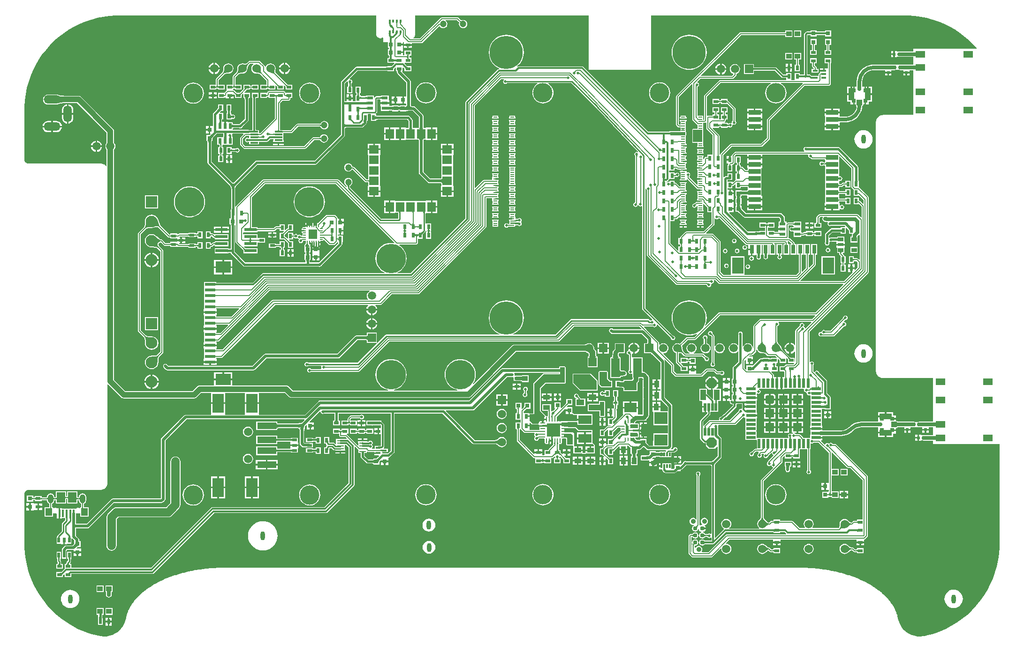
<source format=gtl>
G04*
G04 #@! TF.GenerationSoftware,Altium Limited,Altium Designer,22.8.2 (66)*
G04*
G04 Layer_Physical_Order=1*
G04 Layer_Color=255*
%FSAX25Y25*%
%MOIN*%
G70*
G04*
G04 #@! TF.SameCoordinates,6D899778-4568-4F72-86F0-953F423F45E2*
G04*
G04*
G04 #@! TF.FilePolarity,Positive*
G04*
G01*
G75*
%ADD12C,0.01000*%
%ADD13C,0.01968*%
%ADD14C,0.00984*%
%ADD16C,0.00787*%
%ADD17C,0.01181*%
%ADD24R,0.03150X0.06299*%
%ADD25R,0.08268X0.11811*%
%ADD26R,0.02756X0.00787*%
%ADD27R,0.02362X0.03543*%
%ADD28R,0.03937X0.03543*%
%ADD29R,0.02953X0.03150*%
%ADD30R,0.01968X0.02284*%
%ADD31R,0.04134X0.08661*%
%ADD32R,0.03937X0.03937*%
%ADD33R,0.02441X0.02244*%
%ADD34R,0.07087X0.05118*%
%ADD35R,0.11024X0.08268*%
%ADD36R,0.07480X0.02362*%
%ADD37R,0.03937X0.03937*%
%ADD38R,0.08661X0.04134*%
%ADD39R,0.03150X0.02953*%
%ADD40R,0.02284X0.01968*%
%ADD41R,0.01575X0.05512*%
%ADD43R,0.04724X0.05512*%
%ADD44R,0.03150X0.03150*%
%ADD45R,0.04872X0.00837*%
%ADD46R,0.03768X0.01322*%
%ADD47R,0.03937X0.03150*%
%ADD48R,0.03937X0.02362*%
%ADD50R,0.01968X0.00787*%
%ADD51R,0.00787X0.01968*%
%ADD52R,0.08661X0.02362*%
%ADD53R,0.08661X0.02362*%
%ADD54R,0.03584X0.01308*%
%ADD55R,0.04331X0.02362*%
%ADD56R,0.03740X0.01890*%
%ADD57R,0.03543X0.02362*%
%ADD58R,0.02244X0.02441*%
%ADD59R,0.03150X0.03150*%
%ADD60R,0.01890X0.03740*%
%ADD61R,0.13780X0.04921*%
%ADD62R,0.07874X0.13780*%
%ADD63R,0.02362X0.02520*%
%ADD64R,0.01772X0.01929*%
%ADD65R,0.08661X0.03543*%
%ADD66R,0.03543X0.05118*%
%ADD67R,0.05118X0.03543*%
%ADD68R,0.05512X0.03937*%
%ADD69R,0.05906X0.06299*%
%ADD70R,0.06102X0.13583*%
%ADD71R,0.01968X0.05512*%
%ADD72R,0.09449X0.06299*%
G04:AMPARAMS|DCode=73|XSize=9.84mil|YSize=23.62mil|CornerRadius=2.46mil|HoleSize=0mil|Usage=FLASHONLY|Rotation=90.000|XOffset=0mil|YOffset=0mil|HoleType=Round|Shape=RoundedRectangle|*
%AMROUNDEDRECTD73*
21,1,0.00984,0.01870,0,0,90.0*
21,1,0.00492,0.02362,0,0,90.0*
1,1,0.00492,0.00935,0.00246*
1,1,0.00492,0.00935,-0.00246*
1,1,0.00492,-0.00935,-0.00246*
1,1,0.00492,-0.00935,0.00246*
%
%ADD73ROUNDEDRECTD73*%
G04:AMPARAMS|DCode=74|XSize=9.84mil|YSize=23.62mil|CornerRadius=2.46mil|HoleSize=0mil|Usage=FLASHONLY|Rotation=0.000|XOffset=0mil|YOffset=0mil|HoleType=Round|Shape=RoundedRectangle|*
%AMROUNDEDRECTD74*
21,1,0.00984,0.01870,0,0,0.0*
21,1,0.00492,0.02362,0,0,0.0*
1,1,0.00492,0.00246,-0.00935*
1,1,0.00492,-0.00246,-0.00935*
1,1,0.00492,-0.00246,0.00935*
1,1,0.00492,0.00246,0.00935*
%
%ADD74ROUNDEDRECTD74*%
G04:AMPARAMS|DCode=75|XSize=9.84mil|YSize=53.15mil|CornerRadius=2.46mil|HoleSize=0mil|Usage=FLASHONLY|Rotation=90.000|XOffset=0mil|YOffset=0mil|HoleType=Round|Shape=RoundedRectangle|*
%AMROUNDEDRECTD75*
21,1,0.00984,0.04823,0,0,90.0*
21,1,0.00492,0.05315,0,0,90.0*
1,1,0.00492,0.02411,0.00246*
1,1,0.00492,0.02411,-0.00246*
1,1,0.00492,-0.02411,-0.00246*
1,1,0.00492,-0.02411,0.00246*
%
%ADD75ROUNDEDRECTD75*%
G04:AMPARAMS|DCode=76|XSize=9.84mil|YSize=27.56mil|CornerRadius=2.46mil|HoleSize=0mil|Usage=FLASHONLY|Rotation=90.000|XOffset=0mil|YOffset=0mil|HoleType=Round|Shape=RoundedRectangle|*
%AMROUNDEDRECTD76*
21,1,0.00984,0.02264,0,0,90.0*
21,1,0.00492,0.02756,0,0,90.0*
1,1,0.00492,0.01132,0.00246*
1,1,0.00492,0.01132,-0.00246*
1,1,0.00492,-0.01132,-0.00246*
1,1,0.00492,-0.01132,0.00246*
%
%ADD76ROUNDEDRECTD76*%
G04:AMPARAMS|DCode=77|XSize=9.84mil|YSize=66.93mil|CornerRadius=2.46mil|HoleSize=0mil|Usage=FLASHONLY|Rotation=90.000|XOffset=0mil|YOffset=0mil|HoleType=Round|Shape=RoundedRectangle|*
%AMROUNDEDRECTD77*
21,1,0.00984,0.06201,0,0,90.0*
21,1,0.00492,0.06693,0,0,90.0*
1,1,0.00492,0.03100,0.00246*
1,1,0.00492,0.03100,-0.00246*
1,1,0.00492,-0.03100,-0.00246*
1,1,0.00492,-0.03100,0.00246*
%
%ADD77ROUNDEDRECTD77*%
%ADD78R,0.08504X0.07008*%
%ADD79R,0.04331X0.07480*%
%ADD80R,0.02756X0.01772*%
%ADD81R,0.06299X0.05906*%
%ADD82O,0.03543X0.00984*%
%ADD83O,0.00984X0.03543*%
%ADD84R,0.09449X0.09449*%
G04:AMPARAMS|DCode=85|XSize=59.06mil|YSize=59.06mil|CornerRadius=5.91mil|HoleSize=0mil|Usage=FLASHONLY|Rotation=0.000|XOffset=0mil|YOffset=0mil|HoleType=Round|Shape=RoundedRectangle|*
%AMROUNDEDRECTD85*
21,1,0.05906,0.04724,0,0,0.0*
21,1,0.04724,0.05906,0,0,0.0*
1,1,0.01181,0.02362,-0.02362*
1,1,0.01181,-0.02362,-0.02362*
1,1,0.01181,-0.02362,0.02362*
1,1,0.01181,0.02362,0.02362*
%
%ADD85ROUNDEDRECTD85*%
%ADD86R,0.05906X0.05906*%
%ADD87R,0.01181X0.02756*%
%ADD88R,0.01968X0.01968*%
%ADD89R,0.03543X0.03740*%
%ADD90R,0.05709X0.01181*%
%ADD92R,0.02362X0.04331*%
%ADD95R,0.02244X0.02520*%
%ADD133C,0.04724*%
%ADD183C,0.02675*%
%ADD184C,0.02673*%
%ADD185R,0.06102X0.07480*%
%ADD186R,0.06063X0.06693*%
%ADD187R,0.01968X0.06693*%
%ADD188R,0.06693X0.01968*%
%ADD189C,0.03110*%
%ADD190R,0.05906X0.07087*%
%ADD191R,0.07087X0.05906*%
%ADD192C,0.01197*%
%ADD193C,0.01118*%
%ADD194C,0.00799*%
%ADD195C,0.05906*%
%ADD196C,0.01575*%
%ADD197C,0.00800*%
%ADD198C,0.02756*%
%ADD199C,0.03937*%
%ADD200C,0.00941*%
%ADD201C,0.03150*%
%ADD202C,0.02953*%
%ADD203C,0.03543*%
%ADD204C,0.02500*%
%ADD205R,0.05354X0.03268*%
%ADD206R,0.02289X0.06791*%
%ADD207R,0.04724X0.02362*%
%ADD208R,0.05807X0.02362*%
%ADD209R,0.05807X0.02756*%
%ADD210R,0.09409X0.03425*%
%ADD211R,0.09449X0.03386*%
%ADD212R,0.11299X0.01693*%
%ADD213R,0.13543X0.05689*%
%ADD214C,0.23622*%
%ADD215C,0.05906*%
%ADD216C,0.08268*%
%ADD217R,0.08268X0.08268*%
%ADD218O,0.03937X0.06299*%
%ADD219R,0.05906X0.05906*%
%ADD220C,0.13780*%
%ADD221O,0.11811X0.05906*%
%ADD222O,0.05906X0.11811*%
%ADD223P,0.07671X8X292.5*%
%ADD224C,0.20866*%
%ADD225C,0.06000*%
%ADD226O,0.03150X0.06299*%
%ADD227C,0.03543*%
%ADD228C,0.01968*%
%ADD229C,0.01772*%
%ADD230C,0.02756*%
G36*
X0540890Y0664744D02*
X0540991Y0664659D01*
X0541090Y0664588D01*
X0541185Y0664532D01*
X0541278Y0664490D01*
X0541367Y0664462D01*
X0541453Y0664448D01*
X0541536Y0664448D01*
X0541616Y0664463D01*
X0541693Y0664492D01*
X0540579Y0663378D01*
X0540608Y0663455D01*
X0540623Y0663535D01*
X0540623Y0663618D01*
X0540610Y0663704D01*
X0540582Y0663794D01*
X0540539Y0663886D01*
X0540483Y0663981D01*
X0540412Y0664080D01*
X0540328Y0664181D01*
X0540229Y0664286D01*
X0540785Y0664843D01*
X0540890Y0664744D01*
D02*
G37*
G36*
X0498840Y0663580D02*
X0498773Y0663556D01*
X0498714Y0663516D01*
X0498663Y0663460D01*
X0498619Y0663388D01*
X0498584Y0663300D01*
X0498556Y0663196D01*
X0498536Y0663076D01*
X0498525Y0662941D01*
X0498521Y0662789D01*
X0497733D01*
X0497729Y0662941D01*
X0497718Y0663076D01*
X0497698Y0663196D01*
X0497670Y0663300D01*
X0497635Y0663388D01*
X0497592Y0663460D01*
X0497540Y0663516D01*
X0497481Y0663556D01*
X0497414Y0663580D01*
X0497340Y0663588D01*
X0498914D01*
X0498840Y0663580D01*
D02*
G37*
G36*
X0496281D02*
X0496214Y0663556D01*
X0496155Y0663516D01*
X0496103Y0663460D01*
X0496060Y0663388D01*
X0496025Y0663300D01*
X0495997Y0663196D01*
X0495977Y0663076D01*
X0495966Y0662941D01*
X0495962Y0662789D01*
X0495174D01*
X0495170Y0662941D01*
X0495159Y0663076D01*
X0495139Y0663196D01*
X0495111Y0663300D01*
X0495076Y0663388D01*
X0495033Y0663460D01*
X0494981Y0663516D01*
X0494922Y0663556D01*
X0494855Y0663580D01*
X0494781Y0663588D01*
X0496355D01*
X0496281Y0663580D01*
D02*
G37*
G36*
X0491253Y0663566D02*
X0491189Y0663536D01*
X0491133Y0663486D01*
X0491084Y0663416D01*
X0491043Y0663326D01*
X0491010Y0663216D01*
X0490983Y0663086D01*
X0490965Y0662936D01*
X0490954Y0662766D01*
X0490950Y0662576D01*
X0489950D01*
X0489946Y0662766D01*
X0489916Y0663086D01*
X0489890Y0663216D01*
X0489856Y0663326D01*
X0489815Y0663416D01*
X0489767Y0663486D01*
X0489711Y0663536D01*
X0489647Y0663566D01*
X0489576Y0663576D01*
X0491324D01*
X0491253Y0663566D01*
D02*
G37*
G36*
X0542005Y0663627D02*
X0542078Y0663567D01*
X0542151Y0663514D01*
X0542226Y0663469D01*
X0542302Y0663430D01*
X0542380Y0663399D01*
X0542458Y0663374D01*
X0542538Y0663357D01*
X0542619Y0663347D01*
X0542701Y0663345D01*
X0541727Y0662370D01*
X0541724Y0662452D01*
X0541714Y0662533D01*
X0541697Y0662613D01*
X0541673Y0662691D01*
X0541641Y0662769D01*
X0541603Y0662845D01*
X0541557Y0662920D01*
X0541504Y0662993D01*
X0541444Y0663066D01*
X0541377Y0663137D01*
X0541934Y0663694D01*
X0542005Y0663627D01*
D02*
G37*
G36*
X0528013Y0661527D02*
X0527944Y0661568D01*
X0527873Y0661604D01*
X0527797Y0661635D01*
X0527719Y0661663D01*
X0527638Y0661686D01*
X0527553Y0661705D01*
X0527466Y0661720D01*
X0527281Y0661737D01*
X0527184Y0661739D01*
X0526977Y0662526D01*
X0527076Y0662530D01*
X0527169Y0662540D01*
X0527256Y0662557D01*
X0527337Y0662581D01*
X0527412Y0662612D01*
X0527481Y0662649D01*
X0527543Y0662694D01*
X0527600Y0662745D01*
X0527650Y0662803D01*
X0527694Y0662868D01*
X0528013Y0661527D01*
D02*
G37*
G36*
X0491143Y0662006D02*
X0491288Y0661882D01*
X0491357Y0661832D01*
X0491424Y0661789D01*
X0491488Y0661755D01*
X0491550Y0661728D01*
X0491609Y0661708D01*
X0491665Y0661697D01*
X0491720Y0661694D01*
X0490745Y0660720D01*
X0490742Y0660774D01*
X0490731Y0660830D01*
X0490711Y0660889D01*
X0490685Y0660951D01*
X0490650Y0661015D01*
X0490607Y0661082D01*
X0490557Y0661151D01*
X0490499Y0661223D01*
X0490359Y0661373D01*
X0491066Y0662080D01*
X0491143Y0662006D01*
D02*
G37*
G36*
X0631985Y0668467D02*
Y0629981D01*
X0676257D01*
Y0668467D01*
X0856880Y0668467D01*
X0859074Y0668467D01*
X0863450Y0668180D01*
X0867799Y0667608D01*
X0872100Y0666752D01*
X0876336Y0665617D01*
X0880489Y0664207D01*
X0884541Y0662529D01*
X0888474Y0660589D01*
X0892272Y0658396D01*
X0895919Y0655960D01*
X0899398Y0653290D01*
X0902696Y0650398D01*
X0905797Y0647297D01*
X0907549Y0645299D01*
X0907343Y0644844D01*
X0862596D01*
Y0642980D01*
X0852635D01*
X0851879Y0642830D01*
X0851872Y0642826D01*
X0851056D01*
Y0643225D01*
X0849525D01*
Y0641005D01*
Y0638785D01*
X0851056D01*
Y0639185D01*
X0851872D01*
X0851879Y0639180D01*
X0852635Y0639030D01*
X0862596D01*
Y0633531D01*
X0857773D01*
X0857674Y0633551D01*
X0853166D01*
X0852487Y0633416D01*
X0851366D01*
Y0633416D01*
X0851148D01*
Y0633416D01*
X0849947D01*
X0849367Y0633531D01*
X0844880D01*
X0844781Y0633551D01*
X0844777Y0633550D01*
X0834407D01*
X0834398Y0633549D01*
X0832533Y0633402D01*
X0830707Y0632963D01*
X0828971Y0632244D01*
X0827369Y0631263D01*
X0825940Y0630042D01*
X0824720Y0628614D01*
X0823738Y0627012D01*
X0823019Y0625276D01*
X0822581Y0623449D01*
X0822434Y0621584D01*
X0822432Y0621576D01*
Y0617891D01*
X0821666D01*
Y0617891D01*
X0820962D01*
Y0615316D01*
X0819781D01*
Y0617891D01*
X0819190D01*
Y0612560D01*
X0818600D01*
Y0611970D01*
X0815533D01*
Y0607229D01*
X0817895D01*
Y0605261D01*
X0819781D01*
Y0607836D01*
X0820962D01*
Y0605261D01*
X0821838D01*
Y0604086D01*
X0822049D01*
X0822384Y0603716D01*
X0822304Y0602899D01*
X0821846Y0601388D01*
X0821102Y0599996D01*
X0820100Y0598776D01*
X0818880Y0597774D01*
X0817488Y0597030D01*
X0815977Y0596572D01*
X0814496Y0596426D01*
X0814407Y0596444D01*
X0810664D01*
X0810269Y0596698D01*
Y0598879D01*
X0804938D01*
X0799607D01*
Y0596698D01*
X0800007D01*
Y0592241D01*
X0799607D01*
Y0590060D01*
X0804938D01*
X0810269D01*
Y0592241D01*
X0810664Y0592495D01*
X0814407D01*
X0814415Y0592497D01*
X0816280Y0592643D01*
X0818107Y0593082D01*
X0819843Y0593801D01*
X0821445Y0594783D01*
X0822873Y0596003D01*
X0824093Y0597432D01*
X0825075Y0599034D01*
X0825794Y0600770D01*
X0826233Y0602597D01*
X0826350Y0604086D01*
X0826975D01*
Y0605261D01*
X0827851D01*
Y0607836D01*
X0829033D01*
Y0605261D01*
X0830918D01*
Y0607229D01*
X0833281D01*
Y0611970D01*
X0830214D01*
Y0612560D01*
X0829623D01*
Y0617891D01*
X0829033D01*
Y0615316D01*
X0827851D01*
Y0617891D01*
X0827147D01*
Y0617891D01*
X0826381D01*
Y0621576D01*
X0826363Y0621666D01*
X0826509Y0623147D01*
X0826967Y0624657D01*
X0827711Y0626049D01*
X0828713Y0627270D01*
X0829933Y0628271D01*
X0831325Y0629015D01*
X0832836Y0629473D01*
X0834317Y0629619D01*
X0834407Y0629601D01*
X0842560D01*
Y0628466D01*
X0844781D01*
X0847001D01*
Y0629581D01*
X0849367D01*
X0849947Y0629696D01*
X0851148D01*
Y0629696D01*
X0851366D01*
Y0629696D01*
X0852567D01*
X0853147Y0629581D01*
X0853246Y0629601D01*
X0855454D01*
Y0628466D01*
X0857674D01*
X0859895D01*
Y0629581D01*
X0862596D01*
Y0597704D01*
X0840994D01*
X0840969Y0597699D01*
X0840944Y0597703D01*
X0840560Y0597684D01*
X0840487Y0597666D01*
X0840412Y0597666D01*
X0839660Y0597516D01*
X0839568Y0597478D01*
X0839470Y0597458D01*
X0838762Y0597165D01*
X0838679Y0597109D01*
X0838587Y0597071D01*
X0837950Y0596645D01*
X0837879Y0596575D01*
X0837796Y0596519D01*
X0837254Y0595977D01*
X0837199Y0595894D01*
X0837129Y0595824D01*
X0836703Y0595186D01*
X0836664Y0595094D01*
X0836609Y0595011D01*
X0836316Y0594303D01*
X0836296Y0594205D01*
X0836258Y0594113D01*
X0836109Y0593361D01*
Y0593286D01*
X0836090Y0593213D01*
X0836072Y0592830D01*
X0836075Y0592805D01*
X0836070Y0592780D01*
Y0415418D01*
X0836075Y0415393D01*
X0836072Y0415368D01*
X0836090Y0414985D01*
X0836109Y0414912D01*
Y0414837D01*
X0836258Y0414085D01*
X0836296Y0413993D01*
X0836316Y0413895D01*
X0836609Y0413187D01*
X0836665Y0413104D01*
X0836703Y0413012D01*
X0837129Y0412374D01*
X0837199Y0412304D01*
X0837255Y0412221D01*
X0837797Y0411679D01*
X0837880Y0411623D01*
X0837950Y0411553D01*
X0838588Y0411127D01*
X0838680Y0411089D01*
X0838763Y0411033D01*
X0839471Y0410740D01*
X0839569Y0410720D01*
X0839661Y0410682D01*
X0840413Y0410533D01*
X0840488D01*
X0840561Y0410514D01*
X0840944Y0410496D01*
X0840969Y0410499D01*
X0840994Y0410495D01*
X0876769D01*
Y0379398D01*
X0871264D01*
X0871237Y0379392D01*
X0871210Y0379398D01*
X0866729D01*
X0866149Y0379282D01*
X0864948D01*
Y0379282D01*
X0864731D01*
Y0379282D01*
X0863530D01*
X0862950Y0379398D01*
X0858344D01*
X0858273Y0379383D01*
X0858202Y0379398D01*
X0851385D01*
Y0379991D01*
X0850249D01*
Y0380867D01*
X0847674D01*
Y0382048D01*
X0850249D01*
Y0383934D01*
X0848241D01*
Y0386296D01*
X0843501D01*
Y0383229D01*
X0842910D01*
Y0382639D01*
X0837580D01*
Y0380163D01*
X0837619D01*
Y0379398D01*
X0825694D01*
X0825686Y0379396D01*
X0823821Y0379249D01*
X0821994Y0378811D01*
X0820258Y0378091D01*
X0818656Y0377110D01*
X0817234Y0375895D01*
X0817227Y0375890D01*
X0816884Y0375547D01*
X0816833Y0375471D01*
X0815683Y0374527D01*
X0814291Y0373783D01*
X0812780Y0373325D01*
X0811299Y0373179D01*
X0811209Y0373197D01*
X0798007D01*
Y0373792D01*
X0793660D01*
X0789314D01*
Y0372399D01*
X0789714D01*
Y0370056D01*
X0789314D01*
Y0367884D01*
X0786359D01*
Y0367885D01*
X0786217Y0367884D01*
Y0367884D01*
X0784481D01*
X0784391Y0367975D01*
X0784369Y0368084D01*
X0784150Y0368413D01*
X0782298Y0370265D01*
X0781969Y0370484D01*
X0781581Y0370562D01*
X0778883D01*
X0778797Y0370690D01*
X0778273Y0371041D01*
X0777977Y0371099D01*
X0778026Y0371600D01*
X0779684D01*
Y0374962D01*
X0776322D01*
Y0371600D01*
X0777283D01*
X0777332Y0371099D01*
X0777037Y0371041D01*
X0776512Y0370690D01*
X0775991Y0370810D01*
X0775682Y0371017D01*
X0775064Y0371140D01*
X0774445Y0371017D01*
X0773921Y0370666D01*
X0773571Y0370142D01*
X0773448Y0369524D01*
X0773571Y0368906D01*
X0773921Y0368382D01*
X0773926Y0368355D01*
X0773771Y0367966D01*
X0773770Y0367965D01*
X0773738Y0367943D01*
X0773676Y0367910D01*
X0773625Y0367888D01*
X0773572D01*
Y0367884D01*
X0767273D01*
Y0367884D01*
X0764142D01*
Y0367884D01*
X0760974D01*
Y0367884D01*
X0751642D01*
X0751517Y0367884D01*
X0751142Y0368187D01*
Y0372307D01*
X0751142Y0372786D01*
X0751142Y0373286D01*
Y0375917D01*
Y0379066D01*
Y0381855D01*
X0751542D01*
Y0383249D01*
X0747196D01*
Y0384430D01*
X0751542D01*
Y0385824D01*
X0751142D01*
Y0388515D01*
Y0391665D01*
Y0394414D01*
X0751542D01*
Y0395808D01*
X0747196D01*
Y0396989D01*
X0751542D01*
Y0398383D01*
X0751142D01*
Y0399297D01*
X0751642Y0399564D01*
X0751945Y0399361D01*
X0752563Y0399238D01*
X0753181Y0399361D01*
X0753705Y0399711D01*
X0754055Y0400236D01*
X0754178Y0400854D01*
X0754055Y0401472D01*
X0753705Y0401996D01*
X0753181Y0402346D01*
X0752786Y0402425D01*
X0752835Y0402925D01*
X0754685D01*
Y0402925D01*
X0754706D01*
Y0402925D01*
X0763755D01*
Y0402525D01*
X0765148D01*
Y0406871D01*
Y0411218D01*
X0763755D01*
X0763609Y0411657D01*
Y0412468D01*
X0763531Y0412858D01*
X0763310Y0413189D01*
X0761653Y0414846D01*
X0761860Y0415346D01*
X0766252D01*
Y0418908D01*
X0765329D01*
X0765309Y0418923D01*
X0765064Y0419408D01*
X0765225Y0419649D01*
X0765348Y0420267D01*
X0765252Y0420751D01*
X0765536Y0421251D01*
X0766252D01*
Y0423959D01*
X0766707Y0424148D01*
X0767040Y0423823D01*
X0767064Y0423759D01*
X0767344Y0423458D01*
X0767431Y0423350D01*
X0767493Y0423262D01*
Y0423132D01*
X0767467Y0423070D01*
X0767488Y0423020D01*
X0767476Y0422966D01*
X0767493Y0422939D01*
Y0421251D01*
X0772236D01*
Y0424503D01*
X0772736Y0424710D01*
X0773065Y0424381D01*
X0773095Y0424309D01*
X0773199Y0424204D01*
X0773483Y0423911D01*
Y0421251D01*
X0777713D01*
X0777920Y0420751D01*
X0777497Y0420328D01*
X0773669D01*
X0773661Y0420326D01*
X0772635D01*
X0772244Y0420249D01*
X0771913Y0420028D01*
X0771248Y0419362D01*
X0771182Y0419338D01*
X0770883Y0419060D01*
X0770777Y0418975D01*
X0770688Y0418914D01*
X0770679Y0418908D01*
X0770583D01*
X0770493Y0418946D01*
X0770443Y0418925D01*
X0770391Y0418938D01*
X0770343Y0418908D01*
X0767493D01*
Y0415346D01*
X0770604D01*
X0770621Y0415333D01*
X0770626Y0415333D01*
X0771019Y0414989D01*
Y0411657D01*
X0770873Y0411218D01*
X0769479D01*
Y0406871D01*
Y0402525D01*
X0770873D01*
Y0402925D01*
X0784715D01*
X0784990Y0402425D01*
X0784890Y0401921D01*
X0785013Y0401303D01*
X0785363Y0400778D01*
X0785887Y0400428D01*
X0786505Y0400305D01*
X0786559Y0400316D01*
X0786984Y0399891D01*
X0786957Y0399755D01*
X0787080Y0399137D01*
X0787430Y0398613D01*
X0787954Y0398263D01*
X0788572Y0398140D01*
X0789190Y0398263D01*
X0789265Y0398313D01*
X0789321Y0398283D01*
X0789706Y0398003D01*
Y0397983D01*
X0789706D01*
Y0394814D01*
Y0391704D01*
Y0389034D01*
X0789706Y0388555D01*
X0789706D01*
Y0388534D01*
X0789706D01*
Y0385366D01*
X0789714D01*
Y0382255D01*
X0789714D01*
Y0379086D01*
X0789714D01*
Y0376367D01*
X0789314D01*
Y0374974D01*
X0793660D01*
X0798007D01*
Y0376367D01*
X0797607D01*
Y0379105D01*
X0797607D01*
Y0382236D01*
X0797607D01*
Y0385404D01*
X0797599D01*
Y0388357D01*
X0797599Y0388357D01*
X0797599Y0388357D01*
X0797971Y0388634D01*
X0798048Y0388655D01*
X0798285Y0388671D01*
X0798565Y0388672D01*
X0798618Y0388695D01*
X0798633D01*
X0798683Y0388673D01*
X0798964Y0388666D01*
X0799193Y0388649D01*
X0799379Y0388621D01*
X0799521Y0388588D01*
X0799615Y0388555D01*
X0799635Y0388544D01*
X0799660Y0388499D01*
Y0388023D01*
X0800180D01*
X0800270Y0387986D01*
X0800309Y0388002D01*
X0800350Y0387990D01*
X0800408Y0388023D01*
X0804010D01*
Y0392373D01*
X0803804D01*
Y0396759D01*
X0803697Y0397300D01*
X0803390Y0397759D01*
X0801398Y0399752D01*
Y0408144D01*
X0801290Y0408686D01*
X0800983Y0409145D01*
X0795512Y0414615D01*
X0795485Y0414753D01*
X0795135Y0415277D01*
X0794611Y0415627D01*
X0793993Y0415750D01*
X0793375Y0415627D01*
X0792851Y0415277D01*
X0792587Y0414883D01*
X0792026Y0414737D01*
X0791462Y0415301D01*
Y0419621D01*
X0791584Y0419703D01*
X0791935Y0420227D01*
X0792058Y0420845D01*
X0791935Y0421463D01*
X0791584Y0421988D01*
X0791060Y0422338D01*
X0790442Y0422461D01*
X0789824Y0422338D01*
X0789300Y0421988D01*
X0789299Y0421986D01*
X0788799Y0422138D01*
Y0443433D01*
X0830536Y0485171D01*
X0830756Y0485499D01*
X0830833Y0485887D01*
Y0539162D01*
X0830756Y0539550D01*
X0830536Y0539879D01*
X0824354Y0546062D01*
X0824025Y0546281D01*
X0823825Y0546321D01*
Y0550173D01*
X0823848Y0550206D01*
X0823835Y0550277D01*
X0823863Y0550343D01*
X0823825Y0550434D01*
Y0550955D01*
X0823546D01*
X0823537Y0551000D01*
X0823485Y0551649D01*
X0823481Y0551927D01*
X0823459Y0551978D01*
Y0560461D01*
X0823351Y0561002D01*
X0823045Y0561461D01*
X0810118Y0574387D01*
X0809659Y0574694D01*
X0809118Y0574801D01*
X0786854D01*
X0786737Y0574879D01*
X0786119Y0575002D01*
X0785501Y0574879D01*
X0784977Y0574529D01*
X0784627Y0574005D01*
X0784504Y0573387D01*
X0784627Y0572769D01*
X0784977Y0572245D01*
X0785127Y0572144D01*
X0784976Y0571644D01*
X0736414D01*
X0736027Y0571567D01*
X0735698Y0571347D01*
X0733908Y0569557D01*
X0733688Y0569228D01*
X0733611Y0568840D01*
Y0568678D01*
X0732871D01*
Y0565907D01*
X0732281D01*
Y0565316D01*
X0730099D01*
Y0563135D01*
X0730848D01*
X0731180Y0562774D01*
X0731044Y0562274D01*
X0730500D01*
Y0557531D01*
X0734062D01*
Y0562165D01*
X0734261Y0562205D01*
X0734590Y0562425D01*
X0735340Y0563175D01*
X0735560Y0563504D01*
X0735637Y0563892D01*
Y0568421D01*
X0736834Y0569618D01*
X0744489D01*
Y0568131D01*
X0749820D01*
X0755151D01*
Y0569618D01*
X0787666D01*
X0787960Y0569118D01*
X0787867Y0568653D01*
X0787990Y0568035D01*
X0788341Y0567511D01*
X0788865Y0567161D01*
X0789416Y0567051D01*
X0789487Y0567020D01*
X0789540Y0567019D01*
X0789562Y0567016D01*
X0789585Y0567011D01*
X0789608Y0567004D01*
X0789634Y0566994D01*
X0789662Y0566980D01*
X0789694Y0566960D01*
X0789730Y0566935D01*
X0789768Y0566903D01*
X0789824Y0566850D01*
X0789892Y0566824D01*
X0790304Y0566412D01*
X0790633Y0566193D01*
X0791021Y0566116D01*
X0799523D01*
X0800007Y0565723D01*
X0800007Y0565040D01*
X0800007Y0564669D01*
Y0564026D01*
X0799947Y0564021D01*
X0799815Y0564017D01*
X0799748Y0563988D01*
X0799135D01*
X0799069Y0564017D01*
X0798992Y0564020D01*
X0798942Y0564024D01*
X0798898Y0564032D01*
X0798861Y0564041D01*
X0798830Y0564051D01*
X0798804Y0564062D01*
X0798781Y0564074D01*
X0798761Y0564087D01*
X0798743Y0564101D01*
X0798704Y0564138D01*
X0798622Y0564169D01*
X0798175Y0564467D01*
X0797557Y0564590D01*
X0796939Y0564467D01*
X0796415Y0564117D01*
X0796065Y0563593D01*
X0795942Y0562975D01*
X0796065Y0562356D01*
X0796415Y0561832D01*
X0796939Y0561482D01*
X0797557Y0561359D01*
X0798175Y0561482D01*
X0798622Y0561780D01*
X0798704Y0561811D01*
X0798743Y0561848D01*
X0798762Y0561862D01*
X0798781Y0561875D01*
X0798804Y0561887D01*
X0798830Y0561898D01*
X0798861Y0561908D01*
X0798898Y0561917D01*
X0798942Y0561925D01*
X0798992Y0561929D01*
X0799069Y0561932D01*
X0799135Y0561961D01*
X0799523D01*
X0800007Y0561569D01*
X0800007Y0560040D01*
X0800007Y0559669D01*
Y0555412D01*
X0800007Y0555040D01*
X0800007Y0554669D01*
Y0550412D01*
X0800007Y0550040D01*
X0800007Y0549669D01*
Y0545412D01*
X0800007Y0545040D01*
X0800007Y0544669D01*
Y0540412D01*
X0800007Y0540040D01*
X0800007Y0539669D01*
Y0535312D01*
X0799607D01*
Y0533131D01*
X0804938D01*
Y0532540D01*
X0805529D01*
Y0529769D01*
X0810269D01*
Y0530846D01*
X0810764Y0531005D01*
X0811288Y0530654D01*
X0811907Y0530532D01*
X0812525Y0530654D01*
X0813049Y0531005D01*
X0813399Y0531529D01*
X0813522Y0532147D01*
X0813399Y0532765D01*
X0813049Y0533289D01*
X0812525Y0533639D01*
X0811907Y0533762D01*
X0811288Y0533639D01*
X0810764Y0533289D01*
X0810269Y0533447D01*
Y0535312D01*
X0809869D01*
Y0536057D01*
X0809929Y0536062D01*
X0810061Y0536065D01*
X0810128Y0536095D01*
X0814099D01*
X0814165Y0536065D01*
X0814298Y0536062D01*
X0814358Y0536057D01*
Y0534204D01*
X0817920D01*
Y0538947D01*
X0814358D01*
Y0538160D01*
X0814298Y0538155D01*
X0814165Y0538151D01*
X0814099Y0538121D01*
X0810353D01*
X0809869Y0538514D01*
X0809869Y0540040D01*
X0809869Y0540412D01*
Y0541489D01*
X0809929Y0541494D01*
X0810061Y0541498D01*
X0810128Y0541527D01*
X0814099D01*
X0814165Y0541498D01*
X0814298Y0541494D01*
X0814358Y0541489D01*
Y0540208D01*
X0817920D01*
Y0544951D01*
X0814358D01*
Y0543592D01*
X0814298Y0543587D01*
X0814165Y0543583D01*
X0814099Y0543554D01*
X0810353D01*
X0809869Y0543946D01*
X0809869Y0545040D01*
X0809869Y0545412D01*
Y0546489D01*
X0809929Y0546494D01*
X0810061Y0546497D01*
X0810128Y0546527D01*
X0811552D01*
X0811940Y0546604D01*
X0812269Y0546824D01*
X0813015Y0547571D01*
X0814099D01*
X0814165Y0547541D01*
X0814298Y0547537D01*
X0814358Y0547532D01*
Y0546212D01*
X0817920D01*
Y0550955D01*
X0814358D01*
Y0549635D01*
X0814298Y0549630D01*
X0814165Y0549627D01*
X0814099Y0549597D01*
X0812596D01*
X0812208Y0549520D01*
X0811879Y0549300D01*
X0811133Y0548554D01*
X0810353D01*
X0809869Y0548946D01*
X0809869Y0549912D01*
X0809869Y0550519D01*
X0810369Y0550923D01*
X0810598Y0550877D01*
X0811217Y0551000D01*
X0811741Y0551350D01*
X0812091Y0551874D01*
X0812214Y0552492D01*
X0812091Y0553110D01*
X0811741Y0553634D01*
X0811217Y0553984D01*
X0810598Y0554108D01*
X0810369Y0554062D01*
X0809869Y0554465D01*
X0809869Y0555040D01*
X0809869Y0555412D01*
Y0559669D01*
X0809869Y0560040D01*
X0809869Y0560412D01*
Y0564669D01*
X0809869Y0565040D01*
X0809869Y0565412D01*
Y0568031D01*
X0810331Y0568223D01*
X0818688Y0559865D01*
Y0555593D01*
Y0546569D01*
X0818765Y0546181D01*
X0818985Y0545853D01*
X0820208Y0544629D01*
X0820263Y0544592D01*
Y0540208D01*
X0823825D01*
Y0540208D01*
X0824135Y0540336D01*
X0827330Y0537140D01*
Y0534565D01*
X0826869Y0534374D01*
X0824677Y0536566D01*
X0824346Y0536787D01*
X0823956Y0536864D01*
X0823825D01*
Y0538947D01*
X0820263D01*
Y0534204D01*
X0823825D01*
X0823825Y0534204D01*
Y0534204D01*
X0824287Y0534073D01*
X0825931Y0532429D01*
Y0524933D01*
X0825469Y0524742D01*
X0823253Y0526958D01*
X0822924Y0527177D01*
X0822536Y0527254D01*
X0796257D01*
X0795869Y0527177D01*
X0795541Y0526958D01*
X0794064Y0525481D01*
X0793845Y0525153D01*
X0793767Y0524765D01*
Y0521195D01*
X0793738Y0521128D01*
X0793734Y0520996D01*
X0793729Y0520936D01*
X0792409D01*
Y0517374D01*
X0797152D01*
Y0520936D01*
X0795832D01*
X0795827Y0520996D01*
X0795823Y0521128D01*
X0795794Y0521195D01*
Y0524345D01*
X0796677Y0525228D01*
X0798139D01*
X0798407Y0524728D01*
X0798236Y0524473D01*
X0798083Y0523701D01*
X0798236Y0522929D01*
X0798673Y0522275D01*
X0799328Y0521838D01*
X0799734Y0521757D01*
X0800069Y0521533D01*
X0800841Y0521380D01*
X0801600D01*
X0801867Y0520880D01*
X0801851Y0520855D01*
X0801728Y0520237D01*
X0801851Y0519619D01*
X0802201Y0519095D01*
X0802725Y0518745D01*
X0803344Y0518622D01*
X0803962Y0518745D01*
X0804072Y0518819D01*
X0813797D01*
X0814132Y0518483D01*
X0813925Y0517983D01*
X0811011D01*
Y0517026D01*
X0804525D01*
X0803983Y0516918D01*
X0803524Y0516612D01*
X0800293Y0513380D01*
X0799986Y0512921D01*
X0799878Y0512380D01*
Y0507151D01*
X0799801Y0507034D01*
X0799678Y0506416D01*
X0799801Y0505798D01*
X0800151Y0505274D01*
X0800675Y0504924D01*
X0801293Y0504801D01*
X0801911Y0504924D01*
X0802435Y0505274D01*
X0802785Y0505798D01*
X0802908Y0506416D01*
X0802785Y0507034D01*
X0802882Y0507341D01*
X0803411Y0507550D01*
X0803453Y0507521D01*
X0804071Y0507398D01*
X0804689Y0507521D01*
X0804898Y0507661D01*
X0807587D01*
X0808052Y0507578D01*
Y0505987D01*
X0811021D01*
X0813989D01*
Y0507578D01*
X0813589D01*
Y0511311D01*
X0808452D01*
Y0510490D01*
X0804714D01*
X0804689Y0510506D01*
X0804071Y0510629D01*
X0803453Y0510506D01*
X0803208Y0510342D01*
X0802708Y0510609D01*
Y0511794D01*
X0805111Y0514197D01*
X0811011D01*
Y0513240D01*
X0814573D01*
Y0517335D01*
X0815073Y0517542D01*
X0815653Y0516963D01*
X0815669Y0516920D01*
X0816039Y0516537D01*
X0816344Y0516193D01*
X0816592Y0515881D01*
X0816782Y0515606D01*
X0816915Y0515373D01*
X0816917Y0515370D01*
Y0514642D01*
X0816882Y0514531D01*
X0816905Y0514486D01*
X0816897Y0514435D01*
X0816917Y0514409D01*
Y0513240D01*
X0818805D01*
X0819146Y0512740D01*
X0819056Y0512289D01*
X0819033Y0512234D01*
X0819020Y0511466D01*
X0819010Y0511311D01*
X0817901D01*
Y0506962D01*
X0823038D01*
Y0509139D01*
X0823077Y0509334D01*
Y0510863D01*
X0823081Y0511392D01*
X0824044Y0512355D01*
X0824544Y0512148D01*
Y0494922D01*
X0824082Y0494731D01*
X0823408Y0495405D01*
X0823079Y0495625D01*
X0822691Y0495702D01*
X0820624D01*
X0820557Y0495732D01*
X0820425Y0495735D01*
X0820365Y0495740D01*
Y0497060D01*
X0816803D01*
Y0492317D01*
X0820365D01*
Y0493637D01*
X0820425Y0493643D01*
X0820557Y0493646D01*
X0820624Y0493676D01*
X0822272D01*
X0823098Y0492849D01*
Y0489154D01*
X0821243Y0487299D01*
X0820781Y0487490D01*
Y0488074D01*
X0819190D01*
Y0485875D01*
X0819374Y0485431D01*
X0813443Y0479499D01*
X0782507D01*
X0782315Y0479961D01*
X0792839Y0490485D01*
X0793059Y0490814D01*
X0793136Y0491202D01*
Y0498279D01*
X0794298D01*
Y0505778D01*
X0789948D01*
Y0498279D01*
X0791110D01*
Y0491621D01*
X0788677Y0489189D01*
X0788215Y0489380D01*
Y0498279D01*
X0789377D01*
Y0505778D01*
X0785027D01*
Y0498279D01*
X0786189D01*
Y0488662D01*
X0783756Y0486229D01*
X0783294Y0486421D01*
Y0498279D01*
X0784455D01*
Y0505778D01*
X0780106D01*
Y0498279D01*
X0781267D01*
Y0485703D01*
X0779521Y0483957D01*
X0742965D01*
X0742526Y0484106D01*
X0742526Y0484457D01*
Y0497117D01*
X0733059D01*
Y0484457D01*
X0733059Y0484106D01*
X0732620Y0483957D01*
X0727650D01*
X0725577Y0486030D01*
Y0507482D01*
X0725500Y0507869D01*
X0725280Y0508198D01*
X0720497Y0512981D01*
X0720168Y0513201D01*
X0719781Y0513278D01*
X0715596D01*
X0715405Y0513740D01*
X0720900Y0519235D01*
X0721120Y0519564D01*
X0721197Y0519951D01*
Y0524148D01*
X0721697Y0524300D01*
X0721886Y0524016D01*
X0722410Y0523666D01*
X0723029Y0523543D01*
X0723647Y0523666D01*
X0724171Y0524016D01*
X0724257Y0524145D01*
X0724879D01*
X0743508Y0505516D01*
X0743837Y0505297D01*
X0744225Y0505219D01*
X0745257D01*
Y0502619D01*
X0747832D01*
Y0502029D01*
X0748422D01*
Y0497879D01*
X0750407D01*
X0750578Y0498279D01*
X0751338D01*
Y0497161D01*
X0751261Y0497045D01*
X0751138Y0496426D01*
X0751261Y0495808D01*
X0751611Y0495284D01*
X0752135Y0494934D01*
X0752753Y0494811D01*
X0753371Y0494934D01*
X0753895Y0495284D01*
X0754245Y0495808D01*
X0754368Y0496426D01*
X0754245Y0497045D01*
X0754168Y0497161D01*
Y0498279D01*
X0754928D01*
Y0505219D01*
X0755500D01*
Y0498279D01*
X0756309D01*
Y0497178D01*
X0756280Y0497135D01*
X0756157Y0496517D01*
X0756280Y0495899D01*
X0756631Y0495375D01*
X0757155Y0495024D01*
X0757773Y0494902D01*
X0758391Y0495024D01*
X0758915Y0495375D01*
X0759265Y0495899D01*
X0759388Y0496517D01*
X0759265Y0497135D01*
X0759138Y0497325D01*
Y0498279D01*
X0759849D01*
Y0505219D01*
X0760421D01*
Y0498279D01*
X0764770D01*
Y0505778D01*
X0763877D01*
X0763677Y0506051D01*
X0763638Y0506188D01*
X0763941Y0506607D01*
X0771348D01*
X0771425Y0506530D01*
Y0505778D01*
X0770263D01*
Y0498279D01*
X0774613D01*
Y0505778D01*
X0773451D01*
Y0506950D01*
X0773374Y0507338D01*
X0773270Y0507494D01*
X0773495Y0507994D01*
X0774292D01*
X0776008Y0506278D01*
X0775801Y0505778D01*
X0775185D01*
Y0498279D01*
X0779534D01*
Y0505778D01*
X0778372D01*
Y0506359D01*
X0778295Y0506747D01*
X0778076Y0507076D01*
X0775428Y0509724D01*
X0775099Y0509943D01*
X0774711Y0510020D01*
X0774168D01*
X0773898Y0510422D01*
X0773877Y0510521D01*
X0773943Y0510856D01*
Y0519027D01*
X0777063D01*
X0777547Y0518635D01*
X0777547Y0517960D01*
X0777473Y0517943D01*
X0777317Y0517920D01*
X0776856Y0517889D01*
X0776705Y0517887D01*
X0776698Y0517891D01*
X0776080Y0518014D01*
X0775462Y0517891D01*
X0774938Y0517541D01*
X0774587Y0517017D01*
X0774465Y0516399D01*
X0774587Y0515781D01*
X0774938Y0515257D01*
X0775462Y0514906D01*
X0776080Y0514783D01*
X0776698Y0514906D01*
X0776850Y0515008D01*
X0776862Y0515008D01*
X0777333Y0514983D01*
X0777397Y0514976D01*
X0777541Y0514555D01*
X0777547Y0514497D01*
X0777547Y0514216D01*
Y0510976D01*
X0783077D01*
Y0511705D01*
X0783138Y0511711D01*
X0783270Y0511714D01*
X0783336Y0511744D01*
X0784347D01*
X0784735Y0511821D01*
X0785064Y0512041D01*
X0785358Y0512334D01*
X0786146D01*
X0786213Y0512305D01*
X0786345Y0512301D01*
X0786405Y0512296D01*
Y0511468D01*
X0791148D01*
Y0512197D01*
X0791211Y0512203D01*
X0791341Y0512206D01*
X0791408Y0512236D01*
X0792150D01*
X0792217Y0512206D01*
X0792349Y0512203D01*
X0792409Y0512197D01*
Y0511468D01*
X0797152D01*
Y0515030D01*
X0792409D01*
Y0514301D01*
X0792349Y0514295D01*
X0792217Y0514292D01*
X0792150Y0514262D01*
X0791408D01*
X0791341Y0514292D01*
X0791211Y0514295D01*
X0791148Y0514301D01*
Y0515030D01*
X0786405D01*
Y0514399D01*
X0786345Y0514394D01*
X0786213Y0514390D01*
X0786146Y0514361D01*
X0784938D01*
X0784550Y0514284D01*
X0784222Y0514064D01*
X0783928Y0513770D01*
X0783562D01*
X0783077Y0514163D01*
X0783077Y0514538D01*
X0783077Y0515038D01*
Y0517956D01*
X0783077Y0518278D01*
X0783077Y0518778D01*
Y0522018D01*
X0777547D01*
Y0521092D01*
X0777484Y0521087D01*
X0777354Y0521083D01*
X0777287Y0521054D01*
X0773391D01*
X0773004Y0520976D01*
X0772948Y0520939D01*
X0772447Y0521206D01*
Y0522018D01*
X0771759D01*
X0771719Y0522040D01*
X0771608Y0522052D01*
X0771590Y0522058D01*
X0771574Y0522069D01*
X0771542Y0522104D01*
X0771494Y0522182D01*
X0771441Y0522314D01*
X0771390Y0522502D01*
X0771351Y0522743D01*
X0771325Y0523035D01*
X0771316Y0523392D01*
X0771298Y0523433D01*
Y0524568D01*
X0771174Y0525186D01*
X0770824Y0525710D01*
X0769151Y0527383D01*
X0768627Y0527734D01*
X0768009Y0527856D01*
X0743777D01*
X0741829Y0529804D01*
X0741814Y0529845D01*
X0741106Y0530607D01*
X0740856Y0530919D01*
X0740662Y0531198D01*
X0740558Y0531381D01*
Y0532096D01*
X0740595Y0532187D01*
X0740575Y0532236D01*
X0740587Y0532288D01*
X0740558Y0532336D01*
Y0532371D01*
X0740585Y0532414D01*
X0740572Y0532473D01*
X0740595Y0532528D01*
X0740558Y0532619D01*
Y0533140D01*
X0740159D01*
X0740135Y0533207D01*
X0740097Y0533364D01*
X0740065Y0533568D01*
X0740052Y0533746D01*
X0740064Y0533868D01*
X0740097Y0534079D01*
X0740135Y0534236D01*
X0740159Y0534303D01*
X0740558D01*
Y0534824D01*
X0740595Y0534915D01*
X0740572Y0534970D01*
X0740585Y0535029D01*
X0740558Y0535072D01*
Y0537883D01*
X0740585Y0537926D01*
X0740572Y0537985D01*
X0740595Y0538040D01*
X0740558Y0538131D01*
Y0538652D01*
X0740159D01*
X0740135Y0538719D01*
X0740097Y0538876D01*
X0740065Y0539080D01*
X0740052Y0539258D01*
X0740064Y0539379D01*
X0740097Y0539591D01*
X0740135Y0539748D01*
X0740159Y0539815D01*
X0740558D01*
Y0540290D01*
X0740590Y0540348D01*
X0740598Y0540411D01*
X0740620Y0540428D01*
X0740700Y0540471D01*
X0740837Y0540520D01*
X0741031Y0540565D01*
X0741277Y0540601D01*
X0741572Y0540623D01*
X0741929Y0540631D01*
X0741970Y0540650D01*
X0743481D01*
X0743524Y0540631D01*
X0743882Y0540626D01*
X0744113Y0540612D01*
X0744489Y0540312D01*
Y0538131D01*
X0749820D01*
X0755151D01*
Y0540312D01*
X0754751D01*
Y0544912D01*
X0754751D01*
Y0545169D01*
X0754751D01*
Y0549912D01*
X0754751D01*
Y0550169D01*
X0754751D01*
Y0554912D01*
X0754751D01*
Y0555169D01*
X0754751D01*
Y0559769D01*
X0755111D01*
Y0561950D01*
X0749781D01*
X0744450D01*
Y0559769D01*
X0744889D01*
Y0558592D01*
X0744829Y0558587D01*
X0744697Y0558583D01*
X0744630Y0558554D01*
X0743527D01*
X0741462Y0560619D01*
X0741133Y0560839D01*
X0740745Y0560916D01*
X0740226D01*
X0740159Y0560946D01*
X0740027Y0560949D01*
X0739967Y0560954D01*
Y0562274D01*
X0739238D01*
X0739232Y0562337D01*
X0739229Y0562467D01*
X0739199Y0562534D01*
Y0563276D01*
X0739229Y0563342D01*
X0739232Y0563472D01*
X0739238Y0563535D01*
X0739967D01*
Y0568278D01*
X0736405D01*
Y0563535D01*
X0737134D01*
X0737140Y0563472D01*
X0737143Y0563342D01*
X0737173Y0563276D01*
Y0562534D01*
X0737143Y0562467D01*
X0737140Y0562337D01*
X0737134Y0562274D01*
X0736405D01*
Y0557531D01*
X0737135D01*
X0737140Y0557471D01*
X0737143Y0557339D01*
X0737173Y0557272D01*
Y0556530D01*
X0737143Y0556463D01*
X0737140Y0556333D01*
X0737134Y0556270D01*
X0736405D01*
Y0551537D01*
X0736206Y0551498D01*
X0735877Y0551278D01*
X0734524Y0549925D01*
X0734062Y0550116D01*
Y0550168D01*
X0730500D01*
X0730466Y0550654D01*
Y0551500D01*
X0731887D01*
X0732024Y0551527D01*
X0734062D01*
Y0556270D01*
X0730500D01*
Y0554329D01*
X0729653D01*
X0729111Y0554221D01*
X0728652Y0553915D01*
X0728193Y0553455D01*
X0727693Y0553656D01*
Y0569237D01*
X0733596Y0575139D01*
X0754731D01*
X0755119Y0575216D01*
X0755447Y0575436D01*
X0760261Y0580249D01*
X0760480Y0580578D01*
X0760558Y0580966D01*
Y0593637D01*
X0785358Y0618437D01*
X0802587D01*
X0802975Y0618514D01*
X0803304Y0618734D01*
X0803765Y0619195D01*
X0803984Y0619523D01*
X0804062Y0619911D01*
Y0634464D01*
X0804321D01*
Y0638027D01*
X0799577D01*
Y0634464D01*
X0802035D01*
Y0631351D01*
X0801890Y0630911D01*
X0799689D01*
Y0629257D01*
X0799098D01*
Y0628667D01*
X0796306D01*
Y0627656D01*
X0796196Y0627634D01*
X0795867Y0627415D01*
X0795406Y0626953D01*
X0795186Y0626625D01*
X0795109Y0626237D01*
Y0625393D01*
X0792668D01*
X0792551Y0625416D01*
X0792551Y0625416D01*
X0790433D01*
X0789733Y0626115D01*
X0789340Y0626378D01*
X0788875Y0626471D01*
X0788875Y0626471D01*
X0787431D01*
Y0654479D01*
X0787571Y0654618D01*
X0789538D01*
Y0653657D01*
X0793888D01*
Y0654618D01*
X0799774D01*
Y0653657D01*
X0804124D01*
Y0658007D01*
X0799774D01*
Y0657046D01*
X0793888D01*
Y0658007D01*
X0789538D01*
Y0657046D01*
X0787068D01*
X0786604Y0656953D01*
X0786210Y0656690D01*
X0786210Y0656690D01*
X0785359Y0655840D01*
X0785096Y0655446D01*
X0785004Y0654981D01*
X0785004Y0654981D01*
Y0626483D01*
X0784986Y0626471D01*
X0781896D01*
Y0627629D01*
X0778334D01*
Y0622885D01*
X0777985Y0622530D01*
X0776340D01*
X0775991Y0622885D01*
X0775991Y0623030D01*
Y0627629D01*
X0772429D01*
Y0626471D01*
X0770283D01*
X0765521Y0631233D01*
X0765127Y0631497D01*
X0764663Y0631589D01*
X0764662Y0631589D01*
X0749416D01*
Y0633928D01*
X0742310D01*
Y0626822D01*
X0749416D01*
Y0629161D01*
X0764160D01*
X0768922Y0624399D01*
X0769316Y0624135D01*
X0769781Y0624043D01*
X0769781Y0624043D01*
X0772429D01*
Y0623030D01*
X0772429Y0622885D01*
X0772079Y0622530D01*
X0725292D01*
X0724905Y0622453D01*
X0724576Y0622233D01*
X0714143Y0611800D01*
X0713923Y0611472D01*
X0713846Y0611084D01*
Y0594085D01*
X0713196D01*
Y0597215D01*
X0709240D01*
X0709180Y0597690D01*
Y0617701D01*
X0709393Y0617743D01*
X0709917Y0618093D01*
X0710267Y0618617D01*
X0710390Y0619236D01*
X0710267Y0619854D01*
X0709917Y0620378D01*
X0709393Y0620728D01*
X0709250Y0620756D01*
X0709086Y0621299D01*
X0711244Y0623456D01*
X0734151D01*
X0734538Y0623533D01*
X0734867Y0623753D01*
X0736580Y0625466D01*
X0736799Y0625794D01*
X0736876Y0626182D01*
Y0626949D01*
X0737655Y0627272D01*
X0738397Y0627841D01*
X0738967Y0628583D01*
X0739325Y0629448D01*
X0739447Y0630375D01*
X0739325Y0631302D01*
X0738967Y0632167D01*
X0738397Y0632909D01*
X0737655Y0633478D01*
X0736791Y0633836D01*
X0735863Y0633958D01*
X0734936Y0633836D01*
X0734072Y0633478D01*
X0733329Y0632909D01*
X0732760Y0632167D01*
X0732402Y0631302D01*
X0732280Y0630375D01*
X0732402Y0629448D01*
X0732760Y0628583D01*
X0733329Y0627841D01*
X0734072Y0627272D01*
X0734666Y0627026D01*
X0734736Y0626487D01*
X0733731Y0625483D01*
X0711758D01*
X0711566Y0625945D01*
X0740230Y0654608D01*
X0771543D01*
Y0653250D01*
X0776680D01*
Y0657993D01*
X0771543D01*
Y0656635D01*
X0739811D01*
X0739423Y0656558D01*
X0739094Y0656338D01*
X0694359Y0611603D01*
X0694140Y0611275D01*
X0694063Y0610887D01*
Y0590974D01*
X0694140Y0590586D01*
X0694359Y0590258D01*
X0695411Y0589206D01*
X0695740Y0588986D01*
X0696128Y0588909D01*
X0697114D01*
Y0586241D01*
X0689859D01*
X0689400Y0586051D01*
X0689264Y0585723D01*
X0674417D01*
X0628218Y0631922D01*
X0627824Y0632186D01*
X0627359Y0632278D01*
X0627359Y0632278D01*
X0581985D01*
X0581521Y0632186D01*
X0581324Y0632054D01*
X0581021Y0632453D01*
X0582225Y0633482D01*
X0583494Y0634967D01*
X0584515Y0636633D01*
X0585262Y0638437D01*
X0585718Y0640337D01*
X0585872Y0642284D01*
X0585718Y0644232D01*
X0585262Y0646132D01*
X0584515Y0647936D01*
X0583494Y0649602D01*
X0582225Y0651088D01*
X0580740Y0652356D01*
X0579074Y0653377D01*
X0577269Y0654125D01*
X0575370Y0654581D01*
X0573422Y0654734D01*
X0571475Y0654581D01*
X0569575Y0654125D01*
X0567770Y0653377D01*
X0566105Y0652356D01*
X0564619Y0651088D01*
X0563351Y0649602D01*
X0562330Y0647936D01*
X0561582Y0646132D01*
X0561126Y0644232D01*
X0560973Y0642284D01*
X0561126Y0640337D01*
X0561582Y0638437D01*
X0562330Y0636633D01*
X0563351Y0634967D01*
X0564619Y0633482D01*
X0566105Y0632213D01*
X0567770Y0631192D01*
X0568033Y0631083D01*
X0568261Y0630448D01*
X0568242Y0630408D01*
X0567777Y0630315D01*
X0567384Y0630052D01*
X0567384Y0630052D01*
X0544611Y0607280D01*
X0544348Y0606886D01*
X0544256Y0606422D01*
X0544256Y0606422D01*
Y0524012D01*
X0531295Y0511051D01*
X0531295Y0511051D01*
X0505287Y0485043D01*
X0496078D01*
X0495979Y0485543D01*
X0496483Y0485752D01*
X0497963Y0486659D01*
X0499284Y0487787D01*
X0500412Y0489108D01*
X0501319Y0490589D01*
X0501984Y0492193D01*
X0502389Y0493882D01*
X0502526Y0495613D01*
X0502389Y0497344D01*
X0501984Y0499033D01*
X0501319Y0500637D01*
X0500412Y0502118D01*
X0499284Y0503439D01*
X0497963Y0504566D01*
X0497316Y0504963D01*
X0497451Y0505445D01*
X0509241D01*
X0509629Y0505522D01*
X0509958Y0505741D01*
X0510419Y0506203D01*
X0510639Y0506531D01*
X0510716Y0506919D01*
Y0509680D01*
X0514043D01*
Y0512248D01*
X0514072Y0512296D01*
X0514060Y0512348D01*
X0514080Y0512397D01*
X0514043Y0512488D01*
Y0512690D01*
X0514065Y0512729D01*
X0514144Y0512843D01*
X0514422Y0513171D01*
X0514605Y0513361D01*
X0514631Y0513425D01*
X0515652Y0514447D01*
X0515896Y0514811D01*
X0515953Y0515101D01*
X0516274Y0515277D01*
X0516465Y0515124D01*
X0516556Y0514866D01*
X0516386Y0514424D01*
X0516386D01*
Y0509680D01*
X0519948D01*
Y0514424D01*
X0519948D01*
X0519757Y0514924D01*
X0519782Y0515054D01*
X0519757Y0515184D01*
X0519948Y0515684D01*
X0519948D01*
Y0520428D01*
X0516481D01*
X0516386Y0520428D01*
X0515981Y0520657D01*
Y0527649D01*
X0516418Y0527800D01*
X0516418Y0527800D01*
Y0527800D01*
X0516418Y0527800D01*
X0519781D01*
Y0532344D01*
Y0536887D01*
X0516418D01*
Y0536487D01*
X0509338D01*
Y0536487D01*
X0508963D01*
Y0536487D01*
X0501858D01*
Y0536487D01*
X0501483D01*
Y0536487D01*
X0494403D01*
Y0536887D01*
X0491040D01*
Y0532344D01*
Y0527800D01*
X0494403D01*
Y0528200D01*
X0496452D01*
X0496454Y0528192D01*
X0496470Y0528096D01*
X0496481Y0527968D01*
X0496486Y0527795D01*
X0496513Y0527733D01*
Y0523918D01*
X0484359D01*
X0462241Y0546036D01*
Y0546573D01*
X0462268Y0546635D01*
X0462273Y0546795D01*
X0462284Y0546917D01*
X0462300Y0547018D01*
X0462321Y0547097D01*
X0462342Y0547156D01*
X0462361Y0547193D01*
X0462375Y0547214D01*
X0462384Y0547224D01*
X0462389Y0547228D01*
X0462439Y0547256D01*
X0462492Y0547324D01*
X0462613Y0547374D01*
X0463232Y0547849D01*
X0463707Y0548468D01*
X0464005Y0549188D01*
X0464107Y0549962D01*
X0464005Y0550735D01*
X0463707Y0551456D01*
X0463232Y0552074D01*
X0462613Y0552549D01*
X0461893Y0552848D01*
X0461119Y0552949D01*
X0460346Y0552848D01*
X0459625Y0552549D01*
X0459007Y0552074D01*
X0458532Y0551456D01*
X0458233Y0550735D01*
X0458131Y0549962D01*
X0458233Y0549188D01*
X0458532Y0548468D01*
X0459007Y0547849D01*
X0459625Y0547374D01*
X0459747Y0547324D01*
X0459799Y0547256D01*
X0459850Y0547228D01*
X0459855Y0547224D01*
X0459863Y0547214D01*
X0459871Y0547204D01*
X0459940Y0546735D01*
X0459623Y0546532D01*
X0459512Y0546500D01*
X0454349Y0551662D01*
X0454020Y0551882D01*
X0453632Y0551959D01*
X0400883D01*
X0400495Y0551882D01*
X0400167Y0551662D01*
X0381367Y0532863D01*
X0381148Y0532535D01*
X0381144Y0532516D01*
X0380644Y0532565D01*
Y0545135D01*
X0380666Y0545183D01*
X0380676Y0545469D01*
X0380704Y0545721D01*
X0380750Y0545962D01*
X0380814Y0546194D01*
X0380896Y0546417D01*
X0380996Y0546633D01*
X0381114Y0546842D01*
X0381252Y0547045D01*
X0381411Y0547243D01*
X0381606Y0547452D01*
X0381624Y0547502D01*
X0396449Y0562327D01*
X0437694D01*
X0438235Y0562434D01*
X0438694Y0562741D01*
X0458281Y0582328D01*
X0458588Y0582787D01*
X0458695Y0583328D01*
Y0587615D01*
X0458705Y0587630D01*
X0458695Y0587678D01*
X0458716Y0587723D01*
X0458730Y0587982D01*
X0458762Y0588164D01*
X0458808Y0588302D01*
X0458862Y0588402D01*
X0458923Y0588477D01*
X0458998Y0588538D01*
X0459098Y0588592D01*
X0459236Y0588637D01*
X0459417Y0588670D01*
X0459677Y0588683D01*
X0459722Y0588705D01*
X0470666D01*
X0471208Y0588812D01*
X0471667Y0589119D01*
X0473788Y0591240D01*
X0474095Y0591699D01*
X0474202Y0592240D01*
Y0592390D01*
X0474224Y0592440D01*
X0474231Y0592719D01*
X0474251Y0592942D01*
X0474281Y0593123D01*
X0474317Y0593259D01*
X0474352Y0593347D01*
X0474372Y0593380D01*
X0474419Y0593386D01*
X0474481Y0593419D01*
X0474963D01*
Y0593941D01*
X0475000Y0594031D01*
X0474986Y0594065D01*
X0474996Y0594100D01*
X0474963Y0594162D01*
Y0598163D01*
X0475360Y0598410D01*
X0476908D01*
X0477306Y0598163D01*
X0477306Y0597909D01*
Y0593419D01*
X0480868D01*
Y0594107D01*
X0480890Y0594148D01*
X0480896Y0594202D01*
X0480933Y0594224D01*
X0481022Y0594261D01*
X0481159Y0594297D01*
X0481341Y0594327D01*
X0481566Y0594347D01*
X0481848Y0594354D01*
X0481897Y0594376D01*
X0502893D01*
X0503996Y0593273D01*
Y0589485D01*
X0503974Y0589435D01*
X0503967Y0589153D01*
X0503947Y0588928D01*
X0503917Y0588746D01*
X0503880Y0588609D01*
X0503844Y0588520D01*
X0503821Y0588483D01*
X0503767Y0588477D01*
X0503727Y0588455D01*
X0501883D01*
Y0588855D01*
X0498521D01*
Y0584312D01*
Y0579769D01*
X0501883D01*
Y0580169D01*
X0508838D01*
X0508963Y0580169D01*
X0509338D01*
X0509463Y0580169D01*
X0510792D01*
X0510854Y0580135D01*
X0510965Y0580123D01*
X0510984Y0580117D01*
X0511000Y0580106D01*
X0511032Y0580072D01*
X0511079Y0579994D01*
X0511133Y0579864D01*
X0511183Y0579678D01*
X0511223Y0579439D01*
X0511248Y0579149D01*
X0511257Y0578795D01*
X0511275Y0578754D01*
Y0556556D01*
X0511399Y0555938D01*
X0511749Y0555414D01*
X0517457Y0549705D01*
X0517981Y0549355D01*
X0518600Y0549232D01*
X0525837D01*
X0525878Y0549214D01*
X0526232Y0549205D01*
X0526522Y0549179D01*
X0526761Y0549139D01*
X0526947Y0549089D01*
X0527077Y0549036D01*
X0527154Y0548989D01*
X0527188Y0548957D01*
X0527199Y0548941D01*
X0527206Y0548922D01*
X0527218Y0548811D01*
X0527251Y0548749D01*
Y0547320D01*
X0526852D01*
Y0543958D01*
X0531395D01*
X0535938D01*
Y0547320D01*
X0535538D01*
Y0554275D01*
X0535538Y0554400D01*
Y0554775D01*
X0535538Y0554900D01*
Y0561755D01*
X0535538Y0561881D01*
Y0562255D01*
X0535538Y0562381D01*
Y0569336D01*
X0535938D01*
Y0572698D01*
X0531395D01*
X0526852D01*
Y0569336D01*
X0527251D01*
Y0562381D01*
X0527251Y0562255D01*
Y0561881D01*
X0527251Y0561755D01*
Y0554900D01*
X0527251Y0554775D01*
Y0554400D01*
X0527251Y0554275D01*
Y0552946D01*
X0527218Y0552884D01*
X0527206Y0552773D01*
X0527199Y0552754D01*
X0527188Y0552738D01*
X0527154Y0552706D01*
X0527077Y0552659D01*
X0526947Y0552606D01*
X0526761Y0552556D01*
X0526522Y0552516D01*
X0526232Y0552490D01*
X0525878Y0552481D01*
X0525837Y0552463D01*
X0519269D01*
X0514506Y0557225D01*
Y0578754D01*
X0514524Y0578795D01*
X0514534Y0579149D01*
X0514559Y0579439D01*
X0514599Y0579678D01*
X0514649Y0579864D01*
X0514703Y0579994D01*
X0514750Y0580072D01*
X0514781Y0580106D01*
X0514798Y0580117D01*
X0514816Y0580123D01*
X0514927Y0580135D01*
X0514990Y0580169D01*
X0516418D01*
Y0579769D01*
X0519781D01*
Y0584312D01*
Y0588855D01*
X0516418D01*
Y0588455D01*
X0514968D01*
X0514928Y0588477D01*
X0514817Y0588489D01*
X0514799Y0588495D01*
X0514783Y0588506D01*
X0514751Y0588541D01*
X0514703Y0588619D01*
X0514649Y0588751D01*
X0514599Y0588939D01*
X0514559Y0589180D01*
X0514534Y0589472D01*
X0514524Y0589829D01*
X0514506Y0589870D01*
Y0597009D01*
X0514383Y0597627D01*
X0514033Y0598151D01*
X0508718Y0603466D01*
X0508194Y0603816D01*
X0507576Y0603939D01*
X0506982D01*
X0506974Y0603945D01*
X0506945Y0603939D01*
X0506917D01*
X0506881Y0603957D01*
X0506546Y0603974D01*
X0506298Y0604018D01*
X0506101Y0604084D01*
X0505949Y0604165D01*
X0505831Y0604262D01*
X0505735Y0604380D01*
X0505653Y0604531D01*
X0505588Y0604728D01*
X0505544Y0604976D01*
X0505526Y0605311D01*
X0505509Y0605347D01*
Y0621459D01*
X0505386Y0622077D01*
X0505036Y0622601D01*
X0499268Y0628369D01*
X0499475Y0628869D01*
X0499692D01*
Y0631109D01*
X0500192Y0631452D01*
X0500371Y0631397D01*
X0500789Y0630947D01*
X0500928Y0630774D01*
X0501033Y0630624D01*
X0501070Y0630557D01*
Y0630260D01*
X0501033Y0630169D01*
X0501053Y0630120D01*
X0501041Y0630068D01*
X0501070Y0630020D01*
Y0628889D01*
X0505814D01*
Y0632451D01*
X0503502D01*
X0503454Y0632481D01*
X0503402Y0632469D01*
X0503353Y0632489D01*
X0503262Y0632451D01*
X0502964D01*
X0502898Y0632489D01*
X0502755Y0632589D01*
X0502360Y0632923D01*
X0502133Y0633142D01*
X0502073Y0633166D01*
X0500854Y0634384D01*
X0501151Y0634795D01*
X0505814D01*
Y0638357D01*
X0504494D01*
X0504488Y0638417D01*
X0504485Y0638549D01*
X0504455Y0638616D01*
Y0638982D01*
X0504472Y0639008D01*
X0504455Y0639095D01*
Y0639175D01*
X0504472Y0639262D01*
X0504455Y0639288D01*
Y0639654D01*
X0504485Y0639721D01*
X0504488Y0639853D01*
X0504494Y0639913D01*
X0505814D01*
Y0643475D01*
X0501070D01*
Y0640148D01*
X0499831D01*
Y0641752D01*
X0497257D01*
Y0642933D01*
X0499831D01*
Y0644744D01*
X0499831Y0644917D01*
X0499831D01*
X0499816Y0645238D01*
X0499816D01*
Y0647222D01*
X0497241D01*
Y0648403D01*
X0499816D01*
Y0649390D01*
X0500670D01*
Y0648190D01*
X0503442D01*
X0506214D01*
Y0648742D01*
X0513078D01*
X0513466Y0648819D01*
X0513795Y0649039D01*
X0525504Y0660748D01*
X0526115Y0660652D01*
X0526425Y0660248D01*
X0527044Y0659773D01*
X0527764Y0659474D01*
X0528538Y0659373D01*
X0529311Y0659474D01*
X0530031Y0659773D01*
X0530650Y0660248D01*
X0531125Y0660866D01*
X0531424Y0661587D01*
X0531525Y0662360D01*
X0531424Y0663134D01*
X0531125Y0663854D01*
X0530650Y0664473D01*
X0530241Y0664787D01*
X0530411Y0665287D01*
X0538351D01*
X0539731Y0663907D01*
X0539757Y0663839D01*
X0539842Y0663749D01*
X0539899Y0663682D01*
X0539938Y0663626D01*
X0539963Y0663585D01*
X0539970Y0663569D01*
X0539973Y0663556D01*
X0539973Y0663543D01*
X0539973Y0663539D01*
X0539973Y0663539D01*
X0539975Y0663496D01*
X0539825Y0663134D01*
X0539723Y0662360D01*
X0539825Y0661587D01*
X0540123Y0660866D01*
X0540598Y0660248D01*
X0541217Y0659773D01*
X0541937Y0659474D01*
X0542711Y0659373D01*
X0543484Y0659474D01*
X0544205Y0659773D01*
X0544823Y0660248D01*
X0545298Y0660866D01*
X0545597Y0661587D01*
X0545698Y0662360D01*
X0545597Y0663134D01*
X0545298Y0663854D01*
X0544823Y0664473D01*
X0544205Y0664948D01*
X0543484Y0665246D01*
X0542711Y0665348D01*
X0541937Y0665246D01*
X0541575Y0665096D01*
X0541533Y0665098D01*
X0541532Y0665098D01*
X0541528Y0665098D01*
X0541516Y0665098D01*
X0541502Y0665101D01*
X0541486Y0665108D01*
X0541445Y0665133D01*
X0541389Y0665172D01*
X0541322Y0665229D01*
X0541232Y0665314D01*
X0541164Y0665340D01*
X0539487Y0667017D01*
X0539159Y0667236D01*
X0538771Y0667313D01*
X0527556D01*
X0527169Y0667236D01*
X0526840Y0667017D01*
X0511979Y0652156D01*
X0507449D01*
X0507297Y0652656D01*
X0507499Y0652791D01*
X0508053Y0653345D01*
X0508273Y0653674D01*
X0508572Y0654398D01*
X0508650Y0654785D01*
Y0668467D01*
X0631985D01*
D02*
G37*
G36*
X0492717Y0660646D02*
X0492728Y0660589D01*
X0492747Y0660530D01*
X0492774Y0660468D01*
X0492809Y0660404D01*
X0492851Y0660338D01*
X0492902Y0660268D01*
X0492960Y0660197D01*
X0493100Y0660046D01*
X0492393Y0659339D01*
X0492316Y0659413D01*
X0492171Y0659537D01*
X0492102Y0659588D01*
X0492035Y0659630D01*
X0491971Y0659665D01*
X0491909Y0659692D01*
X0491850Y0659711D01*
X0491793Y0659722D01*
X0491739Y0659726D01*
X0492714Y0660700D01*
X0492717Y0660646D01*
D02*
G37*
G36*
X0493513Y0658653D02*
X0493543Y0658333D01*
X0493569Y0658203D01*
X0493602Y0658093D01*
X0493644Y0658003D01*
X0493692Y0657933D01*
X0493748Y0657883D01*
X0493812Y0657853D01*
X0493883Y0657843D01*
X0492135D01*
X0492206Y0657853D01*
X0492270Y0657883D01*
X0492326Y0657933D01*
X0492374Y0658003D01*
X0492416Y0658093D01*
X0492449Y0658203D01*
X0492475Y0658333D01*
X0492494Y0658483D01*
X0492505Y0658653D01*
X0492509Y0658843D01*
X0493509D01*
X0493513Y0658653D01*
D02*
G37*
G36*
X0498817Y0655943D02*
X0498755Y0655919D01*
X0498700Y0655881D01*
X0498653Y0655827D01*
X0498612Y0655757D01*
X0498579Y0655672D01*
X0498554Y0655572D01*
X0498535Y0655456D01*
X0498524Y0655325D01*
X0498521Y0655178D01*
X0497733D01*
X0497730Y0655325D01*
X0497719Y0655456D01*
X0497700Y0655572D01*
X0497675Y0655672D01*
X0497642Y0655757D01*
X0497602Y0655827D01*
X0497554Y0655881D01*
X0497499Y0655919D01*
X0497437Y0655943D01*
X0497367Y0655950D01*
X0498887D01*
X0498817Y0655943D01*
D02*
G37*
G36*
X0491270Y0655927D02*
X0491222Y0655891D01*
X0491179Y0655832D01*
X0491142Y0655749D01*
X0491111Y0655643D01*
X0491086Y0655513D01*
X0491066Y0655360D01*
X0491043Y0654982D01*
X0491040Y0654757D01*
X0489859D01*
X0489856Y0654982D01*
X0489814Y0655513D01*
X0489788Y0655643D01*
X0489757Y0655749D01*
X0489720Y0655832D01*
X0489678Y0655891D01*
X0489630Y0655927D01*
X0489576Y0655938D01*
X0491324D01*
X0491270Y0655927D01*
D02*
G37*
G36*
X0491015Y0654377D02*
X0491171Y0654255D01*
X0491337Y0654149D01*
X0491513Y0654056D01*
X0491697Y0653977D01*
X0491891Y0653913D01*
X0492095Y0653863D01*
X0492308Y0653828D01*
X0492530Y0653806D01*
X0492761Y0653799D01*
X0492861Y0652618D01*
X0492683Y0652606D01*
X0492524Y0652571D01*
X0492384Y0652512D01*
X0492263Y0652429D01*
X0492160Y0652323D01*
X0492076Y0652193D01*
X0492010Y0652039D01*
X0491964Y0651862D01*
X0491936Y0651661D01*
X0491926Y0651437D01*
X0490745Y0651783D01*
X0490738Y0652014D01*
X0490717Y0652237D01*
X0490681Y0652450D01*
X0490631Y0652653D01*
X0490567Y0652847D01*
X0490489Y0653032D01*
X0490396Y0653207D01*
X0490289Y0653373D01*
X0490168Y0653530D01*
X0490032Y0653677D01*
X0490868Y0654512D01*
X0491015Y0654377D01*
D02*
G37*
G36*
X0491932Y0650330D02*
X0491950Y0650127D01*
X0491979Y0649948D01*
X0492021Y0649793D01*
X0492074Y0649662D01*
X0492139Y0649554D01*
X0492216Y0649471D01*
X0492304Y0649411D01*
X0492405Y0649375D01*
X0492517Y0649363D01*
X0490155D01*
X0490267Y0649375D01*
X0490367Y0649411D01*
X0490456Y0649471D01*
X0490533Y0649554D01*
X0490597Y0649662D01*
X0490651Y0649793D01*
X0490692Y0649948D01*
X0490722Y0650127D01*
X0490739Y0650330D01*
X0490745Y0650557D01*
X0491926D01*
X0491932Y0650330D01*
D02*
G37*
G36*
X0492412Y0646238D02*
X0492312Y0646203D01*
X0492223Y0646143D01*
X0492146Y0646061D01*
X0492081Y0645955D01*
X0492028Y0645825D01*
X0491987Y0645671D01*
X0491958Y0645494D01*
X0491940Y0645293D01*
X0491934Y0645078D01*
X0491940Y0644862D01*
X0491958Y0644661D01*
X0491987Y0644484D01*
X0492028Y0644331D01*
X0492081Y0644201D01*
X0492146Y0644094D01*
X0492223Y0644012D01*
X0492312Y0643953D01*
X0492412Y0643917D01*
X0492524Y0643905D01*
X0490162D01*
X0490274Y0643917D01*
X0490375Y0643953D01*
X0490463Y0644012D01*
X0490540Y0644094D01*
X0490605Y0644201D01*
X0490658Y0644331D01*
X0490700Y0644484D01*
X0490729Y0644661D01*
X0490747Y0644862D01*
X0490753Y0645078D01*
X0490747Y0645293D01*
X0490729Y0645494D01*
X0490700Y0645671D01*
X0490658Y0645825D01*
X0490605Y0645955D01*
X0490540Y0646061D01*
X0490463Y0646143D01*
X0490375Y0646203D01*
X0490274Y0646238D01*
X0490162Y0646250D01*
X0492524D01*
X0492412Y0646238D01*
D02*
G37*
G36*
X0492420Y0640780D02*
X0492319Y0640744D01*
X0492231Y0640684D01*
X0492154Y0640601D01*
X0492089Y0640493D01*
X0492036Y0640362D01*
X0491995Y0640207D01*
X0491965Y0640028D01*
X0491947Y0639825D01*
X0491941Y0639599D01*
X0490760D01*
X0490755Y0639825D01*
X0490737Y0640028D01*
X0490707Y0640207D01*
X0490666Y0640362D01*
X0490613Y0640493D01*
X0490548Y0640601D01*
X0490471Y0640684D01*
X0490382Y0640744D01*
X0490282Y0640780D01*
X0490170Y0640792D01*
X0492532D01*
X0492420Y0640780D01*
D02*
G37*
G36*
X0504155Y0640529D02*
X0504088Y0640505D01*
X0504029Y0640465D01*
X0503977Y0640409D01*
X0503934Y0640337D01*
X0503899Y0640249D01*
X0503871Y0640145D01*
X0503852Y0640025D01*
X0503840Y0639889D01*
X0503836Y0639738D01*
X0503434D01*
X0503836Y0639135D01*
X0503434Y0638532D01*
X0503836D01*
X0503840Y0638380D01*
X0503852Y0638245D01*
X0503871Y0638125D01*
X0503899Y0638021D01*
X0503934Y0637933D01*
X0503977Y0637861D01*
X0504029Y0637805D01*
X0504088Y0637765D01*
X0504155Y0637741D01*
X0504229Y0637733D01*
X0502655D01*
X0502729Y0637741D01*
X0502796Y0637765D01*
X0502855Y0637805D01*
X0502907Y0637861D01*
X0502950Y0637933D01*
X0502985Y0638021D01*
X0503013Y0638125D01*
X0503024Y0638195D01*
X0503017Y0638237D01*
X0502977Y0638355D01*
X0502922Y0638458D01*
X0502851Y0638544D01*
X0502765Y0638615D01*
X0502663Y0638670D01*
X0502544Y0638710D01*
X0502411Y0638733D01*
X0502261Y0638741D01*
Y0639529D01*
X0502411Y0639537D01*
X0502544Y0639560D01*
X0502663Y0639600D01*
X0502765Y0639655D01*
X0502851Y0639725D01*
X0502922Y0639812D01*
X0502977Y0639915D01*
X0503017Y0640033D01*
X0503024Y0640075D01*
X0503013Y0640145D01*
X0502985Y0640249D01*
X0502950Y0640337D01*
X0502907Y0640409D01*
X0502855Y0640465D01*
X0502796Y0640505D01*
X0502729Y0640529D01*
X0502655Y0640537D01*
X0504229D01*
X0504155Y0640529D01*
D02*
G37*
G36*
X0491947Y0638679D02*
X0491965Y0638476D01*
X0491995Y0638297D01*
X0492036Y0638142D01*
X0492089Y0638011D01*
X0492154Y0637903D01*
X0492231Y0637820D01*
X0492319Y0637760D01*
X0492420Y0637724D01*
X0492532Y0637712D01*
X0490170D01*
X0490282Y0637724D01*
X0490382Y0637760D01*
X0490471Y0637820D01*
X0490548Y0637903D01*
X0490613Y0638011D01*
X0490666Y0638142D01*
X0490707Y0638297D01*
X0490737Y0638476D01*
X0490755Y0638679D01*
X0490760Y0638905D01*
X0491941D01*
X0491947Y0638679D01*
D02*
G37*
G36*
X0495560Y0635386D02*
X0495548Y0635496D01*
X0495513Y0635594D01*
X0495454Y0635681D01*
X0495371Y0635756D01*
X0495265Y0635820D01*
X0495135Y0635872D01*
X0494982Y0635913D01*
X0494804Y0635942D01*
X0494604Y0635959D01*
X0494379Y0635965D01*
Y0637146D01*
X0494604Y0637151D01*
X0494804Y0637169D01*
X0494982Y0637198D01*
X0495135Y0637238D01*
X0495265Y0637290D01*
X0495371Y0637354D01*
X0495454Y0637429D01*
X0495513Y0637516D01*
X0495548Y0637614D01*
X0495560Y0637724D01*
Y0635386D01*
D02*
G37*
G36*
X0493107Y0637614D02*
X0493143Y0637516D01*
X0493202Y0637429D01*
X0493284Y0637354D01*
X0493391Y0637290D01*
X0493521Y0637238D01*
X0493674Y0637198D01*
X0493851Y0637169D01*
X0494052Y0637151D01*
X0494277Y0637146D01*
Y0635965D01*
X0494052Y0635959D01*
X0493851Y0635942D01*
X0493674Y0635913D01*
X0493521Y0635872D01*
X0493391Y0635820D01*
X0493284Y0635756D01*
X0493202Y0635681D01*
X0493143Y0635594D01*
X0493107Y0635496D01*
X0493095Y0635386D01*
Y0637724D01*
X0493107Y0637614D01*
D02*
G37*
G36*
X0389760Y0633459D02*
X0389650Y0633327D01*
X0389543Y0633155D01*
X0389439Y0632943D01*
X0389338Y0632690D01*
X0389239Y0632396D01*
X0389052Y0631688D01*
X0388876Y0630818D01*
X0388792Y0630323D01*
X0386360Y0633747D01*
X0386783Y0633680D01*
X0387541Y0633615D01*
X0387878Y0633617D01*
X0388186Y0633642D01*
X0388465Y0633690D01*
X0388716Y0633761D01*
X0388939Y0633854D01*
X0389133Y0633971D01*
X0389298Y0634111D01*
X0389760Y0633459D01*
D02*
G37*
G36*
X0493930Y0631819D02*
X0493697Y0631577D01*
X0493329Y0631142D01*
X0493196Y0630950D01*
X0493095Y0630775D01*
X0493029Y0630616D01*
X0492995Y0630474D01*
Y0630349D01*
X0493029Y0630240D01*
X0493095Y0630149D01*
X0491425Y0631819D01*
X0491517Y0631752D01*
X0491625Y0631719D01*
X0491751D01*
X0491893Y0631752D01*
X0492051Y0631819D01*
X0492227Y0631919D01*
X0492419Y0632053D01*
X0492628Y0632220D01*
X0493095Y0632654D01*
X0493930Y0631819D01*
D02*
G37*
G36*
X0501925Y0632441D02*
X0502359Y0632073D01*
X0502551Y0631940D01*
X0502726Y0631840D01*
X0502885Y0631773D01*
X0503027Y0631739D01*
X0503152D01*
X0503261Y0631773D01*
X0503353Y0631840D01*
X0501682Y0630169D01*
X0501749Y0630261D01*
X0501783Y0630370D01*
Y0630495D01*
X0501749Y0630637D01*
X0501682Y0630795D01*
X0501582Y0630971D01*
X0501448Y0631163D01*
X0501281Y0631372D01*
X0500847Y0631840D01*
X0501682Y0632675D01*
X0501925Y0632441D01*
D02*
G37*
G36*
X0489576Y0629481D02*
X0489560Y0629553D01*
X0489513Y0629618D01*
X0489434Y0629675D01*
X0489324Y0629725D01*
X0489182Y0629767D01*
X0489009Y0629801D01*
X0488804Y0629828D01*
X0488301Y0629858D01*
X0488001Y0629862D01*
Y0631437D01*
X0488301Y0631441D01*
X0489009Y0631498D01*
X0489182Y0631532D01*
X0489324Y0631574D01*
X0489434Y0631624D01*
X0489513Y0631681D01*
X0489560Y0631746D01*
X0489576Y0631819D01*
Y0629481D01*
D02*
G37*
G36*
X0494885Y0631328D02*
X0494948Y0631302D01*
Y0628869D01*
X0495619D01*
X0495629Y0628828D01*
X0495652Y0628694D01*
X0495686Y0628276D01*
X0495690Y0628018D01*
X0495728Y0627931D01*
X0495831Y0627411D01*
X0496181Y0626887D01*
X0502278Y0620790D01*
Y0610964D01*
X0500642D01*
Y0608389D01*
Y0605815D01*
X0502107D01*
X0502263Y0605314D01*
X0502261Y0605311D01*
X0502243Y0604977D01*
X0502199Y0604728D01*
X0502176Y0604659D01*
X0501705D01*
X0501614Y0604696D01*
X0501570Y0604678D01*
X0501524Y0604690D01*
X0501471Y0604659D01*
X0498647D01*
X0498605Y0604686D01*
X0498545Y0604673D01*
X0498489Y0604696D01*
X0498398Y0604659D01*
X0497877D01*
Y0604266D01*
X0497813Y0604243D01*
X0497655Y0604206D01*
X0497450Y0604174D01*
X0497268Y0604161D01*
X0497135Y0604174D01*
X0496924Y0604208D01*
X0496768Y0604246D01*
X0496699Y0604271D01*
Y0604676D01*
X0496177D01*
X0496087Y0604713D01*
X0496032Y0604691D01*
X0495974Y0604703D01*
X0495931Y0604676D01*
X0493115D01*
X0493069Y0604704D01*
X0493014Y0604692D01*
X0492962Y0604713D01*
X0492871Y0604676D01*
X0492350D01*
Y0604250D01*
X0492272Y0604220D01*
X0492118Y0604181D01*
X0491917Y0604147D01*
X0491336Y0604101D01*
X0491106Y0604097D01*
X0490249Y0604113D01*
Y0605572D01*
X0487083D01*
X0483918D01*
Y0603981D01*
X0484318D01*
Y0600641D01*
X0489146D01*
X0489237Y0600604D01*
X0489327Y0600641D01*
X0489849D01*
Y0600764D01*
X0490853Y0600826D01*
X0491020Y0600827D01*
X0491662Y0600807D01*
X0491920Y0600784D01*
X0492134Y0600752D01*
X0492295Y0600716D01*
X0492350Y0600698D01*
Y0600326D01*
X0492871D01*
X0492962Y0600289D01*
X0493021Y0600314D01*
X0493084Y0600301D01*
X0493123Y0600326D01*
X0495929D01*
X0495971Y0600299D01*
X0496031Y0600312D01*
X0496087Y0600289D01*
X0496177Y0600326D01*
X0496699D01*
Y0600719D01*
X0496763Y0600742D01*
X0496921Y0600779D01*
X0497125Y0600811D01*
X0497307Y0600824D01*
X0497440Y0600811D01*
X0497651Y0600777D01*
X0497808Y0600739D01*
X0497877Y0600714D01*
Y0600309D01*
X0498398D01*
X0498489Y0600272D01*
X0498544Y0600294D01*
X0498601Y0600281D01*
X0498645Y0600309D01*
X0501433D01*
X0501458Y0600291D01*
X0501539Y0600303D01*
X0501614Y0600272D01*
X0501705Y0600309D01*
X0502226D01*
Y0600595D01*
X0502244Y0600600D01*
X0502402Y0600627D01*
X0503235Y0600686D01*
X0503590Y0600690D01*
X0503633Y0600709D01*
X0503758D01*
X0503766Y0600703D01*
X0503795Y0600709D01*
X0503992D01*
X0504021Y0600703D01*
X0504030Y0600709D01*
X0506907D01*
X0511275Y0596340D01*
Y0589870D01*
X0511257Y0589829D01*
X0511248Y0589472D01*
X0511222Y0589181D01*
X0511182Y0588939D01*
X0511132Y0588752D01*
X0511079Y0588619D01*
X0511031Y0588541D01*
X0510999Y0588506D01*
X0510983Y0588495D01*
X0510964Y0588489D01*
X0510854Y0588477D01*
X0510814Y0588455D01*
X0509463D01*
X0509338Y0588455D01*
X0508963D01*
X0508838Y0588455D01*
X0507094D01*
X0507054Y0588477D01*
X0507000Y0588483D01*
X0506977Y0588520D01*
X0506941Y0588609D01*
X0506904Y0588746D01*
X0506874Y0588928D01*
X0506854Y0589153D01*
X0506847Y0589435D01*
X0506825Y0589485D01*
Y0593859D01*
X0506717Y0594401D01*
X0506411Y0594860D01*
X0504479Y0596791D01*
X0504020Y0597098D01*
X0503479Y0597205D01*
X0481897D01*
X0481848Y0597227D01*
X0481566Y0597235D01*
X0481341Y0597255D01*
X0481159Y0597285D01*
X0481022Y0597321D01*
X0480933Y0597357D01*
X0480896Y0597380D01*
X0480890Y0597434D01*
X0480868Y0597474D01*
Y0598163D01*
X0480711D01*
X0480559Y0598663D01*
X0480672Y0598738D01*
X0481258Y0599324D01*
X0481258Y0599324D01*
X0481501Y0599688D01*
X0481586Y0600117D01*
Y0608781D01*
X0483767D01*
X0483918Y0608344D01*
X0483918Y0608344D01*
X0483918D01*
X0483918Y0608344D01*
Y0606753D01*
X0487083D01*
X0490249D01*
Y0608344D01*
X0489849D01*
Y0611684D01*
X0484318D01*
Y0611086D01*
X0484310Y0611083D01*
X0484213Y0611067D01*
X0484086Y0611056D01*
X0483913Y0611052D01*
X0483851Y0611024D01*
X0481051D01*
X0480621Y0610939D01*
X0480258Y0610696D01*
X0480258Y0610696D01*
X0479719Y0610157D01*
X0479522Y0610183D01*
X0479219Y0610332D01*
Y0611684D01*
X0473688D01*
Y0611086D01*
X0473680Y0611083D01*
X0473583Y0611067D01*
X0473456Y0611056D01*
X0473283Y0611052D01*
X0473221Y0611024D01*
X0470304D01*
X0470242Y0611052D01*
X0470069Y0611056D01*
X0469942Y0611067D01*
X0469845Y0611083D01*
X0469837Y0611086D01*
Y0611961D01*
X0469241D01*
X0469236Y0611977D01*
X0469220Y0612071D01*
X0469209Y0612196D01*
X0469205Y0612366D01*
X0469177Y0612428D01*
Y0612729D01*
X0469205Y0612791D01*
X0469209Y0612964D01*
X0469221Y0613091D01*
X0469237Y0613188D01*
X0469239Y0613196D01*
X0469837D01*
Y0617939D01*
X0466275D01*
Y0613196D01*
X0466873D01*
X0466875Y0613188D01*
X0466891Y0613091D01*
X0466902Y0612964D01*
X0466907Y0612791D01*
X0466934Y0612729D01*
Y0612428D01*
X0466907Y0612366D01*
X0466902Y0612196D01*
X0466891Y0612071D01*
X0466875Y0611977D01*
X0466871Y0611961D01*
X0466275D01*
Y0607577D01*
X0464331D01*
Y0608998D01*
X0462150D01*
X0459969D01*
Y0607577D01*
X0458695D01*
Y0620242D01*
X0460251Y0621797D01*
X0460711Y0621551D01*
X0460685Y0621418D01*
X0460808Y0620800D01*
X0461011Y0620496D01*
X0461022Y0620455D01*
X0461025Y0620430D01*
X0461026Y0620416D01*
X0461028Y0620412D01*
X0461029Y0620404D01*
X0461039Y0620386D01*
X0461043Y0620374D01*
X0461050Y0620348D01*
X0461058Y0620307D01*
X0461064Y0620261D01*
X0461074Y0620108D01*
X0461076Y0620019D01*
X0461104Y0619955D01*
Y0618407D01*
X0461076Y0618344D01*
X0461072Y0618175D01*
X0461060Y0618049D01*
X0461045Y0617956D01*
X0461041Y0617939D01*
X0460369D01*
Y0613196D01*
X0463931D01*
Y0617939D01*
X0463410D01*
X0463406Y0617956D01*
X0463390Y0618049D01*
X0463379Y0618175D01*
X0463375Y0618344D01*
X0463347Y0618407D01*
Y0619834D01*
X0463372Y0619882D01*
X0463367Y0619899D01*
X0463374Y0619914D01*
X0463382Y0620095D01*
X0463387Y0620144D01*
X0463395Y0620187D01*
X0463402Y0620216D01*
X0463405Y0620225D01*
X0463410Y0620231D01*
X0463412Y0620239D01*
X0463420Y0620254D01*
X0463421Y0620262D01*
X0463443Y0620276D01*
X0463793Y0620800D01*
X0463916Y0621418D01*
X0463793Y0622037D01*
X0463443Y0622561D01*
X0462918Y0622911D01*
X0462300Y0623034D01*
X0462168Y0623007D01*
X0461921Y0623468D01*
X0467688Y0629235D01*
X0487941D01*
X0487993Y0629213D01*
X0488277Y0629209D01*
X0488743Y0629181D01*
X0488904Y0629160D01*
X0488964Y0629148D01*
Y0628869D01*
X0489486D01*
X0489576Y0628831D01*
X0489643Y0628859D01*
X0489714Y0628846D01*
X0489747Y0628869D01*
X0493707D01*
Y0629999D01*
X0493737Y0630047D01*
X0493724Y0630099D01*
X0493745Y0630149D01*
X0493707Y0630239D01*
Y0630537D01*
X0493745Y0630603D01*
X0493845Y0630746D01*
X0494179Y0631141D01*
X0494398Y0631368D01*
X0494885Y0631328D01*
D02*
G37*
G36*
X0498687Y0629478D02*
X0498607Y0629434D01*
X0498537Y0629361D01*
X0498476Y0629258D01*
X0498425Y0629127D01*
X0498383Y0628966D01*
X0498350Y0628775D01*
X0498327Y0628556D01*
X0498308Y0628029D01*
X0496339D01*
X0496335Y0628307D01*
X0496297Y0628775D01*
X0496265Y0628966D01*
X0496222Y0629127D01*
X0496171Y0629258D01*
X0496110Y0629361D01*
X0496040Y0629434D01*
X0495961Y0629478D01*
X0495872Y0629493D01*
X0498775D01*
X0498687Y0629478D01*
D02*
G37*
G36*
X0398831Y0630304D02*
X0398922Y0629127D01*
X0398981Y0628803D01*
X0399053Y0628513D01*
X0399140Y0628258D01*
X0399240Y0628037D01*
X0399355Y0627850D01*
X0399483Y0627697D01*
X0398927Y0627140D01*
X0398774Y0627269D01*
X0398587Y0627384D01*
X0398366Y0627484D01*
X0398110Y0627571D01*
X0397821Y0627643D01*
X0397497Y0627702D01*
X0397139Y0627746D01*
X0396320Y0627793D01*
X0395859Y0627795D01*
X0398829Y0630765D01*
X0398831Y0630304D01*
D02*
G37*
G36*
X0385799Y0627795D02*
X0385338Y0627793D01*
X0384162Y0627702D01*
X0383838Y0627643D01*
X0383548Y0627571D01*
X0383293Y0627484D01*
X0383071Y0627384D01*
X0382885Y0627269D01*
X0382732Y0627140D01*
X0382175Y0627697D01*
X0382304Y0627850D01*
X0382418Y0628037D01*
X0382519Y0628258D01*
X0382605Y0628513D01*
X0382678Y0628803D01*
X0382736Y0629127D01*
X0382781Y0629485D01*
X0382827Y0630304D01*
X0382829Y0630765D01*
X0385799Y0627795D01*
D02*
G37*
G36*
X0408700Y0629797D02*
X0408624Y0629045D01*
X0408623Y0628711D01*
X0408644Y0628405D01*
X0408690Y0628126D01*
X0408759Y0627876D01*
X0408852Y0627654D01*
X0408969Y0627459D01*
X0409110Y0627293D01*
X0408448Y0626841D01*
X0408319Y0626948D01*
X0408149Y0627054D01*
X0407938Y0627158D01*
X0407686Y0627261D01*
X0407393Y0627361D01*
X0406682Y0627558D01*
X0405808Y0627748D01*
X0405309Y0627840D01*
X0408773Y0630215D01*
X0408700Y0629797D01*
D02*
G37*
G36*
X0462934Y0620665D02*
X0462894Y0620626D01*
X0462859Y0620580D01*
X0462827Y0620526D01*
X0462800Y0620465D01*
X0462777Y0620396D01*
X0462759Y0620320D01*
X0462744Y0620236D01*
X0462734Y0620145D01*
X0462725Y0619940D01*
X0461725Y0620029D01*
X0461724Y0620136D01*
X0461710Y0620328D01*
X0461699Y0620412D01*
X0461684Y0620490D01*
X0461666Y0620561D01*
X0461644Y0620624D01*
X0461619Y0620680D01*
X0461591Y0620729D01*
X0461560Y0620770D01*
X0462934Y0620665D01*
D02*
G37*
G36*
X0380271Y0618513D02*
X0380294Y0618379D01*
X0380334Y0618261D01*
X0380389Y0618158D01*
X0380460Y0618072D01*
X0380546Y0618001D01*
X0380649Y0617946D01*
X0380745Y0617914D01*
X0380836Y0617938D01*
X0380924Y0617974D01*
X0380996Y0618017D01*
X0381051Y0618068D01*
X0381091Y0618127D01*
X0381116Y0618194D01*
X0381123Y0618269D01*
Y0616694D01*
X0381116Y0616769D01*
X0381091Y0616836D01*
X0381051Y0616895D01*
X0380996Y0616946D01*
X0380924Y0616989D01*
X0380836Y0617025D01*
X0380732Y0617052D01*
X0380612Y0617072D01*
X0380476Y0617084D01*
X0380324Y0617088D01*
Y0617391D01*
X0379869Y0617088D01*
X0379414Y0617391D01*
Y0617088D01*
X0379265Y0617084D01*
X0379131Y0617072D01*
X0379013Y0617052D01*
X0378910Y0617025D01*
X0378824Y0616989D01*
X0378753Y0616946D01*
X0378698Y0616895D01*
X0378658Y0616836D01*
X0378635Y0616769D01*
X0378627Y0616694D01*
Y0618269D01*
X0378635Y0618194D01*
X0378658Y0618127D01*
X0378698Y0618068D01*
X0378753Y0618017D01*
X0378824Y0617974D01*
X0378910Y0617938D01*
X0378996Y0617915D01*
X0379090Y0617946D01*
X0379192Y0618001D01*
X0379279Y0618072D01*
X0379349Y0618158D01*
X0379405Y0618261D01*
X0379444Y0618379D01*
X0379468Y0618513D01*
X0379475Y0618663D01*
X0380263D01*
X0380271Y0618513D01*
D02*
G37*
G36*
X0404347D02*
X0404371Y0618379D01*
X0404410Y0618261D01*
X0404465Y0618158D01*
X0404536Y0618072D01*
X0404623Y0618001D01*
X0404725Y0617946D01*
X0404821Y0617914D01*
X0404912Y0617938D01*
X0405000Y0617974D01*
X0405072Y0618017D01*
X0405128Y0618068D01*
X0405168Y0618127D01*
X0405192Y0618194D01*
X0405200Y0618269D01*
Y0616694D01*
X0405192Y0616769D01*
X0405168Y0616836D01*
X0405128Y0616895D01*
X0405072Y0616946D01*
X0405000Y0616989D01*
X0404912Y0617025D01*
X0404808Y0617052D01*
X0404689Y0617072D01*
X0404553Y0617084D01*
X0404401Y0617088D01*
Y0617391D01*
X0403945Y0617088D01*
X0403490Y0617391D01*
Y0617088D01*
X0403341Y0617084D01*
X0403207Y0617072D01*
X0403089Y0617052D01*
X0402986Y0617025D01*
X0402900Y0616989D01*
X0402829Y0616946D01*
X0402774Y0616895D01*
X0402734Y0616836D01*
X0402711Y0616769D01*
X0402703Y0616694D01*
Y0618269D01*
X0402711Y0618194D01*
X0402734Y0618127D01*
X0402774Y0618068D01*
X0402829Y0618017D01*
X0402900Y0617974D01*
X0402986Y0617938D01*
X0403073Y0617915D01*
X0403166Y0617946D01*
X0403268Y0618001D01*
X0403355Y0618072D01*
X0403426Y0618158D01*
X0403481Y0618261D01*
X0403520Y0618379D01*
X0403544Y0618513D01*
X0403552Y0618663D01*
X0404339D01*
X0404347Y0618513D01*
D02*
G37*
G36*
X0417358Y0619050D02*
X0417649Y0618803D01*
X0417777Y0618713D01*
X0417894Y0618645D01*
X0418000Y0618599D01*
X0418094Y0618575D01*
X0418177Y0618574D01*
X0418249Y0618595D01*
X0418309Y0618639D01*
X0417207Y0617537D01*
X0417251Y0617597D01*
X0417272Y0617669D01*
X0417271Y0617752D01*
X0417247Y0617846D01*
X0417201Y0617951D01*
X0417133Y0618069D01*
X0417043Y0618197D01*
X0416930Y0618337D01*
X0416639Y0618650D01*
X0417195Y0619207D01*
X0417358Y0619050D01*
D02*
G37*
G36*
X0411355D02*
X0411646Y0618803D01*
X0411774Y0618713D01*
X0411891Y0618645D01*
X0411997Y0618599D01*
X0412091Y0618575D01*
X0412174Y0618574D01*
X0412245Y0618595D01*
X0412306Y0618639D01*
X0411204Y0617537D01*
X0411247Y0617597D01*
X0411269Y0617669D01*
X0411267Y0617752D01*
X0411244Y0617846D01*
X0411198Y0617951D01*
X0411130Y0618069D01*
X0411040Y0618197D01*
X0410927Y0618337D01*
X0410635Y0618650D01*
X0411192Y0619207D01*
X0411355Y0619050D01*
D02*
G37*
G36*
X0462730Y0618137D02*
X0462745Y0617967D01*
X0462770Y0617817D01*
X0462805Y0617687D01*
X0462850Y0617577D01*
X0462905Y0617487D01*
X0462970Y0617417D01*
X0463045Y0617367D01*
X0463130Y0617337D01*
X0463225Y0617327D01*
X0461225D01*
X0461320Y0617337D01*
X0461405Y0617367D01*
X0461480Y0617417D01*
X0461545Y0617487D01*
X0461600Y0617577D01*
X0461645Y0617687D01*
X0461680Y0617817D01*
X0461705Y0617967D01*
X0461720Y0618137D01*
X0461725Y0618327D01*
X0462725D01*
X0462730Y0618137D01*
D02*
G37*
G36*
X0393119Y0616694D02*
X0393111Y0616769D01*
X0393088Y0616836D01*
X0393049Y0616895D01*
X0392993Y0616946D01*
X0392922Y0616989D01*
X0392836Y0617025D01*
X0392734Y0617052D01*
X0392615Y0617072D01*
X0392482Y0617084D01*
X0392332Y0617088D01*
Y0617875D01*
X0392482Y0617879D01*
X0392615Y0617891D01*
X0392734Y0617910D01*
X0392836Y0617938D01*
X0392922Y0617974D01*
X0392993Y0618017D01*
X0393049Y0618068D01*
X0393088Y0618127D01*
X0393111Y0618194D01*
X0393119Y0618269D01*
Y0616694D01*
D02*
G37*
G36*
X0390631Y0618194D02*
X0390655Y0618127D01*
X0390695Y0618068D01*
X0390751Y0618017D01*
X0390823Y0617974D01*
X0390911Y0617938D01*
X0391014Y0617910D01*
X0391134Y0617891D01*
X0391270Y0617879D01*
X0391422Y0617875D01*
Y0617088D01*
X0391270Y0617084D01*
X0391134Y0617072D01*
X0391014Y0617052D01*
X0390911Y0617025D01*
X0390823Y0616989D01*
X0390751Y0616946D01*
X0390695Y0616895D01*
X0390655Y0616836D01*
X0390631Y0616769D01*
X0390623Y0616694D01*
Y0618269D01*
X0390631Y0618194D01*
D02*
G37*
G36*
X0389202Y0616318D02*
X0389092Y0616301D01*
X0388981Y0616272D01*
X0388871Y0616232D01*
X0388759Y0616181D01*
X0388648Y0616118D01*
X0388536Y0616044D01*
X0388424Y0615959D01*
X0388311Y0615863D01*
X0388198Y0615756D01*
X0387085D01*
X0387090Y0615767D01*
X0387096Y0615788D01*
X0387100Y0615819D01*
X0387108Y0615910D01*
X0387115Y0616212D01*
X0387115Y0616312D01*
X0389312Y0616324D01*
X0389202Y0616318D01*
D02*
G37*
G36*
X0480912Y0654920D02*
X0480989Y0654533D01*
X0481289Y0653809D01*
X0481289Y0653808D01*
X0481508Y0653480D01*
X0482062Y0652926D01*
X0482391Y0652706D01*
X0483115Y0652406D01*
X0483503Y0652329D01*
X0484287D01*
X0484674Y0652406D01*
X0485398Y0652706D01*
X0485398Y0652706D01*
X0485512Y0652782D01*
X0485924Y0652612D01*
X0486012Y0652521D01*
X0486013Y0652521D01*
Y0649390D01*
X0489161D01*
Y0645638D01*
X0490032D01*
X0490033Y0645637D01*
X0490042Y0645616D01*
X0490064Y0645533D01*
X0490085Y0645412D01*
X0490098Y0645256D01*
X0490103Y0645078D01*
X0490098Y0644899D01*
X0490085Y0644743D01*
X0490064Y0644622D01*
X0490042Y0644539D01*
X0490033Y0644518D01*
X0490032Y0644517D01*
X0489176D01*
Y0640168D01*
X0490044D01*
X0490049Y0640156D01*
X0490072Y0640070D01*
X0490092Y0639947D01*
X0490106Y0639789D01*
X0490111Y0639582D01*
X0490137Y0639524D01*
Y0638980D01*
X0490111Y0638922D01*
X0490106Y0638716D01*
X0490092Y0638557D01*
X0490072Y0638434D01*
X0490049Y0638348D01*
X0490044Y0638336D01*
X0488964D01*
Y0634774D01*
X0492964D01*
X0493026Y0634740D01*
X0493061Y0634751D01*
X0493095Y0634737D01*
X0493186Y0634774D01*
X0493627D01*
X0493924Y0634364D01*
X0492711Y0633151D01*
X0492654Y0633130D01*
X0492203Y0632712D01*
X0492030Y0632573D01*
X0491880Y0632469D01*
X0491813Y0632431D01*
X0491515D01*
X0491425Y0632468D01*
X0491376Y0632448D01*
X0491324Y0632460D01*
X0491276Y0632431D01*
X0489747D01*
X0489714Y0632453D01*
X0489643Y0632441D01*
X0489576Y0632468D01*
X0489486Y0632431D01*
X0488964D01*
Y0632151D01*
X0488919Y0632142D01*
X0488270Y0632090D01*
X0487993Y0632087D01*
X0487941Y0632064D01*
X0467102D01*
X0466561Y0631957D01*
X0466102Y0631650D01*
X0456280Y0621828D01*
X0455974Y0621369D01*
X0455866Y0620828D01*
Y0590261D01*
X0455856Y0590246D01*
X0455866Y0590198D01*
Y0590040D01*
X0455856Y0589992D01*
X0455866Y0589977D01*
Y0583914D01*
X0437108Y0565156D01*
X0395863D01*
X0395322Y0565048D01*
X0394863Y0564742D01*
X0379955Y0549834D01*
X0379908Y0549817D01*
X0379715Y0549643D01*
X0379564Y0549538D01*
X0379434Y0549473D01*
X0379325Y0549440D01*
X0379229Y0549430D01*
X0379133Y0549440D01*
X0379024Y0549473D01*
X0378894Y0549538D01*
X0378744Y0549643D01*
X0378550Y0549817D01*
X0378504Y0549834D01*
X0363912Y0564426D01*
Y0578057D01*
X0363934Y0578106D01*
X0363941Y0578386D01*
X0363960Y0578609D01*
X0363990Y0578790D01*
X0364026Y0578926D01*
X0364061Y0579014D01*
X0364082Y0579047D01*
X0364129Y0579052D01*
X0364191Y0579086D01*
X0364672D01*
Y0579608D01*
X0364709Y0579698D01*
X0364695Y0579732D01*
X0364706Y0579767D01*
X0364672Y0579829D01*
Y0580466D01*
X0364689Y0580494D01*
X0364677Y0580547D01*
X0364697Y0580597D01*
X0364672Y0580658D01*
Y0581201D01*
X0364737Y0581314D01*
X0364883Y0581522D01*
X0365342Y0582063D01*
X0365641Y0582373D01*
X0365661Y0582424D01*
X0367336Y0584099D01*
X0367519Y0584374D01*
X0372169D01*
Y0583000D01*
X0372147Y0582948D01*
X0372144Y0582664D01*
X0372115Y0582198D01*
X0372094Y0582037D01*
X0371625Y0581977D01*
X0371303Y0581977D01*
X0368063D01*
Y0576446D01*
X0369436D01*
X0369441Y0576386D01*
X0369444Y0576254D01*
X0369474Y0576187D01*
Y0575015D01*
X0369444Y0574948D01*
X0369441Y0574816D01*
X0369436Y0574756D01*
X0368706D01*
Y0570013D01*
X0369418D01*
X0369423Y0569950D01*
X0369427Y0569820D01*
X0369456Y0569753D01*
Y0569030D01*
X0369427Y0568963D01*
X0369423Y0568830D01*
X0369418Y0568770D01*
X0368689D01*
Y0564027D01*
X0372251D01*
Y0568770D01*
X0371521D01*
X0371516Y0568830D01*
X0371513Y0568963D01*
X0371483Y0569030D01*
Y0569753D01*
X0371513Y0569820D01*
X0371516Y0569950D01*
X0371521Y0570013D01*
X0372268D01*
Y0574756D01*
X0371539D01*
X0371534Y0574816D01*
X0371530Y0574948D01*
X0371500Y0575015D01*
Y0576072D01*
X0371702Y0576322D01*
X0371732Y0576341D01*
X0371991Y0576446D01*
X0372125Y0576446D01*
X0375043D01*
X0375365Y0576446D01*
Y0576446D01*
X0375543D01*
Y0576446D01*
X0379105D01*
Y0581977D01*
X0378787D01*
X0378486Y0582357D01*
X0378461Y0582458D01*
X0378556Y0582602D01*
X0378679Y0583220D01*
X0378556Y0583838D01*
X0378533Y0583874D01*
X0378800Y0584374D01*
X0386359D01*
X0386550Y0583912D01*
X0384517Y0581879D01*
X0384297Y0581550D01*
X0384220Y0581163D01*
Y0576832D01*
X0384297Y0576444D01*
X0384517Y0576115D01*
X0386682Y0573950D01*
X0387011Y0573730D01*
X0387399Y0573653D01*
X0430115D01*
X0430503Y0573730D01*
X0430832Y0573950D01*
X0436834Y0579952D01*
X0440595D01*
X0440662Y0579923D01*
X0440786Y0579919D01*
X0440874Y0579912D01*
X0440941Y0579900D01*
X0440987Y0579888D01*
X0441003Y0579882D01*
X0441015Y0579875D01*
X0441024Y0579867D01*
X0441027Y0579863D01*
X0441028Y0579863D01*
X0441059Y0579834D01*
X0441209Y0579472D01*
X0441684Y0578853D01*
X0442303Y0578378D01*
X0443023Y0578080D01*
X0443796Y0577978D01*
X0444570Y0578080D01*
X0445290Y0578378D01*
X0445909Y0578853D01*
X0446384Y0579472D01*
X0446682Y0580192D01*
X0446784Y0580966D01*
X0446682Y0581739D01*
X0446384Y0582459D01*
X0445909Y0583078D01*
X0445290Y0583553D01*
X0444570Y0583852D01*
X0443796Y0583953D01*
X0443023Y0583852D01*
X0442303Y0583553D01*
X0441684Y0583078D01*
X0441209Y0582459D01*
X0441059Y0582097D01*
X0441028Y0582068D01*
X0441027Y0582068D01*
X0441024Y0582065D01*
X0441015Y0582056D01*
X0441003Y0582049D01*
X0440987Y0582043D01*
X0440941Y0582031D01*
X0440874Y0582020D01*
X0440786Y0582012D01*
X0440662Y0582009D01*
X0440595Y0581979D01*
X0436414D01*
X0436027Y0581902D01*
X0435698Y0581682D01*
X0429696Y0575680D01*
X0387818D01*
X0386246Y0577251D01*
Y0580743D01*
X0388311Y0582807D01*
X0390482D01*
X0390552Y0582777D01*
X0390687Y0582775D01*
X0390736Y0582772D01*
Y0581593D01*
X0390647Y0581428D01*
X0390521Y0581295D01*
X0390236Y0581208D01*
X0389985Y0581375D01*
X0389367Y0581498D01*
X0388749Y0581375D01*
X0388225Y0581025D01*
X0387875Y0580501D01*
X0387752Y0579883D01*
X0387875Y0579265D01*
X0388225Y0578741D01*
X0388749Y0578391D01*
X0389367Y0578268D01*
X0389985Y0578391D01*
X0390236Y0578558D01*
X0390476Y0578485D01*
X0390736Y0578164D01*
Y0576724D01*
X0397644D01*
Y0578669D01*
X0403343D01*
X0403344Y0578669D01*
X0403808Y0578761D01*
X0404202Y0579025D01*
X0405815Y0580638D01*
X0408059D01*
Y0579505D01*
X0407659D01*
Y0578505D01*
X0411513D01*
X0415367D01*
Y0579505D01*
X0414967D01*
Y0584739D01*
X0415022Y0584744D01*
X0415151Y0584745D01*
X0415220Y0584775D01*
X0420470D01*
X0420857Y0584852D01*
X0421186Y0585072D01*
X0425515Y0589401D01*
X0440891D01*
X0440957Y0589372D01*
X0441081Y0589368D01*
X0441169Y0589360D01*
X0441236Y0589349D01*
X0441283Y0589337D01*
X0441299Y0589331D01*
X0441311Y0589324D01*
X0441320Y0589315D01*
X0441323Y0589312D01*
X0441323Y0589312D01*
X0441354Y0589283D01*
X0441504Y0588921D01*
X0441979Y0588302D01*
X0442598Y0587827D01*
X0443318Y0587529D01*
X0444092Y0587427D01*
X0444865Y0587529D01*
X0445585Y0587827D01*
X0446204Y0588302D01*
X0446679Y0588921D01*
X0446978Y0589641D01*
X0447079Y0590414D01*
X0446978Y0591188D01*
X0446679Y0591908D01*
X0446204Y0592527D01*
X0445585Y0593002D01*
X0444865Y0593300D01*
X0444092Y0593402D01*
X0443318Y0593300D01*
X0442598Y0593002D01*
X0441979Y0592527D01*
X0441504Y0591908D01*
X0441354Y0591546D01*
X0441323Y0591517D01*
X0441323Y0591517D01*
X0441320Y0591514D01*
X0441311Y0591505D01*
X0441299Y0591498D01*
X0441283Y0591492D01*
X0441236Y0591480D01*
X0441169Y0591469D01*
X0441081Y0591461D01*
X0440957Y0591457D01*
X0440891Y0591428D01*
X0425096D01*
X0424708Y0591351D01*
X0424379Y0591131D01*
X0420050Y0586802D01*
X0415220D01*
X0415151Y0586832D01*
X0415016Y0586833D01*
X0414967Y0586836D01*
Y0586979D01*
X0414446D01*
X0414355Y0587016D01*
X0414287Y0586988D01*
X0414213Y0587001D01*
X0414182Y0586979D01*
X0412565D01*
X0412559Y0587039D01*
X0412556Y0587171D01*
X0412526Y0587238D01*
Y0605841D01*
X0414393Y0607708D01*
X0418494D01*
X0418882Y0607786D01*
X0419210Y0608005D01*
X0419671Y0608466D01*
X0419891Y0608795D01*
X0419968Y0609183D01*
Y0609536D01*
X0419998Y0609602D01*
X0420001Y0609735D01*
X0420007Y0609795D01*
X0421327D01*
Y0613357D01*
X0416693D01*
X0416653Y0613556D01*
X0416433Y0613885D01*
X0415851Y0614467D01*
X0415523Y0614687D01*
X0415135Y0614764D01*
X0404765D01*
X0404377Y0614687D01*
X0404048Y0614467D01*
X0403466Y0613885D01*
X0403246Y0613556D01*
X0403207Y0613357D01*
X0398572D01*
Y0609795D01*
X0403315D01*
Y0610524D01*
X0403378Y0610530D01*
X0403507Y0610533D01*
X0403574Y0610563D01*
X0403721D01*
X0404076Y0610633D01*
X0404121Y0610632D01*
X0404576Y0610351D01*
Y0609795D01*
X0408937D01*
Y0595177D01*
X0398593Y0584833D01*
X0397898D01*
X0397828Y0584863D01*
X0397693Y0584865D01*
X0397644Y0584868D01*
Y0586979D01*
X0395497D01*
X0395492Y0586991D01*
X0395469Y0587076D01*
X0395449Y0587200D01*
X0395435Y0587358D01*
X0395430Y0587565D01*
X0395404Y0587623D01*
Y0609151D01*
X0395430Y0609209D01*
X0395435Y0609415D01*
X0395449Y0609573D01*
X0395469Y0609696D01*
X0395492Y0609781D01*
X0395498Y0609795D01*
X0397251D01*
Y0613357D01*
X0392507D01*
Y0610546D01*
X0392475Y0610490D01*
X0392487Y0610446D01*
X0392470Y0610403D01*
X0392507Y0610314D01*
Y0609795D01*
X0392899D01*
X0392914Y0609725D01*
X0392946Y0609410D01*
X0392950Y0609212D01*
X0392976Y0609153D01*
Y0587623D01*
X0392950Y0587565D01*
X0392945Y0587358D01*
X0392931Y0587200D01*
X0392911Y0587076D01*
X0392891Y0587002D01*
X0390540D01*
X0390401Y0587095D01*
X0389859Y0587203D01*
X0379105D01*
Y0588158D01*
X0379127Y0588198D01*
X0379133Y0588252D01*
X0379170Y0588275D01*
X0379259Y0588311D01*
X0379396Y0588348D01*
X0379578Y0588378D01*
X0379803Y0588398D01*
X0380085Y0588405D01*
X0380135Y0588427D01*
X0383631D01*
X0383747Y0588349D01*
X0384365Y0588226D01*
X0384983Y0588349D01*
X0385507Y0588699D01*
X0385858Y0589223D01*
X0385885Y0589361D01*
X0389875Y0593351D01*
X0390182Y0593810D01*
X0390290Y0594351D01*
Y0608766D01*
X0390312Y0608815D01*
X0390319Y0609097D01*
X0390339Y0609322D01*
X0390369Y0609504D01*
X0390405Y0609641D01*
X0390441Y0609730D01*
X0390464Y0609767D01*
X0390518Y0609773D01*
X0390559Y0609795D01*
X0391247D01*
Y0613357D01*
X0387329D01*
X0387138Y0613819D01*
X0388577Y0615259D01*
X0388646Y0615285D01*
X0388746Y0615381D01*
X0388831Y0615453D01*
X0388911Y0615514D01*
X0388986Y0615563D01*
X0389055Y0615601D01*
X0389117Y0615630D01*
X0389174Y0615651D01*
X0389225Y0615664D01*
X0389271Y0615671D01*
X0389349Y0615676D01*
X0389399Y0615700D01*
X0391247D01*
Y0616430D01*
X0391307Y0616435D01*
X0391439Y0616438D01*
X0391506Y0616468D01*
X0392248D01*
X0392315Y0616438D01*
X0392444Y0616435D01*
X0392507Y0616430D01*
Y0615700D01*
X0397251D01*
Y0619263D01*
X0392507D01*
Y0618533D01*
X0392444Y0618528D01*
X0392315Y0618524D01*
X0392248Y0618495D01*
X0391506D01*
X0391439Y0618524D01*
X0391307Y0618528D01*
X0391247Y0618533D01*
Y0619263D01*
X0386503D01*
Y0616404D01*
X0386466Y0616314D01*
X0386466Y0616221D01*
X0386460Y0616008D01*
X0384255Y0613802D01*
X0384189Y0613778D01*
X0383895Y0613504D01*
X0383791Y0613422D01*
X0383704Y0613361D01*
X0383697Y0613357D01*
X0383608D01*
X0383517Y0613394D01*
X0383468Y0613374D01*
X0383416Y0613386D01*
X0383368Y0613357D01*
X0382357D01*
X0382329Y0613374D01*
X0382276Y0613361D01*
X0382225Y0613382D01*
X0382164Y0613357D01*
X0382040D01*
X0381963Y0613411D01*
X0381711Y0613626D01*
X0381563Y0613769D01*
X0381493Y0613796D01*
X0379946Y0615344D01*
X0379668Y0615529D01*
X0379617Y0615563D01*
X0379239Y0615866D01*
X0379239Y0616351D01*
X0379726Y0616462D01*
X0379742Y0616451D01*
X0379830Y0616468D01*
X0379909D01*
X0379996Y0616451D01*
X0380013Y0616462D01*
X0380500Y0616351D01*
Y0615700D01*
X0385243D01*
Y0619263D01*
X0380882D01*
Y0624415D01*
X0383093Y0626625D01*
X0383150Y0626644D01*
X0383265Y0626741D01*
X0383377Y0626809D01*
X0383532Y0626880D01*
X0383731Y0626947D01*
X0383974Y0627008D01*
X0384244Y0627057D01*
X0385365Y0627143D01*
X0385802Y0627145D01*
X0385853Y0627167D01*
X0386769Y0627287D01*
X0387645Y0627650D01*
X0388397Y0628227D01*
X0388974Y0628979D01*
X0389336Y0629855D01*
X0389371Y0630117D01*
X0389432Y0630214D01*
X0389432Y0630214D01*
X0389432Y0630214D01*
X0389514Y0630700D01*
X0389684Y0631540D01*
X0389862Y0632210D01*
X0389947Y0632466D01*
X0390033Y0632679D01*
X0390112Y0632840D01*
X0390177Y0632946D01*
X0390258Y0633043D01*
X0390276Y0633099D01*
X0391429Y0634252D01*
X0393600D01*
X0393770Y0633752D01*
X0393262Y0633362D01*
X0392685Y0632610D01*
X0392322Y0631734D01*
X0392198Y0630795D01*
X0392322Y0629855D01*
X0392685Y0628979D01*
X0393262Y0628227D01*
X0394014Y0627650D01*
X0394889Y0627287D01*
X0395805Y0627167D01*
X0395856Y0627145D01*
X0396300Y0627143D01*
X0397080Y0627099D01*
X0397399Y0627059D01*
X0397684Y0627008D01*
X0397927Y0626947D01*
X0398127Y0626880D01*
X0398282Y0626809D01*
X0398393Y0626741D01*
X0398508Y0626644D01*
X0398565Y0626625D01*
X0402932Y0622259D01*
Y0619263D01*
X0398572D01*
Y0615700D01*
X0403315D01*
Y0616351D01*
X0403801Y0616462D01*
X0403818Y0616451D01*
X0403906Y0616468D01*
X0403985D01*
X0404073Y0616451D01*
X0404089Y0616462D01*
X0404576Y0616352D01*
Y0615700D01*
X0409319D01*
Y0618437D01*
X0409781Y0618628D01*
X0410135Y0618275D01*
X0410160Y0618208D01*
X0410436Y0617911D01*
X0410521Y0617806D01*
X0410580Y0617722D01*
Y0617598D01*
X0410555Y0617537D01*
X0410576Y0617486D01*
X0410563Y0617433D01*
X0410580Y0617405D01*
Y0615700D01*
X0415323D01*
Y0618436D01*
X0415785Y0618628D01*
X0416138Y0618275D01*
X0416163Y0618208D01*
X0416439Y0617911D01*
X0416524Y0617806D01*
X0416583Y0617722D01*
Y0617598D01*
X0416558Y0617537D01*
X0416579Y0617486D01*
X0416566Y0617433D01*
X0416583Y0617405D01*
Y0615700D01*
X0421327D01*
Y0619263D01*
X0418441D01*
X0418413Y0619279D01*
X0418360Y0619267D01*
X0418309Y0619288D01*
X0418248Y0619263D01*
X0418124D01*
X0418047Y0619317D01*
X0417794Y0619531D01*
X0417647Y0619674D01*
X0417577Y0619702D01*
X0409653Y0627626D01*
X0409646Y0627659D01*
X0409617Y0627678D01*
X0409606Y0627712D01*
X0409499Y0627839D01*
X0409433Y0627948D01*
X0409374Y0628089D01*
X0409325Y0628266D01*
X0409290Y0628480D01*
X0409272Y0628732D01*
X0409274Y0629011D01*
X0409343Y0629709D01*
X0409412Y0630103D01*
X0409385Y0630225D01*
X0409460Y0630795D01*
X0409337Y0631734D01*
X0408974Y0632610D01*
X0408397Y0633362D01*
X0407645Y0633939D01*
X0406769Y0634302D01*
X0405829Y0634426D01*
X0404889Y0634302D01*
X0404014Y0633939D01*
X0403262Y0633362D01*
X0402685Y0632610D01*
X0402478Y0632112D01*
X0401967Y0632185D01*
X0401917Y0632436D01*
X0401698Y0632765D01*
X0398481Y0635982D01*
X0398152Y0636201D01*
X0397764Y0636279D01*
X0391010D01*
X0390622Y0636201D01*
X0390293Y0635982D01*
X0388961Y0634650D01*
X0388923Y0634641D01*
X0388907Y0634616D01*
X0388879Y0634607D01*
X0388753Y0634501D01*
X0388644Y0634435D01*
X0388501Y0634375D01*
X0388322Y0634324D01*
X0388105Y0634287D01*
X0387850Y0634266D01*
X0387567Y0634265D01*
X0386861Y0634325D01*
X0386462Y0634389D01*
X0386338Y0634359D01*
X0385829Y0634426D01*
X0384889Y0634302D01*
X0384014Y0633939D01*
X0383262Y0633362D01*
X0382685Y0632610D01*
X0382322Y0631734D01*
X0382201Y0630819D01*
X0382180Y0630768D01*
X0382178Y0630324D01*
X0382133Y0629543D01*
X0382094Y0629225D01*
X0382042Y0628940D01*
X0381982Y0628697D01*
X0381914Y0628497D01*
X0381844Y0628342D01*
X0381775Y0628231D01*
X0381678Y0628116D01*
X0381660Y0628058D01*
X0379153Y0625551D01*
X0378933Y0625222D01*
X0378856Y0624835D01*
Y0619263D01*
X0374496D01*
Y0615700D01*
X0374498D01*
X0374701Y0615200D01*
X0373385Y0613885D01*
X0373166Y0613556D01*
X0373126Y0613357D01*
X0368492D01*
Y0609795D01*
X0373235D01*
Y0610339D01*
X0373735Y0610476D01*
X0374096Y0610143D01*
Y0609395D01*
X0376277D01*
Y0611576D01*
X0376867D01*
Y0612166D01*
X0379787D01*
X0379844Y0612193D01*
X0380139Y0612239D01*
X0380355Y0612006D01*
X0380440Y0611901D01*
X0380500Y0611816D01*
Y0611693D01*
X0380474Y0611631D01*
X0380495Y0611581D01*
X0380483Y0611527D01*
X0380500Y0611500D01*
Y0609795D01*
X0385243D01*
Y0611482D01*
X0385272Y0611530D01*
X0385260Y0611582D01*
X0385280Y0611631D01*
X0385243Y0611722D01*
Y0611811D01*
X0385247Y0611819D01*
X0385302Y0611898D01*
X0385514Y0612148D01*
X0385655Y0612294D01*
X0385682Y0612363D01*
X0386041Y0612723D01*
X0386503Y0612532D01*
Y0609795D01*
X0387192D01*
X0387232Y0609773D01*
X0387286Y0609767D01*
X0387309Y0609730D01*
X0387345Y0609641D01*
X0387381Y0609504D01*
X0387411Y0609322D01*
X0387431Y0609097D01*
X0387439Y0608815D01*
X0387460Y0608766D01*
Y0594937D01*
X0383884Y0591361D01*
X0383747Y0591334D01*
X0383631Y0591256D01*
X0380135D01*
X0380085Y0591278D01*
X0379803Y0591286D01*
X0379578Y0591305D01*
X0379396Y0591335D01*
X0379259Y0591372D01*
X0379170Y0591408D01*
X0379133Y0591431D01*
X0379127Y0591485D01*
X0379105Y0591525D01*
Y0592607D01*
X0375765D01*
Y0593007D01*
X0374175D01*
Y0589842D01*
X0372993D01*
Y0593007D01*
X0371403D01*
X0371321Y0593473D01*
Y0593796D01*
X0371347Y0593854D01*
X0371353Y0594059D01*
X0371366Y0594215D01*
X0371387Y0594336D01*
X0371409Y0594419D01*
X0371417Y0594440D01*
X0371419Y0594440D01*
X0372152D01*
Y0599184D01*
X0370074D01*
X0369877Y0599684D01*
X0370252Y0600033D01*
X0370496Y0600228D01*
X0370712Y0600379D01*
X0370825Y0600444D01*
X0371368D01*
X0371429Y0600419D01*
X0371479Y0600440D01*
X0371532Y0600427D01*
X0371560Y0600444D01*
X0372152D01*
Y0605188D01*
X0368590D01*
Y0603414D01*
X0368573Y0603386D01*
X0368585Y0603334D01*
X0368565Y0603284D01*
X0368590Y0603222D01*
Y0602680D01*
X0368525Y0602566D01*
X0368379Y0602358D01*
X0367920Y0601817D01*
X0367621Y0601508D01*
X0367601Y0601456D01*
X0365335Y0599190D01*
X0365029Y0598731D01*
X0364921Y0598190D01*
Y0589741D01*
X0363088D01*
Y0587166D01*
Y0584561D01*
X0363272Y0584092D01*
X0363010Y0583848D01*
X0362766Y0583652D01*
X0362550Y0583501D01*
X0362437Y0583436D01*
X0361894D01*
X0361833Y0583461D01*
X0361783Y0583440D01*
X0361730Y0583453D01*
X0361702Y0583436D01*
X0360322D01*
Y0579829D01*
X0360289Y0579767D01*
X0360299Y0579732D01*
X0360285Y0579698D01*
X0360322Y0579608D01*
Y0579086D01*
X0360803D01*
X0360865Y0579052D01*
X0360913Y0579047D01*
X0360933Y0579014D01*
X0360968Y0578926D01*
X0361004Y0578790D01*
X0361034Y0578609D01*
X0361053Y0578386D01*
X0361061Y0578106D01*
X0361083Y0578057D01*
Y0563840D01*
X0361190Y0563298D01*
X0361497Y0562839D01*
X0376835Y0547502D01*
X0376853Y0547452D01*
X0377048Y0547243D01*
X0377206Y0547045D01*
X0377344Y0546842D01*
X0377463Y0546633D01*
X0377563Y0546417D01*
X0377645Y0546194D01*
X0377709Y0545962D01*
X0377755Y0545721D01*
X0377783Y0545469D01*
X0377793Y0545183D01*
X0377815Y0545135D01*
Y0531112D01*
X0377793Y0531060D01*
X0377789Y0530777D01*
X0377761Y0530311D01*
X0377740Y0530150D01*
X0377728Y0530089D01*
X0377448D01*
Y0529568D01*
X0377411Y0529477D01*
X0377438Y0529411D01*
X0377426Y0529339D01*
X0377448Y0529307D01*
Y0526175D01*
X0377448Y0526175D01*
X0377448Y0526171D01*
Y0526048D01*
X0377411Y0525958D01*
X0377448Y0525868D01*
Y0525346D01*
X0377599D01*
X0377636Y0524765D01*
X0377618Y0524563D01*
X0377588Y0524383D01*
X0377552Y0524248D01*
X0377516Y0524161D01*
X0377494Y0524125D01*
X0377439Y0524119D01*
X0377377Y0524085D01*
X0376759D01*
Y0520479D01*
X0376726Y0520417D01*
X0376736Y0520382D01*
X0376722Y0520348D01*
X0376759Y0520257D01*
Y0519736D01*
X0377240D01*
X0377302Y0519702D01*
X0377350Y0519697D01*
X0377370Y0519663D01*
X0377405Y0519576D01*
X0377441Y0519440D01*
X0377471Y0519259D01*
X0377490Y0519035D01*
X0377498Y0518756D01*
X0377519Y0518707D01*
Y0502439D01*
X0377014D01*
X0376962Y0502461D01*
X0376678Y0502465D01*
X0376212Y0502493D01*
X0376051Y0502514D01*
X0375991Y0502526D01*
Y0502806D01*
X0375469D01*
X0375379Y0502843D01*
X0375312Y0502816D01*
X0375241Y0502828D01*
X0375208Y0502806D01*
X0366129D01*
Y0499244D01*
X0375208D01*
X0375241Y0499221D01*
X0375312Y0499234D01*
X0375379Y0499206D01*
X0375469Y0499244D01*
X0375991D01*
Y0499523D01*
X0376035Y0499532D01*
X0376685Y0499584D01*
X0376962Y0499588D01*
X0377014Y0499610D01*
X0377550D01*
X0377627Y0499224D01*
X0377934Y0498765D01*
X0386398Y0490300D01*
X0386857Y0489993D01*
X0387399Y0489886D01*
X0440011D01*
X0440127Y0489808D01*
X0440745Y0489685D01*
X0441363Y0489808D01*
X0441887Y0490158D01*
X0442238Y0490682D01*
X0442265Y0490819D01*
X0456405Y0504959D01*
X0456711Y0505418D01*
X0456819Y0505960D01*
Y0506028D01*
X0456841Y0506080D01*
X0456845Y0506364D01*
X0456873Y0506830D01*
X0456894Y0506991D01*
X0456906Y0507051D01*
X0457186D01*
Y0507573D01*
X0457223Y0507663D01*
X0457195Y0507730D01*
X0457208Y0507801D01*
X0457186Y0507834D01*
Y0511795D01*
X0453789D01*
X0453543Y0512261D01*
X0453712Y0512655D01*
X0454814D01*
Y0515427D01*
X0455404D01*
Y0516017D01*
X0457585D01*
Y0518198D01*
X0457585D01*
X0457681Y0518659D01*
X0457782D01*
Y0520643D01*
X0455208D01*
Y0521234D01*
X0454617D01*
Y0523809D01*
X0453471D01*
Y0524304D01*
X0453394Y0524691D01*
X0453174Y0525020D01*
X0451827Y0526367D01*
X0451498Y0526587D01*
X0451111Y0526664D01*
X0446041D01*
X0445654Y0526587D01*
X0445325Y0526367D01*
X0440093Y0521135D01*
X0439698Y0520882D01*
X0438895D01*
Y0520482D01*
X0438885D01*
Y0520030D01*
X0438859Y0519989D01*
X0438880Y0519889D01*
X0438853Y0519790D01*
X0438885Y0519733D01*
Y0519586D01*
X0438866Y0519488D01*
Y0518898D01*
X0437714D01*
Y0520882D01*
X0437320D01*
Y0518898D01*
X0436139D01*
Y0520882D01*
X0435745D01*
Y0518898D01*
X0434564D01*
Y0520882D01*
X0434170D01*
Y0518898D01*
X0432989D01*
Y0520882D01*
X0432596D01*
Y0518898D01*
X0432005D01*
Y0518307D01*
X0430611D01*
Y0517923D01*
X0428452D01*
Y0516748D01*
X0428052D01*
Y0515945D01*
X0428452D01*
Y0515935D01*
X0430036D01*
Y0514774D01*
X0428452D01*
Y0514764D01*
X0428052D01*
Y0513961D01*
X0428452D01*
Y0512043D01*
X0428283Y0511818D01*
X0428036Y0511692D01*
X0427952Y0511674D01*
X0427924Y0511675D01*
X0427882Y0511680D01*
X0427853Y0511686D01*
X0427835Y0511691D01*
X0427828Y0511694D01*
X0427810Y0511722D01*
X0427705Y0511794D01*
X0427554Y0512020D01*
X0427030Y0512370D01*
X0426412Y0512493D01*
X0425794Y0512370D01*
X0425399Y0512107D01*
X0425057Y0512620D01*
X0424533Y0512970D01*
X0423914Y0513093D01*
X0423296Y0512970D01*
X0422850Y0512672D01*
X0422768Y0512641D01*
X0422729Y0512604D01*
X0422710Y0512590D01*
X0422690Y0512577D01*
X0422668Y0512565D01*
X0422642Y0512554D01*
X0422610Y0512543D01*
X0422574Y0512535D01*
X0422530Y0512527D01*
X0422479Y0512523D01*
X0422402Y0512520D01*
X0422336Y0512491D01*
X0422116D01*
X0422049Y0512520D01*
X0421917Y0512524D01*
X0421857Y0512529D01*
Y0513947D01*
X0418295D01*
Y0510030D01*
X0417833Y0509838D01*
X0416757Y0510914D01*
X0416428Y0511134D01*
X0416190Y0511181D01*
X0416055Y0511241D01*
X0415951Y0511243D01*
Y0512090D01*
X0415969Y0512118D01*
X0415956Y0512171D01*
X0415977Y0512222D01*
X0415951Y0512283D01*
Y0512407D01*
X0416006Y0512484D01*
X0416221Y0512737D01*
X0416363Y0512884D01*
X0416391Y0512954D01*
X0418598Y0515162D01*
X0418799Y0515163D01*
X0418810Y0515168D01*
X0418821Y0515164D01*
X0418905Y0515167D01*
X0418923Y0515175D01*
X0418941Y0515169D01*
X0418962Y0515171D01*
X0418995Y0515189D01*
X0419288D01*
X0419386Y0515208D01*
X0421857D01*
Y0519951D01*
X0418295D01*
Y0517247D01*
X0418191Y0517245D01*
X0418056Y0517185D01*
X0417818Y0517138D01*
X0417489Y0516918D01*
X0416413Y0515842D01*
X0415951Y0516034D01*
Y0519951D01*
X0412389D01*
Y0518631D01*
X0412329Y0518626D01*
X0412197Y0518623D01*
X0412130Y0518593D01*
X0409840D01*
X0409452Y0518516D01*
X0409123Y0518296D01*
X0407865Y0517038D01*
X0396722D01*
X0396656Y0517068D01*
X0396523Y0517071D01*
X0396463Y0517076D01*
Y0517806D01*
X0392584D01*
X0392579Y0517866D01*
X0392576Y0517998D01*
X0392546Y0518065D01*
Y0539207D01*
X0401884Y0548545D01*
X0452146D01*
X0493799Y0506892D01*
X0493555Y0506456D01*
X0493190Y0506544D01*
X0491458Y0506680D01*
X0489727Y0506544D01*
X0488038Y0506138D01*
X0486434Y0505474D01*
X0484953Y0504566D01*
X0483633Y0503439D01*
X0482505Y0502118D01*
X0481597Y0500637D01*
X0480933Y0499033D01*
X0480527Y0497344D01*
X0480391Y0495613D01*
X0480527Y0493882D01*
X0480933Y0492193D01*
X0481597Y0490589D01*
X0482505Y0489108D01*
X0483633Y0487787D01*
X0484953Y0486659D01*
X0486434Y0485752D01*
X0486938Y0485543D01*
X0486838Y0485043D01*
X0400499D01*
X0400499Y0485043D01*
X0400034Y0484951D01*
X0399640Y0484688D01*
X0393195Y0478242D01*
X0367329D01*
Y0478810D01*
X0358649D01*
Y0475247D01*
X0358649D01*
Y0474873D01*
X0358649D01*
Y0471311D01*
X0358649D01*
Y0470936D01*
X0358649D01*
Y0467499D01*
X0358649Y0467374D01*
Y0466999D01*
X0358649Y0466874D01*
Y0463562D01*
X0358649Y0463437D01*
Y0463062D01*
X0358649Y0462936D01*
Y0459525D01*
X0358249D01*
Y0457934D01*
X0362989D01*
X0367729D01*
Y0459525D01*
X0367329D01*
Y0460267D01*
X0383407D01*
X0383598Y0459805D01*
X0378114Y0454321D01*
X0367329D01*
Y0455162D01*
X0367729D01*
Y0456753D01*
X0362989D01*
X0358249D01*
Y0455162D01*
X0358649D01*
Y0451625D01*
X0358649D01*
Y0451251D01*
X0358649D01*
Y0447714D01*
X0358249D01*
Y0446123D01*
X0362989D01*
X0367729D01*
Y0447714D01*
X0367329D01*
Y0448456D01*
X0375540D01*
X0375731Y0447995D01*
X0370345Y0442609D01*
X0367329D01*
Y0443352D01*
X0367729D01*
Y0444942D01*
X0362989D01*
X0358249D01*
Y0443352D01*
X0358649D01*
Y0439815D01*
X0358649D01*
Y0439440D01*
X0358649D01*
Y0435903D01*
X0358249D01*
Y0434312D01*
X0362989D01*
X0367729D01*
Y0435903D01*
X0367329D01*
Y0436448D01*
X0368600D01*
X0368987Y0436526D01*
X0369316Y0436745D01*
X0405455Y0472885D01*
X0476234D01*
X0476333Y0472385D01*
X0476009Y0472250D01*
X0475267Y0471681D01*
X0474697Y0470939D01*
X0474339Y0470075D01*
X0474217Y0469147D01*
X0474339Y0468220D01*
X0474697Y0467355D01*
X0475267Y0466613D01*
X0475358Y0466543D01*
X0475188Y0466043D01*
X0407487D01*
X0407099Y0465966D01*
X0406771Y0465747D01*
X0371821Y0430798D01*
X0367329D01*
Y0431540D01*
X0367729D01*
Y0433131D01*
X0362989D01*
X0358249D01*
Y0431540D01*
X0358649D01*
Y0428003D01*
X0358649D01*
Y0427629D01*
X0358649D01*
Y0424092D01*
X0358249D01*
Y0422501D01*
X0362989D01*
X0367729D01*
Y0424092D01*
X0367329D01*
Y0424834D01*
X0370962D01*
X0371349Y0424911D01*
X0371678Y0425131D01*
X0377190Y0430643D01*
X0377190Y0430643D01*
X0409177Y0462630D01*
X0475025D01*
X0475194Y0462130D01*
X0474981Y0461966D01*
X0474348Y0461140D01*
X0473949Y0460179D01*
X0473891Y0459738D01*
X0477800D01*
X0481710D01*
X0481651Y0460179D01*
X0481253Y0461140D01*
X0480620Y0461966D01*
X0480407Y0462130D01*
X0480576Y0462630D01*
X0484151D01*
X0484538Y0462707D01*
X0484867Y0462926D01*
X0492051Y0470110D01*
X0511021D01*
X0511409Y0470187D01*
X0511737Y0470407D01*
X0558883Y0517552D01*
X0559102Y0517881D01*
X0559180Y0518269D01*
Y0538516D01*
X0563170D01*
Y0536560D01*
X0563570D01*
Y0534623D01*
X0563170D01*
Y0533820D01*
X0563570D01*
Y0533810D01*
X0565548D01*
X0567526D01*
Y0533820D01*
X0567926D01*
Y0534623D01*
X0567526D01*
Y0536560D01*
X0567926D01*
Y0537363D01*
X0567526D01*
Y0537373D01*
X0565548D01*
Y0538515D01*
X0565749D01*
X0565847Y0538535D01*
X0567526D01*
Y0538544D01*
X0567926D01*
Y0539348D01*
X0567526D01*
Y0541285D01*
X0567926D01*
Y0542088D01*
X0567526D01*
Y0542097D01*
X0565902D01*
X0565804Y0542117D01*
X0565548D01*
Y0543240D01*
X0565646Y0543259D01*
X0567526D01*
Y0543269D01*
X0567926D01*
Y0544072D01*
X0567526D01*
Y0546009D01*
X0567926D01*
Y0546812D01*
X0567526D01*
Y0546822D01*
X0565646D01*
X0565548Y0546841D01*
Y0547964D01*
X0565646Y0547984D01*
X0567526D01*
Y0547993D01*
X0567926D01*
Y0548796D01*
X0567526D01*
Y0550733D01*
X0567926D01*
Y0551537D01*
X0567526D01*
Y0551546D01*
X0565646D01*
X0565548Y0551566D01*
Y0552708D01*
X0567526D01*
Y0552718D01*
X0567926D01*
Y0553521D01*
X0567526D01*
Y0555458D01*
X0567926D01*
Y0556261D01*
X0567526D01*
Y0556271D01*
X0565548D01*
X0563570D01*
Y0556261D01*
X0563170D01*
Y0555458D01*
X0563570D01*
Y0553521D01*
X0563170D01*
Y0551565D01*
X0557515D01*
X0557128Y0551488D01*
X0556799Y0551269D01*
X0551304Y0545774D01*
X0550842Y0545965D01*
Y0604196D01*
X0569773Y0623128D01*
X0571528Y0623130D01*
X0571680Y0622630D01*
X0571540Y0622537D01*
X0571190Y0622013D01*
X0571067Y0621395D01*
X0571190Y0620776D01*
X0571540Y0620252D01*
X0572065Y0619902D01*
X0572683Y0619779D01*
X0573301Y0619902D01*
X0573825Y0620252D01*
X0573938Y0620422D01*
X0595435D01*
X0595556Y0619937D01*
X0595231Y0619763D01*
X0594091Y0618827D01*
X0593155Y0617686D01*
X0592459Y0616385D01*
X0592031Y0614973D01*
X0591887Y0613505D01*
X0592031Y0612037D01*
X0592459Y0610625D01*
X0593155Y0609324D01*
X0594091Y0608183D01*
X0595231Y0607247D01*
X0596532Y0606552D01*
X0597944Y0606124D01*
X0599412Y0605979D01*
X0600881Y0606124D01*
X0602293Y0606552D01*
X0603594Y0607247D01*
X0604734Y0608183D01*
X0605670Y0609324D01*
X0606366Y0610625D01*
X0606794Y0612037D01*
X0606939Y0613505D01*
X0606794Y0614973D01*
X0606366Y0616385D01*
X0605670Y0617686D01*
X0604734Y0618827D01*
X0603594Y0619763D01*
X0603268Y0619937D01*
X0603390Y0620422D01*
X0619638D01*
X0636808Y0603252D01*
X0637120Y0602885D01*
X0637120Y0602884D01*
X0637120Y0602884D01*
X0637122Y0602880D01*
X0637194Y0602815D01*
X0637506Y0602535D01*
X0666940Y0571651D01*
X0666679Y0571268D01*
X0666640Y0571241D01*
X0666040Y0571360D01*
X0665422Y0571238D01*
X0664898Y0570887D01*
X0664548Y0570363D01*
X0664425Y0569745D01*
X0664548Y0569127D01*
X0664846Y0568681D01*
X0664877Y0568599D01*
X0664914Y0568560D01*
X0664928Y0568541D01*
X0664941Y0568521D01*
X0664953Y0568498D01*
X0664964Y0568472D01*
X0664974Y0568441D01*
X0664983Y0568404D01*
X0664991Y0568361D01*
X0664995Y0568310D01*
X0664998Y0568233D01*
X0665027Y0568167D01*
Y0535489D01*
X0664635Y0535411D01*
X0664111Y0535061D01*
X0663761Y0534537D01*
X0663638Y0533918D01*
X0663761Y0533300D01*
X0664111Y0532776D01*
X0664635Y0532426D01*
X0665253Y0532303D01*
X0665871Y0532426D01*
X0666395Y0532776D01*
X0666745Y0533300D01*
X0666769Y0533418D01*
X0666778Y0533422D01*
X0667289Y0533471D01*
X0667556Y0533072D01*
X0668080Y0532721D01*
X0668698Y0532598D01*
X0669316Y0532721D01*
X0669456Y0532815D01*
X0669956Y0532548D01*
Y0459821D01*
X0669956Y0459821D01*
X0670041Y0459392D01*
X0670284Y0459028D01*
X0677064Y0452248D01*
X0676868Y0451737D01*
X0676448Y0451653D01*
X0676171Y0451468D01*
X0675540D01*
X0674875Y0452133D01*
X0674512Y0452376D01*
X0674082Y0452461D01*
X0674082Y0452461D01*
X0619641D01*
X0619212Y0452376D01*
X0618848Y0452133D01*
X0618848Y0452133D01*
X0608153Y0441438D01*
X0578502D01*
X0578403Y0441938D01*
X0579074Y0442216D01*
X0580740Y0443236D01*
X0582225Y0444505D01*
X0583494Y0445991D01*
X0584515Y0447656D01*
X0585262Y0449461D01*
X0585718Y0451361D01*
X0585872Y0453308D01*
X0585718Y0455256D01*
X0585262Y0457155D01*
X0584515Y0458960D01*
X0583494Y0460626D01*
X0582225Y0462111D01*
X0580740Y0463380D01*
X0579074Y0464401D01*
X0577269Y0465148D01*
X0575370Y0465604D01*
X0573422Y0465758D01*
X0571475Y0465604D01*
X0569575Y0465148D01*
X0567770Y0464401D01*
X0566105Y0463380D01*
X0564619Y0462111D01*
X0563351Y0460626D01*
X0562330Y0458960D01*
X0561582Y0457155D01*
X0561126Y0455256D01*
X0560973Y0453308D01*
X0561126Y0451361D01*
X0561582Y0449461D01*
X0562330Y0447656D01*
X0563351Y0445991D01*
X0564619Y0444505D01*
X0566105Y0443236D01*
X0567770Y0442216D01*
X0568442Y0441938D01*
X0568342Y0441438D01*
X0488186D01*
X0488186Y0441438D01*
X0487757Y0441352D01*
X0487393Y0441109D01*
X0481836Y0435552D01*
X0481353Y0435776D01*
X0481353Y0436019D01*
Y0442700D01*
X0474248D01*
Y0441224D01*
X0474226Y0441184D01*
X0474214Y0441073D01*
X0474208Y0441055D01*
X0474197Y0441039D01*
X0474162Y0441007D01*
X0474084Y0440959D01*
X0473952Y0440906D01*
X0473764Y0440855D01*
X0473523Y0440815D01*
X0473231Y0440790D01*
X0472874Y0440780D01*
X0472833Y0440762D01*
X0466840D01*
X0466222Y0440639D01*
X0465698Y0440289D01*
X0453167Y0427758D01*
X0402261D01*
X0401643Y0427635D01*
X0401119Y0427285D01*
X0393029Y0419195D01*
X0333245D01*
X0332242Y0420198D01*
X0331718Y0420548D01*
X0331100Y0420672D01*
X0330481Y0420548D01*
X0329957Y0420198D01*
X0329607Y0419674D01*
X0329484Y0419056D01*
X0329607Y0418438D01*
X0329957Y0417914D01*
X0331434Y0416438D01*
X0331958Y0416087D01*
X0332576Y0415965D01*
X0393698D01*
X0394316Y0416087D01*
X0394840Y0416438D01*
X0402930Y0424528D01*
X0453836D01*
X0454454Y0424650D01*
X0454978Y0425001D01*
X0467509Y0437532D01*
X0472833D01*
X0472874Y0437514D01*
X0473231Y0437504D01*
X0473523Y0437479D01*
X0473764Y0437439D01*
X0473952Y0437388D01*
X0474084Y0437335D01*
X0474162Y0437287D01*
X0474197Y0437255D01*
X0474208Y0437239D01*
X0474214Y0437221D01*
X0474226Y0437110D01*
X0474248Y0437070D01*
Y0435594D01*
X0480893D01*
X0481171Y0435594D01*
X0481396Y0435112D01*
X0467741Y0421457D01*
X0433114D01*
X0433054Y0421485D01*
X0432870Y0421491D01*
X0432816Y0421497D01*
X0432768Y0421504D01*
X0432734Y0421512D01*
X0432713Y0421518D01*
X0432710Y0421519D01*
X0432696Y0421528D01*
X0432688Y0421530D01*
X0432679Y0421535D01*
X0432656Y0421536D01*
X0432645Y0421539D01*
X0432640Y0421540D01*
X0432210Y0421828D01*
X0431592Y0421951D01*
X0430973Y0421828D01*
X0430449Y0421478D01*
X0430099Y0420954D01*
X0429976Y0420336D01*
X0430099Y0419718D01*
X0430449Y0419194D01*
X0430973Y0418843D01*
X0431592Y0418720D01*
X0432210Y0418843D01*
X0432640Y0419131D01*
X0432645Y0419133D01*
X0432656Y0419135D01*
X0432679Y0419137D01*
X0432688Y0419141D01*
X0432696Y0419143D01*
X0432710Y0419152D01*
X0432713Y0419153D01*
X0432734Y0419159D01*
X0432768Y0419167D01*
X0432809Y0419173D01*
X0432955Y0419185D01*
X0433041Y0419186D01*
X0433105Y0419214D01*
X0441628D01*
X0441923Y0418714D01*
X0441831Y0418252D01*
X0441954Y0417633D01*
X0442031Y0417518D01*
X0441763Y0417018D01*
X0434690D01*
X0434604Y0417147D01*
X0434080Y0417497D01*
X0433462Y0417620D01*
X0432844Y0417497D01*
X0432319Y0417147D01*
X0431969Y0416623D01*
X0431846Y0416005D01*
X0431969Y0415387D01*
X0432319Y0414863D01*
X0432844Y0414513D01*
X0433462Y0414390D01*
X0434080Y0414513D01*
X0434604Y0414863D01*
X0434690Y0414992D01*
X0468396D01*
X0468784Y0415069D01*
X0469113Y0415289D01*
X0490246Y0436422D01*
X0610541D01*
X0610929Y0436499D01*
X0611257Y0436719D01*
X0621814Y0447275D01*
X0667778D01*
X0669550Y0445504D01*
X0669359Y0445042D01*
X0649475D01*
X0649122Y0445395D01*
X0648597Y0445745D01*
X0647979Y0445868D01*
X0647361Y0445745D01*
X0646837Y0445395D01*
X0646487Y0444871D01*
X0646364Y0444253D01*
X0646487Y0443635D01*
X0646837Y0443111D01*
X0647664Y0442284D01*
X0648188Y0441934D01*
X0648806Y0441811D01*
X0669587D01*
X0673645Y0437753D01*
Y0436700D01*
X0673627Y0436660D01*
X0673618Y0436303D01*
X0673592Y0436011D01*
X0673552Y0435770D01*
X0673502Y0435582D01*
X0673448Y0435450D01*
X0673400Y0435372D01*
X0673369Y0435337D01*
X0673352Y0435326D01*
X0673334Y0435320D01*
X0673223Y0435308D01*
X0673183Y0435286D01*
X0671440D01*
Y0428181D01*
X0675000D01*
X0675048Y0428151D01*
X0675100Y0428164D01*
X0675149Y0428143D01*
X0675240Y0428181D01*
X0675955D01*
X0676138Y0428076D01*
X0676410Y0427887D01*
X0677094Y0427308D01*
X0677482Y0426933D01*
X0677525Y0426917D01*
X0682831Y0421611D01*
Y0409662D01*
X0680778D01*
Y0406103D01*
Y0402544D01*
X0682831D01*
Y0401592D01*
X0680699D01*
Y0398032D01*
Y0394474D01*
X0682881D01*
Y0394474D01*
X0683316Y0394629D01*
X0683381Y0394643D01*
X0688139Y0389885D01*
Y0386976D01*
X0687865Y0386792D01*
X0682841D01*
Y0389371D01*
X0680070D01*
X0677298D01*
Y0386403D01*
X0677632D01*
X0677806Y0386143D01*
Y0382718D01*
X0677816Y0382693D01*
Y0376960D01*
X0688139D01*
Y0371074D01*
X0677816D01*
Y0365868D01*
X0677767Y0365749D01*
Y0362363D01*
X0677761Y0362355D01*
X0674836D01*
X0674282Y0362909D01*
X0674267Y0362950D01*
X0673505Y0363766D01*
X0673238Y0364096D01*
X0673034Y0364385D01*
X0673012Y0364421D01*
Y0365133D01*
X0673021Y0365145D01*
X0673012Y0365199D01*
Y0365203D01*
X0673036Y0365253D01*
X0673012Y0365323D01*
Y0367077D01*
X0669432D01*
X0669389Y0367105D01*
X0669330Y0367092D01*
X0669275Y0367115D01*
X0669184Y0367077D01*
X0668663D01*
Y0366679D01*
X0668596Y0366655D01*
X0668439Y0366617D01*
X0668235Y0366585D01*
X0667651Y0366542D01*
X0667296Y0366536D01*
X0667254Y0366518D01*
X0666109D01*
X0665658Y0366988D01*
X0665251Y0367461D01*
X0665111Y0367643D01*
X0665092Y0367671D01*
X0665222Y0368032D01*
X0665321Y0368146D01*
X0665327Y0368149D01*
X0665377Y0368171D01*
X0667018D01*
X0667478Y0368361D01*
X0667668Y0368820D01*
Y0371182D01*
X0667478Y0371641D01*
X0667443Y0371693D01*
X0667338Y0372240D01*
X0667484Y0372458D01*
X0667512Y0372600D01*
X0663209D01*
Y0373781D01*
X0667512D01*
X0667484Y0373922D01*
X0667408Y0374036D01*
X0667478Y0374266D01*
X0667668Y0374726D01*
Y0377481D01*
X0667478Y0377941D01*
X0667018Y0378131D01*
X0665334D01*
X0664984Y0378479D01*
X0664983Y0379023D01*
X0666047Y0380087D01*
X0670837D01*
X0670837Y0380087D01*
X0671052Y0380129D01*
X0673012D01*
Y0381343D01*
X0674157Y0382488D01*
X0674638Y0383208D01*
X0674807Y0384056D01*
X0674807Y0384056D01*
Y0384242D01*
X0674814Y0384258D01*
X0674830Y0385853D01*
X0674876Y0386803D01*
X0674961D01*
Y0387303D01*
X0674997Y0387379D01*
X0674991Y0387397D01*
X0674998Y0387415D01*
X0674961Y0387505D01*
Y0392418D01*
X0674998Y0392509D01*
X0674992Y0392524D01*
X0674998Y0392539D01*
X0674913Y0394374D01*
X0675000Y0394873D01*
X0675000D01*
Y0395374D01*
X0675037Y0395450D01*
X0675031Y0395468D01*
X0675038Y0395485D01*
X0675000Y0395576D01*
Y0400489D01*
X0675038Y0400580D01*
X0675033Y0400591D01*
X0675037Y0400601D01*
X0674975Y0402452D01*
X0675079Y0402944D01*
X0675079D01*
Y0403445D01*
X0675115Y0403521D01*
X0675109Y0403539D01*
X0675116Y0403556D01*
X0675079Y0403647D01*
Y0408560D01*
X0675116Y0408650D01*
X0675088Y0408718D01*
X0675101Y0408790D01*
X0675079Y0408822D01*
Y0409263D01*
X0675016D01*
X0674933Y0410490D01*
X0674932Y0410895D01*
X0674918Y0410929D01*
X0674756Y0411741D01*
X0674275Y0412460D01*
X0674275Y0412460D01*
X0672430Y0414305D01*
X0671711Y0414786D01*
X0670862Y0414955D01*
X0670414Y0415067D01*
Y0425345D01*
X0663111D01*
Y0425345D01*
X0662652Y0425442D01*
Y0427428D01*
X0662638Y0427497D01*
X0662884Y0427749D01*
X0663073Y0427875D01*
X0663455Y0427824D01*
Y0431143D01*
X0660137D01*
X0660195Y0430701D01*
X0660281Y0430494D01*
X0660045Y0430053D01*
X0659963Y0430037D01*
X0659439Y0429687D01*
X0659089Y0429163D01*
X0658966Y0428544D01*
X0659089Y0427926D01*
X0659439Y0427402D01*
X0659963Y0427052D01*
X0660517Y0426942D01*
X0660581Y0426912D01*
X0660612Y0426448D01*
Y0416593D01*
X0660583Y0416527D01*
X0660580Y0416448D01*
X0660576Y0416397D01*
X0660569Y0416352D01*
X0660560Y0416314D01*
X0660550Y0416283D01*
X0660539Y0416258D01*
X0660528Y0416236D01*
X0660516Y0416218D01*
X0660503Y0416201D01*
X0660468Y0416164D01*
X0660437Y0416081D01*
X0660140Y0415636D01*
X0660017Y0415018D01*
X0660140Y0414400D01*
X0660490Y0413876D01*
X0661014Y0413525D01*
X0661632Y0413403D01*
X0662250Y0413525D01*
X0662580Y0413746D01*
X0663080Y0413502D01*
Y0411188D01*
X0663074Y0411172D01*
X0663080Y0411157D01*
Y0411064D01*
X0663111Y0410908D01*
Y0410563D01*
X0663168D01*
X0663211Y0409901D01*
X0662714Y0409404D01*
X0662620Y0409263D01*
X0657501D01*
X0657443Y0409295D01*
X0657403Y0409284D01*
X0657364Y0409300D01*
X0657274Y0409263D01*
X0656753D01*
Y0408786D01*
X0656720Y0408728D01*
X0656701Y0408569D01*
X0656678Y0408512D01*
X0656631Y0408450D01*
X0656532Y0408371D01*
X0656364Y0408281D01*
X0656118Y0408193D01*
X0655797Y0408118D01*
X0655434Y0408065D01*
X0655104Y0408100D01*
X0654821Y0408145D01*
X0654615Y0408194D01*
X0654567Y0408212D01*
Y0408554D01*
X0654046D01*
X0653955Y0408591D01*
X0653874Y0408558D01*
X0653787Y0408569D01*
X0653767Y0408554D01*
X0651005D01*
Y0403811D01*
X0653737D01*
X0653941Y0403770D01*
X0653941Y0403770D01*
X0654376D01*
X0654395Y0403761D01*
X0654938Y0403747D01*
X0655397Y0403707D01*
X0655785Y0403642D01*
X0656101Y0403557D01*
X0656341Y0403460D01*
X0656508Y0403358D01*
X0656612Y0403262D01*
X0656673Y0403171D01*
X0656709Y0403069D01*
X0656731Y0402865D01*
X0656753Y0402825D01*
Y0401055D01*
X0666457D01*
Y0406874D01*
X0666457Y0406875D01*
X0667037Y0407455D01*
X0667037Y0407455D01*
X0667518Y0408174D01*
X0667674Y0408962D01*
X0667693Y0409003D01*
X0667716Y0409762D01*
X0667741Y0410051D01*
X0667760Y0410184D01*
X0668192Y0410529D01*
X0668239Y0410520D01*
X0669944D01*
X0670468Y0409996D01*
X0670454Y0409493D01*
X0670435Y0409263D01*
X0670336D01*
Y0408822D01*
X0670314Y0408790D01*
X0670326Y0408718D01*
X0670298Y0408650D01*
X0670336Y0408560D01*
Y0403647D01*
X0670298Y0403556D01*
X0670305Y0403539D01*
X0670299Y0403521D01*
X0670336Y0403445D01*
Y0402944D01*
X0670366D01*
X0670439Y0401713D01*
X0670431Y0401623D01*
X0670262Y0401192D01*
X0670262D01*
D01*
X0670257D01*
X0670236Y0400724D01*
X0670240Y0400699D01*
X0670249Y0400649D01*
X0670220Y0400580D01*
X0670257Y0400489D01*
Y0395576D01*
X0670220Y0395485D01*
X0670227Y0395468D01*
X0670221Y0395450D01*
X0670257Y0395374D01*
Y0394873D01*
X0670288D01*
X0670362Y0393607D01*
X0670302Y0393121D01*
X0670218D01*
Y0392655D01*
X0670187Y0392605D01*
X0670200Y0392556D01*
X0670180Y0392509D01*
X0670218Y0392418D01*
Y0387505D01*
X0670180Y0387415D01*
X0670187Y0387397D01*
X0670181Y0387379D01*
X0670218Y0387303D01*
Y0386803D01*
X0670248D01*
X0670357Y0384959D01*
X0669919Y0384522D01*
X0667135D01*
X0666857Y0384907D01*
Y0388820D01*
X0656353D01*
Y0384907D01*
X0656353D01*
X0656484Y0384590D01*
X0649793Y0377899D01*
X0649331Y0378090D01*
Y0379814D01*
X0649643Y0380022D01*
X0651480Y0381860D01*
X0651701Y0382190D01*
X0651779Y0382581D01*
Y0388202D01*
X0651814Y0388238D01*
X0652035Y0388568D01*
X0652113Y0388959D01*
Y0391000D01*
X0652142Y0391066D01*
X0652146Y0391201D01*
X0652152Y0391271D01*
X0653071D01*
Y0394243D01*
X0652152D01*
X0652146Y0394313D01*
X0652142Y0394448D01*
X0652113Y0394514D01*
Y0396807D01*
X0652142Y0396873D01*
X0652146Y0397008D01*
X0652152Y0397078D01*
X0652874D01*
Y0401822D01*
X0649312D01*
Y0397078D01*
X0650034D01*
X0650040Y0397008D01*
X0650044Y0396873D01*
X0650074Y0396807D01*
Y0394514D01*
X0650044Y0394448D01*
X0650040Y0394313D01*
X0650034Y0394243D01*
X0649115D01*
Y0391271D01*
X0650034D01*
X0650040Y0391201D01*
X0650044Y0391066D01*
X0650074Y0391000D01*
Y0389381D01*
X0650038Y0389346D01*
X0649817Y0389015D01*
X0649381Y0388836D01*
X0648140D01*
Y0386064D01*
Y0383292D01*
X0649322D01*
X0649529Y0382792D01*
X0648499Y0381762D01*
X0648331D01*
X0648233Y0381743D01*
X0645769D01*
Y0376999D01*
X0647731D01*
X0647999Y0376500D01*
X0647942Y0376414D01*
X0645542D01*
X0645152Y0376337D01*
X0644821Y0376116D01*
X0642594Y0373888D01*
X0642425D01*
X0642327Y0373869D01*
X0639863D01*
Y0369126D01*
X0643426D01*
Y0371940D01*
X0643737Y0372148D01*
X0645269Y0373680D01*
X0645769Y0373472D01*
Y0369126D01*
X0649331D01*
Y0371940D01*
X0649643Y0372148D01*
X0652618Y0375123D01*
X0654235D01*
X0654458Y0374887D01*
X0654556Y0374592D01*
X0654522Y0374420D01*
Y0373928D01*
X0654588Y0373598D01*
X0654592Y0373592D01*
X0654482Y0373153D01*
X0654397Y0373015D01*
X0654128Y0372835D01*
X0648824Y0367531D01*
X0648758Y0367507D01*
X0648457Y0367227D01*
X0648350Y0367141D01*
X0648260Y0367077D01*
X0648126D01*
X0648063Y0367103D01*
X0648012Y0367081D01*
X0647959Y0367093D01*
X0647934Y0367077D01*
X0645474D01*
Y0363147D01*
X0644479D01*
X0644318Y0363279D01*
Y0364312D01*
X0642333D01*
Y0362328D01*
X0642585D01*
X0642776Y0361866D01*
X0641705Y0360794D01*
X0641496Y0360483D01*
X0639863D01*
Y0355740D01*
X0641330D01*
X0641374Y0355712D01*
X0641498Y0355740D01*
X0641591D01*
X0641601Y0355736D01*
X0641672Y0355698D01*
X0641765Y0355637D01*
X0642254Y0355225D01*
X0642447Y0355038D01*
X0642490Y0355020D01*
X0642515Y0354980D01*
X0642542Y0354973D01*
X0642801Y0354641D01*
X0642603Y0354190D01*
X0642235D01*
Y0352009D01*
X0643825D01*
Y0353048D01*
X0644287Y0353239D01*
X0645457Y0352069D01*
X0645769Y0351861D01*
Y0349047D01*
X0649331D01*
Y0353790D01*
X0646867D01*
X0646769Y0353810D01*
X0646601D01*
X0643879Y0356531D01*
X0643854Y0356598D01*
X0643560Y0356913D01*
X0643470Y0357025D01*
X0643445Y0357060D01*
Y0357162D01*
X0643453Y0357175D01*
X0643445Y0357212D01*
Y0357240D01*
X0643463Y0357282D01*
X0643445Y0357326D01*
Y0357330D01*
X0643426Y0357429D01*
Y0358794D01*
X0643445Y0358892D01*
Y0359651D01*
X0644901Y0361107D01*
X0648639D01*
X0648906Y0360608D01*
X0648823Y0360483D01*
X0648813D01*
X0648725Y0360520D01*
X0648661Y0360494D01*
X0648593Y0360508D01*
X0648555Y0360483D01*
X0645769D01*
Y0355740D01*
X0649331D01*
Y0358230D01*
X0649444Y0358233D01*
X0649579Y0358292D01*
X0649819Y0358340D01*
X0650150Y0358561D01*
X0653411Y0361822D01*
X0653873Y0361630D01*
Y0360277D01*
X0659416D01*
Y0362351D01*
X0659916Y0362453D01*
X0661245Y0361124D01*
X0661576Y0360903D01*
X0661753Y0360868D01*
Y0357274D01*
X0661720Y0357215D01*
X0661731Y0357176D01*
X0661716Y0357139D01*
X0661753Y0357049D01*
Y0356527D01*
X0662230D01*
X0662289Y0356494D01*
X0662357Y0356486D01*
X0662373Y0356467D01*
X0662413Y0356394D01*
X0662460Y0356265D01*
X0662504Y0356083D01*
X0662539Y0355848D01*
X0662562Y0355565D01*
X0662565Y0355437D01*
X0662509Y0355159D01*
Y0354814D01*
X0661832D01*
Y0350236D01*
X0661801Y0350080D01*
X0661832Y0349924D01*
Y0348496D01*
X0663260D01*
X0663416Y0348464D01*
X0663572Y0348496D01*
X0666575D01*
Y0354814D01*
X0666106D01*
X0665954Y0355046D01*
X0665839Y0355314D01*
X0665844Y0355571D01*
X0665863Y0355862D01*
X0665892Y0356105D01*
X0665930Y0356298D01*
X0665972Y0356437D01*
X0666006Y0356514D01*
X0666029Y0356527D01*
X0666496D01*
Y0357049D01*
X0666534Y0357139D01*
X0666515Y0357184D01*
X0666527Y0357231D01*
X0666496Y0357283D01*
Y0358907D01*
X0666518Y0358946D01*
X0666530Y0359057D01*
X0666537Y0359076D01*
X0666548Y0359093D01*
X0666583Y0359125D01*
X0666662Y0359173D01*
X0666794Y0359227D01*
X0666982Y0359277D01*
X0667223Y0359317D01*
X0667514Y0359343D01*
X0667870Y0359352D01*
X0667911Y0359370D01*
X0667989D01*
X0668607Y0359493D01*
X0669132Y0359843D01*
X0670060Y0360771D01*
X0670103Y0360789D01*
X0670500Y0361179D01*
X0670974Y0361618D01*
X0671116Y0361481D01*
X0671159Y0361464D01*
X0673025Y0359597D01*
X0673549Y0359247D01*
X0674167Y0359124D01*
X0686759D01*
X0686950Y0358662D01*
X0686861Y0358573D01*
X0686620Y0358212D01*
X0686601Y0358121D01*
X0685198D01*
X0685184Y0358133D01*
X0685090Y0358122D01*
X0685003Y0358158D01*
X0684912Y0358121D01*
X0683230D01*
X0683215Y0358133D01*
X0683121Y0358122D01*
X0683034Y0358158D01*
X0682944Y0358121D01*
X0682422D01*
Y0357883D01*
X0681412Y0357804D01*
X0681101Y0357801D01*
X0680436Y0357824D01*
X0680183Y0357850D01*
X0679973Y0357884D01*
X0679818Y0357923D01*
X0679744Y0357950D01*
Y0358366D01*
X0679223D01*
X0679132Y0358403D01*
X0679079Y0358381D01*
X0679022Y0358394D01*
X0678978Y0358366D01*
X0675395D01*
Y0356446D01*
X0674508Y0355475D01*
X0674209D01*
X0674164Y0355493D01*
X0669440D01*
X0668981Y0355303D01*
X0668790Y0354844D01*
Y0352481D01*
X0668981Y0352022D01*
X0669440Y0351832D01*
X0674164D01*
X0674495Y0351969D01*
X0674995Y0351740D01*
Y0350876D01*
X0677570D01*
X0680144D01*
Y0352860D01*
X0677217D01*
X0677030Y0353324D01*
X0677567Y0353845D01*
X0677763Y0354016D01*
X0678973D01*
X0679013Y0353990D01*
X0679074Y0354003D01*
X0679132Y0353979D01*
X0679223Y0354016D01*
X0679744D01*
Y0354399D01*
X0679804Y0354419D01*
X0679963Y0354456D01*
X0680168Y0354487D01*
X0680755Y0354528D01*
X0681087Y0354533D01*
X0681420Y0354529D01*
X0682017Y0354499D01*
X0682236Y0354474D01*
X0682409Y0354445D01*
X0682422Y0354442D01*
Y0354165D01*
X0682944D01*
X0683034Y0354127D01*
X0683112Y0354159D01*
X0683195Y0354148D01*
X0683218Y0354165D01*
X0684912D01*
X0685003Y0354127D01*
X0685080Y0354159D01*
X0685163Y0354148D01*
X0685186Y0354165D01*
X0690709D01*
Y0357499D01*
X0692384D01*
X0692810Y0357584D01*
X0693166Y0357821D01*
X0693233Y0357847D01*
X0693370Y0357978D01*
X0693471Y0358062D01*
X0693493Y0358078D01*
X0694076Y0358194D01*
X0694600Y0358544D01*
X0694950Y0359068D01*
X0695073Y0359686D01*
X0694950Y0360304D01*
X0694600Y0360828D01*
X0694076Y0361178D01*
X0693458Y0361301D01*
X0692839Y0361178D01*
X0692315Y0360828D01*
X0691965Y0360304D01*
X0691850Y0359726D01*
X0690406D01*
X0690215Y0360188D01*
X0690897Y0360870D01*
X0691247Y0361395D01*
X0691370Y0362013D01*
Y0390554D01*
X0691247Y0391172D01*
X0690897Y0391696D01*
X0686061Y0396532D01*
Y0422280D01*
X0685938Y0422898D01*
X0685588Y0423422D01*
X0685946Y0423766D01*
X0690519Y0419192D01*
Y0415021D01*
X0690596Y0414633D01*
X0690816Y0414304D01*
X0693375Y0411745D01*
X0693704Y0411526D01*
X0694092Y0411448D01*
X0712103D01*
X0712491Y0411526D01*
X0712820Y0411745D01*
X0716362Y0415287D01*
X0720564D01*
X0722444Y0413407D01*
X0722772Y0413188D01*
X0723160Y0413110D01*
X0725171D01*
X0725237Y0413081D01*
X0725315Y0413078D01*
X0725365Y0413074D01*
X0725409Y0413066D01*
X0725446Y0413058D01*
X0725477Y0413047D01*
X0725503Y0413036D01*
X0725525Y0413025D01*
X0725545Y0413012D01*
X0725564Y0412997D01*
X0725603Y0412960D01*
X0725685Y0412930D01*
X0726131Y0412631D01*
X0726750Y0412508D01*
X0727368Y0412631D01*
X0727892Y0412982D01*
X0728242Y0413506D01*
X0728365Y0414124D01*
X0728242Y0414742D01*
X0727892Y0415266D01*
X0727368Y0415616D01*
X0726750Y0415739D01*
X0726131Y0415616D01*
X0725685Y0415318D01*
X0725603Y0415287D01*
X0725564Y0415250D01*
X0725545Y0415236D01*
X0725525Y0415223D01*
X0725503Y0415211D01*
X0725477Y0415200D01*
X0725446Y0415190D01*
X0725409Y0415181D01*
X0725365Y0415174D01*
X0725315Y0415169D01*
X0725237Y0415167D01*
X0725171Y0415137D01*
X0723580D01*
X0721700Y0417017D01*
X0721371Y0417236D01*
X0720984Y0417313D01*
X0715942D01*
X0715554Y0417236D01*
X0715226Y0417017D01*
X0711684Y0413475D01*
X0708576D01*
X0708355Y0413883D01*
X0708355Y0413975D01*
Y0415867D01*
X0705780D01*
X0703205D01*
Y0413975D01*
X0703205Y0413883D01*
X0702983Y0413475D01*
X0694511D01*
X0692546Y0415440D01*
Y0419612D01*
X0692469Y0420000D01*
X0692249Y0420329D01*
X0684874Y0427703D01*
X0685118Y0428166D01*
X0685920Y0428272D01*
X0686784Y0428630D01*
X0687526Y0429200D01*
X0688096Y0429942D01*
X0688454Y0430806D01*
X0688576Y0431733D01*
X0688454Y0432661D01*
X0688096Y0433525D01*
X0687526Y0434267D01*
X0686784Y0434837D01*
X0685920Y0435195D01*
X0684992Y0435317D01*
X0684065Y0435195D01*
X0683201Y0434837D01*
X0682559Y0434344D01*
X0682059Y0434499D01*
Y0435433D01*
X0681982Y0435821D01*
X0681762Y0436150D01*
X0673041Y0444872D01*
X0673027Y0444892D01*
X0671211Y0446708D01*
X0671402Y0447170D01*
X0677567D01*
X0677621Y0447090D01*
X0678145Y0446740D01*
X0678763Y0446617D01*
X0679381Y0446740D01*
X0679905Y0447090D01*
X0680255Y0447614D01*
X0680378Y0448232D01*
X0680840Y0448472D01*
X0690217Y0439095D01*
X0690213Y0439070D01*
X0690336Y0438452D01*
X0690686Y0437928D01*
X0691210Y0437578D01*
X0691828Y0437455D01*
X0692446Y0437578D01*
X0692970Y0437928D01*
X0693320Y0438452D01*
X0693443Y0439070D01*
X0693320Y0439688D01*
X0692970Y0440213D01*
X0692446Y0440563D01*
X0691828Y0440686D01*
X0691804Y0440681D01*
X0672199Y0460285D01*
Y0545208D01*
X0672699Y0545257D01*
X0672806Y0544718D01*
X0673156Y0544194D01*
X0673393Y0544035D01*
Y0497923D01*
X0673470Y0497536D01*
X0673690Y0497207D01*
X0693788Y0477109D01*
X0694117Y0476889D01*
X0694504Y0476812D01*
X0715635D01*
X0715693Y0476743D01*
X0715720Y0476705D01*
X0715746Y0476662D01*
X0715769Y0476622D01*
X0715788Y0476582D01*
X0715803Y0476545D01*
X0715815Y0476508D01*
X0715830Y0476452D01*
X0715896Y0476364D01*
X0715926Y0476214D01*
X0716276Y0475690D01*
X0716800Y0475340D01*
X0717418Y0475216D01*
X0718037Y0475340D01*
X0718561Y0475690D01*
X0718911Y0476214D01*
X0719034Y0476832D01*
X0718954Y0477234D01*
X0719267Y0477648D01*
X0719335Y0477686D01*
X0719907Y0477800D01*
X0720431Y0478150D01*
X0720781Y0478674D01*
X0720904Y0479292D01*
X0720811Y0479757D01*
X0721105Y0480257D01*
X0721892D01*
X0724380Y0477770D01*
X0724709Y0477550D01*
X0725096Y0477473D01*
X0812725D01*
X0812917Y0477011D01*
X0793081Y0457176D01*
X0724800D01*
X0724413Y0457098D01*
X0724084Y0456879D01*
X0715059Y0447854D01*
X0714636Y0448138D01*
X0715184Y0449461D01*
X0715640Y0451361D01*
X0715793Y0453308D01*
X0715640Y0455256D01*
X0715184Y0457155D01*
X0714436Y0458960D01*
X0713415Y0460626D01*
X0712147Y0462111D01*
X0710661Y0463380D01*
X0708995Y0464401D01*
X0707191Y0465148D01*
X0705291Y0465604D01*
X0703344Y0465758D01*
X0701396Y0465604D01*
X0699497Y0465148D01*
X0697692Y0464401D01*
X0696026Y0463380D01*
X0694541Y0462111D01*
X0693272Y0460626D01*
X0692251Y0458960D01*
X0691503Y0457155D01*
X0691047Y0455256D01*
X0690894Y0453308D01*
X0691047Y0451361D01*
X0691503Y0449461D01*
X0692251Y0447656D01*
X0693272Y0445991D01*
X0694541Y0444505D01*
X0696026Y0443236D01*
X0697692Y0442216D01*
X0699497Y0441468D01*
X0701396Y0441012D01*
X0703344Y0440859D01*
X0705291Y0441012D01*
X0707191Y0441468D01*
X0708514Y0442016D01*
X0708797Y0441592D01*
X0706861Y0439656D01*
X0701902D01*
X0701514Y0439579D01*
X0701185Y0439359D01*
X0696698Y0434872D01*
X0695920Y0435195D01*
X0694992Y0435317D01*
X0694065Y0435195D01*
X0693201Y0434837D01*
X0692458Y0434267D01*
X0691889Y0433525D01*
X0691531Y0432661D01*
X0691409Y0431733D01*
X0691531Y0430806D01*
X0691889Y0429942D01*
X0692458Y0429200D01*
X0693201Y0428630D01*
X0693973Y0428310D01*
Y0421930D01*
X0694050Y0421540D01*
X0694271Y0421209D01*
X0697365Y0418116D01*
Y0417947D01*
X0697385Y0417849D01*
Y0415385D01*
X0702128D01*
Y0418948D01*
X0699314D01*
X0699106Y0419259D01*
X0697574Y0420791D01*
X0697781Y0421291D01*
X0702128D01*
Y0422013D01*
X0702198Y0422019D01*
X0702333Y0422023D01*
X0702399Y0422052D01*
X0703334D01*
X0703400Y0422023D01*
X0703535Y0422019D01*
X0703605Y0422013D01*
Y0420582D01*
X0707955D01*
Y0424932D01*
X0703605D01*
Y0424131D01*
X0703535Y0424125D01*
X0703400Y0424121D01*
X0703334Y0424091D01*
X0702399D01*
X0702333Y0424121D01*
X0702198Y0424125D01*
X0702128Y0424131D01*
Y0424853D01*
X0697385D01*
Y0421687D01*
X0696884Y0421480D01*
X0696012Y0422353D01*
Y0428249D01*
X0696022Y0428251D01*
X0696373Y0428291D01*
X0696692Y0428309D01*
X0696976Y0428307D01*
X0697224Y0428287D01*
X0697435Y0428250D01*
X0697610Y0428200D01*
X0697750Y0428140D01*
X0697858Y0428075D01*
X0697983Y0427969D01*
X0698012Y0427960D01*
X0698029Y0427934D01*
X0698066Y0427925D01*
X0699742Y0426249D01*
X0700073Y0426028D01*
X0700463Y0425950D01*
X0712551D01*
X0714042Y0424459D01*
X0714068Y0424391D01*
X0714122Y0424334D01*
X0714155Y0424294D01*
X0714181Y0424258D01*
X0714201Y0424225D01*
X0714217Y0424196D01*
X0714227Y0424170D01*
X0714234Y0424147D01*
X0714239Y0424125D01*
X0714242Y0424104D01*
X0714244Y0424053D01*
X0714280Y0423974D01*
X0714384Y0423448D01*
X0714735Y0422924D01*
X0715259Y0422574D01*
X0715877Y0422451D01*
X0716495Y0422574D01*
X0717019Y0422924D01*
X0717369Y0423448D01*
X0717492Y0424066D01*
X0717369Y0424684D01*
X0717019Y0425208D01*
X0716495Y0425558D01*
X0715969Y0425663D01*
X0715889Y0425699D01*
X0715838Y0425701D01*
X0715817Y0425704D01*
X0715796Y0425708D01*
X0715773Y0425716D01*
X0715747Y0425726D01*
X0715718Y0425741D01*
X0715685Y0425761D01*
X0715649Y0425788D01*
X0715609Y0425821D01*
X0715552Y0425875D01*
X0715484Y0425901D01*
X0713694Y0427691D01*
X0713363Y0427912D01*
X0712973Y0427989D01*
X0706543D01*
X0706444Y0428489D01*
X0706784Y0428630D01*
X0707526Y0429200D01*
X0708096Y0429942D01*
X0708454Y0430806D01*
X0708576Y0431733D01*
X0708454Y0432661D01*
X0708096Y0433525D01*
X0707526Y0434267D01*
X0706784Y0434837D01*
X0705920Y0435195D01*
X0704992Y0435317D01*
X0704065Y0435195D01*
X0703201Y0434837D01*
X0702458Y0434267D01*
X0701889Y0433525D01*
X0701531Y0432661D01*
X0701409Y0431733D01*
X0701531Y0430806D01*
X0701889Y0429942D01*
X0702458Y0429200D01*
X0703201Y0428630D01*
X0703541Y0428489D01*
X0703441Y0427989D01*
X0700886D01*
X0699385Y0429489D01*
X0699368Y0429546D01*
X0699287Y0429642D01*
X0699221Y0429747D01*
X0699143Y0429905D01*
X0699058Y0430114D01*
X0698977Y0430354D01*
X0698627Y0431849D01*
X0698548Y0432314D01*
X0698547Y0432314D01*
X0698547Y0432314D01*
X0698487Y0432410D01*
X0698454Y0432661D01*
X0698131Y0433439D01*
X0702321Y0437630D01*
X0707281D01*
X0707668Y0437707D01*
X0707997Y0437926D01*
X0725220Y0455149D01*
X0792668D01*
X0792859Y0454687D01*
X0790728Y0452556D01*
X0754033D01*
X0753643Y0452478D01*
X0753312Y0452257D01*
X0749360Y0448305D01*
X0749139Y0447974D01*
X0749061Y0447584D01*
Y0431878D01*
X0748561Y0431846D01*
X0748454Y0432661D01*
X0748096Y0433525D01*
X0747526Y0434267D01*
X0746784Y0434837D01*
X0745920Y0435195D01*
X0744992Y0435317D01*
X0744065Y0435195D01*
X0743201Y0434837D01*
X0742458Y0434267D01*
X0741889Y0433525D01*
X0741660Y0432972D01*
X0741160Y0433072D01*
Y0441133D01*
X0741253Y0441273D01*
X0741376Y0441891D01*
X0741253Y0442509D01*
X0740903Y0443033D01*
X0740379Y0443383D01*
X0739761Y0443506D01*
X0739143Y0443383D01*
X0738619Y0443033D01*
X0738269Y0442509D01*
X0738146Y0441891D01*
X0738269Y0441273D01*
X0738331Y0441179D01*
Y0434040D01*
X0737831Y0433870D01*
X0737526Y0434267D01*
X0736784Y0434837D01*
X0735920Y0435195D01*
X0734992Y0435317D01*
X0734065Y0435195D01*
X0733201Y0434837D01*
X0732458Y0434267D01*
X0731889Y0433525D01*
X0731531Y0432661D01*
X0731409Y0431733D01*
X0731531Y0430806D01*
X0731889Y0429942D01*
X0732458Y0429200D01*
X0733201Y0428630D01*
X0734065Y0428272D01*
X0734992Y0428150D01*
X0735920Y0428272D01*
X0736784Y0428630D01*
X0737526Y0429200D01*
X0737831Y0429597D01*
X0738331Y0429427D01*
Y0422087D01*
X0735540Y0419296D01*
X0735403Y0419269D01*
X0734879Y0418919D01*
X0734528Y0418395D01*
X0734440Y0417952D01*
X0734412Y0417910D01*
X0734305Y0417369D01*
Y0411020D01*
X0734283Y0410970D01*
X0734275Y0410691D01*
X0734256Y0410468D01*
X0734226Y0410287D01*
X0734190Y0410151D01*
X0734155Y0410063D01*
X0734135Y0410030D01*
X0734087Y0410025D01*
X0734025Y0409991D01*
X0733544D01*
Y0409469D01*
X0733507Y0409379D01*
X0733521Y0409345D01*
X0733511Y0409310D01*
X0733544Y0409248D01*
Y0405641D01*
X0734309D01*
X0734311Y0405641D01*
X0734319Y0405620D01*
X0734342Y0405536D01*
X0734362Y0405415D01*
X0734376Y0405259D01*
X0734381Y0405055D01*
X0734396Y0405021D01*
X0734381Y0404986D01*
X0734376Y0404779D01*
X0734362Y0404621D01*
X0734341Y0404498D01*
X0734319Y0404412D01*
X0734314Y0404400D01*
X0733466D01*
Y0400051D01*
X0734329D01*
X0734331Y0400050D01*
X0734339Y0400029D01*
X0734361Y0399946D01*
X0734382Y0399825D01*
X0734395Y0399669D01*
X0734399Y0399528D01*
X0734395Y0399386D01*
X0734381Y0399227D01*
X0734361Y0399104D01*
X0734338Y0399018D01*
X0734334Y0399007D01*
X0733544D01*
Y0394958D01*
X0733149Y0394879D01*
X0732889Y0394706D01*
X0732388Y0394973D01*
Y0396241D01*
X0730404D01*
Y0394257D01*
X0731853D01*
X0731910Y0394223D01*
X0732225Y0393757D01*
X0732151Y0393387D01*
X0732274Y0392769D01*
X0732624Y0392245D01*
X0733149Y0391895D01*
X0733767Y0391772D01*
X0734005Y0391819D01*
X0734476Y0391443D01*
X0734493Y0390942D01*
X0728260Y0384709D01*
X0728160D01*
X0727695Y0384617D01*
X0727302Y0384354D01*
X0727302Y0384354D01*
X0725968Y0383021D01*
X0725477Y0382923D01*
X0724953Y0382573D01*
X0724603Y0382049D01*
X0724480Y0381431D01*
X0724572Y0380966D01*
X0724278Y0380466D01*
X0718052D01*
X0717662Y0380388D01*
X0717332Y0380167D01*
X0714028Y0376864D01*
X0713807Y0376533D01*
X0713779Y0376394D01*
X0713279Y0376443D01*
Y0379261D01*
X0718089Y0384070D01*
X0718089Y0384070D01*
X0718332Y0384434D01*
X0718417Y0384863D01*
X0718417Y0384863D01*
Y0386139D01*
X0718445Y0386202D01*
X0718449Y0386373D01*
X0718460Y0386500D01*
X0718475Y0386597D01*
X0718477Y0386606D01*
X0723998D01*
Y0392573D01*
X0724031Y0392634D01*
X0724021Y0392670D01*
X0724035Y0392706D01*
X0723998Y0392796D01*
Y0393318D01*
X0723998D01*
X0723776Y0393700D01*
X0723982Y0394047D01*
X0725829D01*
Y0402727D01*
X0722744D01*
X0722553Y0403189D01*
X0723983Y0404619D01*
Y0406300D01*
X0720030D01*
Y0402348D01*
X0720298D01*
Y0395816D01*
X0719836Y0395624D01*
X0716280Y0399180D01*
X0715986Y0399377D01*
Y0402727D01*
X0710455D01*
Y0394047D01*
X0712389D01*
X0712752Y0393718D01*
Y0390552D01*
X0714737D01*
Y0389962D01*
X0715327D01*
Y0386206D01*
X0716146D01*
X0716146Y0386202D01*
X0716174Y0386139D01*
Y0385328D01*
X0711365Y0380519D01*
X0711122Y0380155D01*
X0711036Y0379726D01*
X0711036Y0379726D01*
Y0367580D01*
X0711036Y0367580D01*
X0711122Y0367151D01*
X0711365Y0366787D01*
X0713692Y0364459D01*
X0713692Y0364459D01*
X0714056Y0364216D01*
X0714486Y0364130D01*
X0714486Y0364130D01*
X0714830D01*
X0714892Y0364103D01*
X0715070Y0364098D01*
X0715202Y0364087D01*
X0715296Y0364072D01*
Y0362299D01*
X0717368Y0360228D01*
X0721511D01*
X0723116Y0361832D01*
X0723578Y0361641D01*
Y0355040D01*
X0720809Y0352271D01*
X0720786Y0352266D01*
X0720761Y0352226D01*
X0720716Y0352209D01*
X0720506Y0352014D01*
X0720309Y0351856D01*
X0720106Y0351718D01*
X0719897Y0351599D01*
X0719681Y0351499D01*
X0719458Y0351417D01*
X0719226Y0351354D01*
X0718985Y0351308D01*
X0718733Y0351280D01*
X0718447Y0351269D01*
X0718399Y0351248D01*
X0701255D01*
X0701138Y0351325D01*
X0700520Y0351448D01*
X0699902Y0351325D01*
X0699378Y0350975D01*
X0699028Y0350451D01*
X0699001Y0350314D01*
X0697697Y0349010D01*
X0697351Y0348697D01*
Y0348697D01*
X0697351Y0348697D01*
X0693001D01*
Y0346464D01*
X0692355Y0345762D01*
X0691153D01*
X0690709Y0345897D01*
Y0349853D01*
X0685204D01*
Y0350139D01*
X0684203Y0350139D01*
Y0347875D01*
X0683613D01*
Y0347285D01*
X0682022D01*
Y0345497D01*
X0683980D01*
X0684167Y0345270D01*
X0684274Y0344729D01*
X0684581Y0344270D01*
X0685504Y0343347D01*
X0685963Y0343041D01*
X0686504Y0342933D01*
X0693001D01*
X0693542Y0343041D01*
X0694001Y0343347D01*
X0694014Y0343360D01*
X0694066Y0343380D01*
X0694948Y0344238D01*
X0695072Y0344348D01*
X0697351D01*
Y0345136D01*
X0697751Y0345215D01*
X0698210Y0345522D01*
X0701001Y0348313D01*
X0701138Y0348341D01*
X0701255Y0348418D01*
X0718077D01*
X0718098Y0348405D01*
X0718141Y0348415D01*
X0718180Y0348396D01*
X0718449Y0348386D01*
X0718651Y0348359D01*
X0718808Y0348320D01*
X0718920Y0348275D01*
X0718994Y0348229D01*
X0719040Y0348187D01*
X0719072Y0348142D01*
X0719099Y0348081D01*
X0719121Y0347991D01*
X0719133Y0347819D01*
X0719156Y0347773D01*
X0719147Y0347723D01*
X0719157Y0347708D01*
Y0299811D01*
X0718657Y0299563D01*
X0718332Y0299781D01*
X0717714Y0299904D01*
X0717096Y0299781D01*
X0716815Y0299594D01*
X0716687Y0299559D01*
X0716644Y0299526D01*
X0716620Y0299510D01*
X0716593Y0299496D01*
X0716563Y0299482D01*
X0716529Y0299470D01*
X0716490Y0299459D01*
X0716445Y0299450D01*
X0716394Y0299443D01*
X0716337Y0299438D01*
X0716257Y0299436D01*
X0716190Y0299406D01*
X0715060D01*
X0715002Y0299434D01*
X0714990Y0299430D01*
X0714979Y0299436D01*
X0714859Y0299439D01*
X0714774Y0299447D01*
X0714706Y0299459D01*
X0714655Y0299472D01*
X0714620Y0299485D01*
X0714601Y0299495D01*
X0714594Y0299500D01*
X0714572Y0299536D01*
X0714524Y0299571D01*
X0714504Y0299628D01*
X0714444Y0299657D01*
X0714189Y0300039D01*
X0713476Y0300515D01*
X0713415Y0300528D01*
X0713387Y0300641D01*
X0713406Y0301039D01*
X0713924Y0301253D01*
X0714457Y0301663D01*
X0714867Y0302197D01*
X0715124Y0302818D01*
X0715134Y0302895D01*
X0712635D01*
Y0304076D01*
X0715134D01*
X0715124Y0304152D01*
X0714867Y0304774D01*
X0714457Y0305308D01*
X0714307Y0305423D01*
X0714447Y0305946D01*
X0714803Y0305993D01*
X0715425Y0306250D01*
X0715960Y0306661D01*
X0716370Y0307195D01*
X0716628Y0307817D01*
X0716716Y0308485D01*
X0716628Y0309153D01*
X0716370Y0309776D01*
X0715960Y0310310D01*
X0715425Y0310720D01*
X0714803Y0310978D01*
X0714135Y0311066D01*
X0713467Y0310978D01*
X0712845Y0310720D01*
X0712310Y0310310D01*
X0711900Y0309776D01*
X0711642Y0309153D01*
X0711554Y0308485D01*
X0711642Y0307817D01*
X0711900Y0307195D01*
X0712310Y0306661D01*
X0712462Y0306544D01*
X0712322Y0306021D01*
X0711968Y0305975D01*
X0711346Y0305717D01*
X0711238Y0305634D01*
X0711187Y0305642D01*
X0710754Y0305893D01*
Y0340903D01*
X0710784Y0340969D01*
X0710786Y0341046D01*
X0710791Y0341097D01*
X0710798Y0341141D01*
X0710807Y0341177D01*
X0710817Y0341208D01*
X0710828Y0341235D01*
X0710840Y0341257D01*
X0710853Y0341277D01*
X0710868Y0341296D01*
X0710905Y0341335D01*
X0710935Y0341417D01*
X0711234Y0341863D01*
X0711356Y0342481D01*
X0711234Y0343099D01*
X0710883Y0343624D01*
X0710359Y0343974D01*
X0709741Y0344097D01*
X0709123Y0343974D01*
X0708599Y0343624D01*
X0708249Y0343099D01*
X0708126Y0342481D01*
X0708249Y0341863D01*
X0708547Y0341417D01*
X0708578Y0341335D01*
X0708614Y0341296D01*
X0708629Y0341277D01*
X0708642Y0341257D01*
X0708654Y0341235D01*
X0708665Y0341208D01*
X0708675Y0341177D01*
X0708684Y0341141D01*
X0708691Y0341097D01*
X0708696Y0341046D01*
X0708698Y0340969D01*
X0708728Y0340903D01*
Y0310130D01*
X0708228Y0309961D01*
X0707960Y0310310D01*
X0707425Y0310720D01*
X0706803Y0310978D01*
X0706135Y0311066D01*
X0705467Y0310978D01*
X0704845Y0310720D01*
X0704310Y0310310D01*
X0703900Y0309776D01*
X0703642Y0309153D01*
X0703554Y0308485D01*
X0703642Y0307817D01*
X0703900Y0307195D01*
X0704310Y0306661D01*
X0704845Y0306250D01*
X0705467Y0305993D01*
X0706135Y0305905D01*
X0706646Y0305972D01*
X0706794Y0305515D01*
X0706081Y0305039D01*
X0705605Y0304326D01*
X0705438Y0303485D01*
X0705605Y0302644D01*
X0706081Y0301932D01*
X0706794Y0301455D01*
X0707635Y0301288D01*
X0708476Y0301455D01*
X0709189Y0301932D01*
X0709665Y0302644D01*
X0709677Y0302706D01*
X0709791Y0302733D01*
X0710189Y0302714D01*
X0710403Y0302197D01*
X0710813Y0301663D01*
X0711346Y0301253D01*
X0711864Y0301039D01*
X0711883Y0300641D01*
X0711855Y0300528D01*
X0711794Y0300515D01*
X0711081Y0300039D01*
X0710605Y0299326D01*
X0710438Y0298485D01*
X0710605Y0297644D01*
X0711081Y0296932D01*
X0711794Y0296455D01*
X0712635Y0296288D01*
X0713476Y0296455D01*
X0714189Y0296932D01*
X0714302Y0297101D01*
X0714345Y0297116D01*
X0714372Y0297171D01*
X0714426Y0297201D01*
X0714457Y0297241D01*
X0714465Y0297249D01*
X0714477Y0297258D01*
X0714499Y0297271D01*
X0714532Y0297285D01*
X0714578Y0297301D01*
X0714638Y0297315D01*
X0714714Y0297327D01*
X0714804Y0297335D01*
X0714925Y0297338D01*
X0714991Y0297368D01*
X0716068D01*
X0716115Y0297342D01*
X0716141Y0297349D01*
X0716165Y0297338D01*
X0716242Y0297336D01*
X0716290Y0297331D01*
X0716328Y0297324D01*
X0716358Y0297316D01*
X0716381Y0297308D01*
X0716397Y0297300D01*
X0716409Y0297293D01*
X0716419Y0297286D01*
X0716428Y0297277D01*
X0716459Y0297243D01*
X0716530Y0297208D01*
X0716572Y0297146D01*
X0717096Y0296796D01*
X0717714Y0296673D01*
X0718332Y0296796D01*
X0718657Y0297014D01*
X0719157Y0296766D01*
Y0294699D01*
X0715333D01*
X0715276Y0294725D01*
X0715116Y0294730D01*
X0714984Y0294743D01*
X0714857Y0294765D01*
X0714735Y0294795D01*
X0714617Y0294834D01*
X0714503Y0294880D01*
X0714392Y0294936D01*
X0714283Y0295001D01*
X0714175Y0295075D01*
X0714052Y0295174D01*
X0713938Y0295207D01*
X0713476Y0295515D01*
X0712635Y0295683D01*
X0711794Y0295515D01*
X0711081Y0295039D01*
X0710605Y0294326D01*
X0710438Y0293485D01*
X0710605Y0292644D01*
X0711081Y0291932D01*
X0711794Y0291455D01*
X0712635Y0291288D01*
X0713476Y0291455D01*
X0713938Y0291764D01*
X0714052Y0291797D01*
X0714175Y0291896D01*
X0714283Y0291970D01*
X0714392Y0292035D01*
X0714503Y0292090D01*
X0714617Y0292137D01*
X0714735Y0292175D01*
X0714857Y0292206D01*
X0714984Y0292227D01*
X0715116Y0292241D01*
X0715276Y0292246D01*
X0715333Y0292271D01*
X0720292D01*
X0720292Y0292271D01*
X0720757Y0292364D01*
X0721151Y0292627D01*
X0729339Y0300815D01*
X0762533D01*
X0762591Y0300789D01*
X0762795Y0300784D01*
X0762952Y0300770D01*
X0763074Y0300750D01*
X0763159Y0300728D01*
X0763177Y0300721D01*
Y0300248D01*
X0763698D01*
X0763789Y0300210D01*
X0763823Y0300224D01*
X0763858Y0300214D01*
X0763920Y0300248D01*
X0767920D01*
Y0300815D01*
X0771148D01*
X0772269Y0299694D01*
X0772269Y0299694D01*
X0772402Y0299605D01*
X0772250Y0299105D01*
X0729828D01*
X0729441Y0299028D01*
X0729112Y0298808D01*
X0716850Y0286546D01*
X0712502D01*
X0712256Y0287046D01*
X0712370Y0287195D01*
X0712628Y0287817D01*
X0712716Y0288485D01*
X0712628Y0289153D01*
X0712370Y0289776D01*
X0711960Y0290310D01*
X0711425Y0290720D01*
X0710803Y0290978D01*
X0710135Y0291066D01*
X0709467Y0290978D01*
X0708845Y0290720D01*
X0708310Y0290310D01*
X0707908Y0289786D01*
X0707874Y0289782D01*
X0707408Y0289895D01*
Y0291102D01*
X0707635Y0291288D01*
X0708476Y0291455D01*
X0709189Y0291932D01*
X0709665Y0292644D01*
X0709832Y0293485D01*
X0709665Y0294326D01*
X0709189Y0295039D01*
X0708476Y0295515D01*
X0707635Y0295683D01*
X0706794Y0295515D01*
X0706081Y0295039D01*
X0705605Y0294326D01*
X0705438Y0293485D01*
X0705605Y0292644D01*
X0705647Y0292582D01*
X0705596Y0292456D01*
X0705459Y0292250D01*
X0705382Y0291863D01*
Y0286985D01*
X0705048Y0286728D01*
X0704882Y0286712D01*
X0704855Y0286748D01*
Y0297210D01*
X0705287Y0297423D01*
X0705355Y0297435D01*
X0705435Y0297433D01*
X0705522Y0297425D01*
X0705594Y0297413D01*
X0705650Y0297399D01*
X0705690Y0297385D01*
X0705716Y0297373D01*
X0705731Y0297363D01*
X0705737Y0297358D01*
X0705740Y0297355D01*
X0705768Y0297316D01*
X0705819Y0297283D01*
X0705842Y0297227D01*
X0705900Y0297203D01*
X0706081Y0296932D01*
X0706794Y0296455D01*
X0707635Y0296288D01*
X0708476Y0296455D01*
X0709189Y0296932D01*
X0709665Y0297644D01*
X0709832Y0298485D01*
X0709665Y0299326D01*
X0709189Y0300039D01*
X0708476Y0300515D01*
X0707635Y0300683D01*
X0706794Y0300515D01*
X0706081Y0300039D01*
X0705900Y0299768D01*
X0705842Y0299744D01*
X0705819Y0299688D01*
X0705768Y0299655D01*
X0705740Y0299616D01*
X0705737Y0299613D01*
X0705731Y0299607D01*
X0705716Y0299598D01*
X0705690Y0299586D01*
X0705650Y0299571D01*
X0705594Y0299557D01*
X0705522Y0299546D01*
X0705435Y0299537D01*
X0705314Y0299534D01*
X0705248Y0299504D01*
X0704304D01*
X0703914Y0299427D01*
X0703583Y0299206D01*
X0703115Y0298738D01*
X0702894Y0298407D01*
X0702816Y0298017D01*
Y0285863D01*
X0702894Y0285473D01*
X0703115Y0285142D01*
X0704961Y0283296D01*
X0705292Y0283075D01*
X0705682Y0282998D01*
X0719203D01*
X0719593Y0283075D01*
X0719924Y0283296D01*
X0725656Y0289029D01*
X0726119Y0288785D01*
X0726225Y0287983D01*
X0726583Y0287119D01*
X0727152Y0286377D01*
X0727895Y0285807D01*
X0728759Y0285449D01*
X0729686Y0285327D01*
X0730614Y0285449D01*
X0731478Y0285807D01*
X0732220Y0286377D01*
X0732790Y0287119D01*
X0733148Y0287983D01*
X0733270Y0288911D01*
X0733148Y0289838D01*
X0732790Y0290702D01*
X0732220Y0291444D01*
X0731478Y0292014D01*
X0730614Y0292372D01*
X0729812Y0292477D01*
X0729568Y0292940D01*
X0732027Y0295399D01*
X0762777D01*
Y0294155D01*
X0765548D01*
X0768320D01*
Y0295399D01*
X0822127D01*
Y0294155D01*
X0824899D01*
X0827670D01*
Y0295433D01*
X0827890Y0295477D01*
X0828221Y0295698D01*
X0829950Y0297427D01*
X0830171Y0297758D01*
X0830249Y0298148D01*
Y0340611D01*
X0830171Y0341001D01*
X0829950Y0341332D01*
X0807987Y0363295D01*
X0807657Y0363516D01*
X0807267Y0363593D01*
X0805440D01*
X0805197Y0363956D01*
X0804673Y0364306D01*
X0804055Y0364429D01*
X0803437Y0364306D01*
X0802913Y0363956D01*
X0802302Y0363942D01*
X0802116Y0364066D01*
X0801498Y0364189D01*
X0800880Y0364066D01*
X0800356Y0363716D01*
X0800093Y0363322D01*
X0799531Y0363176D01*
X0797082Y0365626D01*
X0797273Y0366088D01*
X0798007D01*
Y0367481D01*
X0793660D01*
Y0368663D01*
X0798007D01*
Y0369246D01*
X0811209D01*
X0811218Y0369248D01*
X0813083Y0369395D01*
X0814910Y0369833D01*
X0816646Y0370552D01*
X0818248Y0371534D01*
X0819670Y0372749D01*
X0819677Y0372754D01*
X0820020Y0373097D01*
X0820071Y0373173D01*
X0821221Y0374117D01*
X0822613Y0374861D01*
X0824124Y0375319D01*
X0825605Y0375465D01*
X0825694Y0375447D01*
X0837619D01*
Y0374682D01*
X0837580D01*
Y0372206D01*
X0842911D01*
Y0371615D01*
X0843501D01*
Y0368548D01*
X0848241D01*
Y0370911D01*
X0850249D01*
Y0372796D01*
X0847674D01*
Y0373977D01*
X0850249D01*
Y0374854D01*
X0851385D01*
Y0375447D01*
X0856123D01*
Y0374312D01*
X0858344D01*
X0860564D01*
Y0375447D01*
X0862950D01*
X0863530Y0375563D01*
X0864731D01*
Y0375563D01*
X0864948D01*
Y0375563D01*
X0866149D01*
X0866729Y0375447D01*
X0869017D01*
Y0374285D01*
X0871237D01*
X0873458D01*
Y0375447D01*
X0876769D01*
Y0369949D01*
X0869840D01*
X0869259Y0369833D01*
X0868261D01*
Y0370194D01*
X0866729D01*
Y0367973D01*
Y0365753D01*
X0868261D01*
Y0366114D01*
X0869259D01*
X0869840Y0365998D01*
X0876769D01*
Y0363446D01*
X0923866D01*
Y0292519D01*
X0923866Y0290231D01*
X0923554Y0285668D01*
X0922931Y0281136D01*
X0922001Y0276657D01*
X0920767Y0272252D01*
X0919236Y0267941D01*
X0917415Y0263745D01*
X0915312Y0259683D01*
X0912936Y0255774D01*
X0910299Y0252036D01*
X0907414Y0248486D01*
X0904293Y0245142D01*
X0900951Y0242018D01*
X0897404Y0239129D01*
X0893669Y0236489D01*
X0889762Y0234110D01*
X0885701Y0232003D01*
X0881507Y0230178D01*
X0877198Y0228643D01*
X0872794Y0227405D01*
X0870555Y0226938D01*
X0870555Y0226938D01*
X0869561Y0226731D01*
X0867538Y0226572D01*
X0865510Y0226671D01*
X0863512Y0227026D01*
X0861574Y0227631D01*
X0859729Y0228478D01*
X0858007Y0229552D01*
X0856434Y0230836D01*
X0855037Y0232309D01*
X0853839Y0233946D01*
X0852857Y0235723D01*
X0852109Y0237610D01*
X0851858Y0238594D01*
X0851797Y0238722D01*
X0851789Y0238744D01*
X0851694Y0239317D01*
X0851689Y0239329D01*
X0851689Y0239343D01*
X0851574Y0239935D01*
X0851569Y0239947D01*
X0851569Y0239960D01*
X0851439Y0240551D01*
X0851433Y0240563D01*
X0851433Y0240577D01*
X0851287Y0241166D01*
X0851281Y0241178D01*
X0851280Y0241191D01*
X0851119Y0241779D01*
X0851113Y0241791D01*
X0851112Y0241804D01*
X0850935Y0242391D01*
X0850928Y0242402D01*
X0850927Y0242415D01*
X0850734Y0243000D01*
X0850728Y0243011D01*
X0850726Y0243024D01*
X0850518Y0243608D01*
X0850511Y0243618D01*
X0850509Y0243631D01*
X0850285Y0244213D01*
X0850278Y0244223D01*
X0850276Y0244235D01*
X0850037Y0244815D01*
X0850030Y0244825D01*
X0850027Y0244837D01*
X0849772Y0245415D01*
X0849766Y0245425D01*
X0849763Y0245437D01*
X0849492Y0246012D01*
X0849485Y0246022D01*
X0849482Y0246033D01*
X0849197Y0246606D01*
X0849190Y0246615D01*
X0849186Y0246627D01*
X0848886Y0247197D01*
X0848879Y0247206D01*
X0848875Y0247217D01*
X0848559Y0247785D01*
X0848552Y0247794D01*
X0848548Y0247804D01*
X0848217Y0248370D01*
X0848210Y0248378D01*
X0848206Y0248389D01*
X0847860Y0248951D01*
X0847853Y0248959D01*
X0847849Y0248969D01*
X0847488Y0249528D01*
X0847480Y0249536D01*
X0847476Y0249546D01*
X0847100Y0250102D01*
X0847093Y0250110D01*
X0847088Y0250120D01*
X0846698Y0250672D01*
X0846690Y0250679D01*
X0846686Y0250689D01*
X0846281Y0251238D01*
X0846273Y0251245D01*
X0846269Y0251255D01*
X0845849Y0251800D01*
X0845842Y0251807D01*
X0845837Y0251816D01*
X0845403Y0252358D01*
X0845395Y0252364D01*
X0845390Y0252373D01*
X0844942Y0252911D01*
X0844934Y0252918D01*
X0844929Y0252926D01*
X0844466Y0253461D01*
X0844459Y0253466D01*
X0844454Y0253475D01*
X0843977Y0254005D01*
X0843969Y0254011D01*
X0843964Y0254019D01*
X0843474Y0254545D01*
X0843466Y0254550D01*
X0843461Y0254558D01*
X0842956Y0255080D01*
X0842948Y0255085D01*
X0842943Y0255093D01*
X0842425Y0255610D01*
X0842417Y0255615D01*
X0842412Y0255623D01*
X0841879Y0256136D01*
X0841872Y0256140D01*
X0841867Y0256148D01*
X0841321Y0256656D01*
X0841314Y0256660D01*
X0841308Y0256667D01*
X0840749Y0257171D01*
X0840742Y0257175D01*
X0840736Y0257182D01*
X0840163Y0257681D01*
X0840156Y0257685D01*
X0840151Y0257691D01*
X0839565Y0258185D01*
X0839558Y0258189D01*
X0839552Y0258195D01*
X0838953Y0258684D01*
X0838946Y0258688D01*
X0838941Y0258694D01*
X0838329Y0259177D01*
X0838322Y0259181D01*
X0838317Y0259187D01*
X0837692Y0259665D01*
X0837685Y0259668D01*
X0837679Y0259674D01*
X0837042Y0260147D01*
X0837035Y0260150D01*
X0837030Y0260156D01*
X0836380Y0260623D01*
X0836373Y0260626D01*
X0836368Y0260631D01*
X0835705Y0261092D01*
X0835698Y0261095D01*
X0835693Y0261101D01*
X0835018Y0261557D01*
X0835012Y0261559D01*
X0835006Y0261564D01*
X0834320Y0262014D01*
X0834313Y0262017D01*
X0834308Y0262022D01*
X0833609Y0262466D01*
X0833603Y0262468D01*
X0833598Y0262473D01*
X0832887Y0262911D01*
X0832881Y0262913D01*
X0832876Y0262918D01*
X0832154Y0263349D01*
X0832148Y0263352D01*
X0832143Y0263356D01*
X0831409Y0263782D01*
X0831403Y0263784D01*
X0831398Y0263788D01*
X0830653Y0264207D01*
X0830647Y0264209D01*
X0830641Y0264214D01*
X0829886Y0264626D01*
X0829880Y0264628D01*
X0829875Y0264632D01*
X0829108Y0265038D01*
X0829102Y0265040D01*
X0829097Y0265044D01*
X0828320Y0265443D01*
X0828314Y0265445D01*
X0828308Y0265449D01*
X0827521Y0265842D01*
X0827515Y0265843D01*
X0827510Y0265847D01*
X0826712Y0266233D01*
X0826706Y0266234D01*
X0826701Y0266238D01*
X0825892Y0266617D01*
X0825887Y0266618D01*
X0825882Y0266622D01*
X0825063Y0266994D01*
X0825058Y0266995D01*
X0825053Y0266998D01*
X0824225Y0267363D01*
X0824219Y0267364D01*
X0824214Y0267368D01*
X0823376Y0267725D01*
X0823371Y0267726D01*
X0823366Y0267730D01*
X0822518Y0268080D01*
X0822513Y0268081D01*
X0822508Y0268084D01*
X0821652Y0268427D01*
X0821646Y0268428D01*
X0821641Y0268431D01*
X0820776Y0268767D01*
X0820770Y0268768D01*
X0820765Y0268771D01*
X0819891Y0269099D01*
X0819886Y0269100D01*
X0819881Y0269103D01*
X0818998Y0269423D01*
X0818993Y0269424D01*
X0818988Y0269427D01*
X0818097Y0269740D01*
X0818092Y0269740D01*
X0818087Y0269743D01*
X0817187Y0270048D01*
X0817182Y0270049D01*
X0817177Y0270052D01*
X0816270Y0270349D01*
X0816265Y0270350D01*
X0816260Y0270352D01*
X0815344Y0270642D01*
X0815339Y0270642D01*
X0815334Y0270645D01*
X0814411Y0270926D01*
X0814406Y0270927D01*
X0814402Y0270929D01*
X0813472Y0271203D01*
X0813466Y0271203D01*
X0813462Y0271206D01*
X0812524Y0271471D01*
X0812519Y0271472D01*
X0812514Y0271474D01*
X0811570Y0271731D01*
X0811565Y0271732D01*
X0811560Y0271734D01*
X0810609Y0271983D01*
X0810604Y0271983D01*
X0810600Y0271986D01*
X0809642Y0272227D01*
X0809637Y0272227D01*
X0809632Y0272229D01*
X0808668Y0272462D01*
X0808663Y0272462D01*
X0808659Y0272464D01*
X0807689Y0272689D01*
X0807684Y0272689D01*
X0807679Y0272691D01*
X0806704Y0272907D01*
X0806699Y0272907D01*
X0806694Y0272909D01*
X0805712Y0273116D01*
X0805708Y0273116D01*
X0805703Y0273118D01*
X0804716Y0273317D01*
X0804711Y0273317D01*
X0804707Y0273319D01*
X0803715Y0273510D01*
X0803710Y0273510D01*
X0803706Y0273511D01*
X0802708Y0273694D01*
X0802703Y0273693D01*
X0802699Y0273695D01*
X0801697Y0273869D01*
X0801693Y0273868D01*
X0801688Y0273870D01*
X0800682Y0274035D01*
X0800677Y0274035D01*
X0800673Y0274036D01*
X0799662Y0274192D01*
X0799657Y0274192D01*
X0799653Y0274194D01*
X0798638Y0274341D01*
X0798634Y0274341D01*
X0798629Y0274342D01*
X0797610Y0274481D01*
X0797606Y0274481D01*
X0797601Y0274482D01*
X0796579Y0274612D01*
X0796575Y0274612D01*
X0796570Y0274613D01*
X0795545Y0274734D01*
X0795540Y0274734D01*
X0795536Y0274735D01*
X0794508Y0274847D01*
X0794503Y0274847D01*
X0794499Y0274848D01*
X0793467Y0274951D01*
X0793463Y0274951D01*
X0793458Y0274952D01*
X0792424Y0275047D01*
X0792420Y0275046D01*
X0792415Y0275047D01*
X0791379Y0275133D01*
X0791374Y0275132D01*
X0791370Y0275133D01*
X0790331Y0275210D01*
X0790327Y0275209D01*
X0790323Y0275211D01*
X0789283Y0275278D01*
X0789278Y0275277D01*
X0789274Y0275279D01*
X0788231Y0275337D01*
X0788227Y0275337D01*
X0788222Y0275338D01*
X0787179Y0275387D01*
X0787174Y0275387D01*
X0787170Y0275388D01*
X0786125Y0275428D01*
X0786121Y0275428D01*
X0786116Y0275429D01*
X0785071Y0275460D01*
X0785066Y0275459D01*
X0785062Y0275460D01*
X0784016Y0275483D01*
X0784011Y0275482D01*
X0784007Y0275483D01*
X0782960Y0275497D01*
X0782955Y0275496D01*
X0782951Y0275497D01*
X0781904Y0275501D01*
X0781901Y0275501D01*
X0781899Y0275501D01*
X0372899D01*
X0372897Y0275501D01*
X0372895Y0275501D01*
X0371848Y0275497D01*
X0371843Y0275496D01*
X0371839Y0275497D01*
X0370792Y0275483D01*
X0370787Y0275482D01*
X0370783Y0275483D01*
X0369737Y0275460D01*
X0369733Y0275459D01*
X0369728Y0275460D01*
X0368682Y0275429D01*
X0368678Y0275428D01*
X0368673Y0275428D01*
X0367629Y0275388D01*
X0367624Y0275387D01*
X0367620Y0275387D01*
X0366576Y0275338D01*
X0366572Y0275337D01*
X0366567Y0275337D01*
X0365525Y0275279D01*
X0365521Y0275277D01*
X0365516Y0275278D01*
X0364476Y0275211D01*
X0364472Y0275209D01*
X0364467Y0275210D01*
X0363428Y0275133D01*
X0363424Y0275132D01*
X0363420Y0275133D01*
X0362383Y0275047D01*
X0362379Y0275046D01*
X0362374Y0275047D01*
X0361340Y0274952D01*
X0361336Y0274951D01*
X0361331Y0274951D01*
X0360300Y0274848D01*
X0360296Y0274847D01*
X0360291Y0274847D01*
X0359263Y0274735D01*
X0359259Y0274734D01*
X0359254Y0274734D01*
X0358228Y0274613D01*
X0358224Y0274612D01*
X0358219Y0274612D01*
X0357197Y0274482D01*
X0357193Y0274481D01*
X0357188Y0274481D01*
X0356170Y0274342D01*
X0356165Y0274341D01*
X0356160Y0274341D01*
X0355146Y0274194D01*
X0355142Y0274192D01*
X0355137Y0274193D01*
X0354126Y0274036D01*
X0354122Y0274035D01*
X0354117Y0274035D01*
X0353111Y0273870D01*
X0353106Y0273868D01*
X0353102Y0273869D01*
X0352100Y0273695D01*
X0352095Y0273693D01*
X0352091Y0273694D01*
X0351093Y0273512D01*
X0351089Y0273510D01*
X0351084Y0273510D01*
X0350092Y0273319D01*
X0350088Y0273317D01*
X0350083Y0273317D01*
X0349095Y0273118D01*
X0349091Y0273116D01*
X0349086Y0273116D01*
X0348104Y0272909D01*
X0348100Y0272907D01*
X0348095Y0272907D01*
X0347119Y0272691D01*
X0347115Y0272689D01*
X0347110Y0272689D01*
X0346140Y0272464D01*
X0346135Y0272462D01*
X0346130Y0272462D01*
X0345166Y0272229D01*
X0345162Y0272227D01*
X0345157Y0272227D01*
X0344199Y0271986D01*
X0344194Y0271984D01*
X0344189Y0271983D01*
X0343238Y0271734D01*
X0343234Y0271732D01*
X0343229Y0271731D01*
X0342284Y0271474D01*
X0342280Y0271472D01*
X0342274Y0271471D01*
X0341337Y0271206D01*
X0341332Y0271203D01*
X0341327Y0271203D01*
X0340397Y0270929D01*
X0340392Y0270927D01*
X0340387Y0270926D01*
X0339464Y0270645D01*
X0339459Y0270642D01*
X0339454Y0270642D01*
X0338539Y0270352D01*
X0338534Y0270350D01*
X0338529Y0270349D01*
X0337622Y0270052D01*
X0337617Y0270049D01*
X0337612Y0270048D01*
X0336712Y0269743D01*
X0336707Y0269740D01*
X0336702Y0269740D01*
X0335811Y0269427D01*
X0335806Y0269424D01*
X0335801Y0269423D01*
X0334917Y0269103D01*
X0334913Y0269100D01*
X0334907Y0269099D01*
X0334033Y0268771D01*
X0334028Y0268768D01*
X0334022Y0268767D01*
X0333157Y0268431D01*
X0333152Y0268428D01*
X0333147Y0268427D01*
X0332290Y0268084D01*
X0332285Y0268081D01*
X0332280Y0268080D01*
X0331433Y0267730D01*
X0331428Y0267726D01*
X0331422Y0267725D01*
X0330585Y0267368D01*
X0330580Y0267365D01*
X0330574Y0267363D01*
X0329746Y0266998D01*
X0329741Y0266995D01*
X0329735Y0266994D01*
X0328917Y0266622D01*
X0328912Y0266618D01*
X0328906Y0266617D01*
X0328098Y0266238D01*
X0328093Y0266234D01*
X0328087Y0266233D01*
X0327289Y0265847D01*
X0327284Y0265843D01*
X0327277Y0265841D01*
X0326490Y0265449D01*
X0326485Y0265445D01*
X0326479Y0265443D01*
X0325702Y0265044D01*
X0325696Y0265040D01*
X0325690Y0265038D01*
X0324924Y0264632D01*
X0324919Y0264628D01*
X0324913Y0264626D01*
X0324157Y0264213D01*
X0324152Y0264209D01*
X0324145Y0264207D01*
X0323401Y0263788D01*
X0323396Y0263784D01*
X0323390Y0263782D01*
X0322656Y0263356D01*
X0322651Y0263352D01*
X0322644Y0263349D01*
X0321923Y0262918D01*
X0321918Y0262913D01*
X0321911Y0262911D01*
X0321201Y0262473D01*
X0321196Y0262468D01*
X0321189Y0262466D01*
X0320491Y0262022D01*
X0320485Y0262017D01*
X0320479Y0262014D01*
X0319792Y0261564D01*
X0319787Y0261559D01*
X0319780Y0261556D01*
X0319105Y0261101D01*
X0319100Y0261095D01*
X0319093Y0261092D01*
X0318431Y0260631D01*
X0318426Y0260626D01*
X0318419Y0260623D01*
X0317769Y0260156D01*
X0317764Y0260150D01*
X0317757Y0260147D01*
X0317119Y0259674D01*
X0317114Y0259668D01*
X0317107Y0259665D01*
X0316482Y0259187D01*
X0316477Y0259181D01*
X0316470Y0259177D01*
X0315857Y0258694D01*
X0315852Y0258687D01*
X0315845Y0258684D01*
X0315246Y0258195D01*
X0315241Y0258189D01*
X0315233Y0258185D01*
X0314648Y0257691D01*
X0314642Y0257685D01*
X0314635Y0257681D01*
X0314062Y0257182D01*
X0314057Y0257175D01*
X0314050Y0257171D01*
X0313490Y0256667D01*
X0313485Y0256660D01*
X0313478Y0256656D01*
X0312931Y0256147D01*
X0312926Y0256140D01*
X0312919Y0256135D01*
X0312386Y0255623D01*
X0312381Y0255615D01*
X0312374Y0255610D01*
X0311855Y0255093D01*
X0311850Y0255085D01*
X0311843Y0255080D01*
X0311337Y0254558D01*
X0311333Y0254550D01*
X0311325Y0254545D01*
X0310834Y0254018D01*
X0310829Y0254010D01*
X0310821Y0254005D01*
X0310345Y0253475D01*
X0310340Y0253466D01*
X0310332Y0253461D01*
X0309869Y0252926D01*
X0309864Y0252918D01*
X0309857Y0252911D01*
X0309408Y0252373D01*
X0309404Y0252364D01*
X0309396Y0252358D01*
X0308962Y0251816D01*
X0308957Y0251807D01*
X0308949Y0251800D01*
X0308530Y0251255D01*
X0308525Y0251245D01*
X0308518Y0251238D01*
X0308113Y0250689D01*
X0308108Y0250679D01*
X0308101Y0250672D01*
X0307710Y0250119D01*
X0307706Y0250109D01*
X0307698Y0250102D01*
X0307323Y0249546D01*
X0307318Y0249536D01*
X0307311Y0249528D01*
X0306950Y0248969D01*
X0306946Y0248959D01*
X0306938Y0248951D01*
X0306593Y0248389D01*
X0306589Y0248378D01*
X0306581Y0248370D01*
X0306250Y0247804D01*
X0306247Y0247794D01*
X0306239Y0247785D01*
X0305923Y0247217D01*
X0305920Y0247206D01*
X0305912Y0247197D01*
X0305612Y0246627D01*
X0305609Y0246615D01*
X0305602Y0246606D01*
X0305316Y0246033D01*
X0305313Y0246022D01*
X0305306Y0246012D01*
X0305036Y0245437D01*
X0305033Y0245425D01*
X0305026Y0245415D01*
X0304771Y0244837D01*
X0304768Y0244825D01*
X0304762Y0244815D01*
X0304522Y0244235D01*
X0304520Y0244223D01*
X0304513Y0244213D01*
X0304290Y0243631D01*
X0304287Y0243618D01*
X0304281Y0243608D01*
X0304072Y0243024D01*
X0304071Y0243011D01*
X0304064Y0243000D01*
X0303872Y0242415D01*
X0303870Y0242402D01*
X0303864Y0242391D01*
X0303687Y0241804D01*
X0303685Y0241791D01*
X0303680Y0241779D01*
X0303518Y0241191D01*
X0303517Y0241178D01*
X0303512Y0241166D01*
X0303366Y0240577D01*
X0303365Y0240563D01*
X0303360Y0240551D01*
X0303229Y0239960D01*
X0303229Y0239947D01*
X0303224Y0239935D01*
X0303110Y0239343D01*
X0303110Y0239329D01*
X0303105Y0239317D01*
X0303010Y0238744D01*
X0303002Y0238722D01*
X0302941Y0238594D01*
X0302689Y0237610D01*
X0301941Y0235723D01*
X0300960Y0233946D01*
X0299761Y0232309D01*
X0298364Y0230836D01*
X0296792Y0229552D01*
X0295069Y0228478D01*
X0293224Y0227631D01*
X0291287Y0227026D01*
X0289288Y0226671D01*
X0287261Y0226572D01*
X0285237Y0226731D01*
X0282005Y0227405D01*
X0277601Y0228643D01*
X0273292Y0230178D01*
X0269097Y0232003D01*
X0265037Y0234110D01*
X0261130Y0236489D01*
X0257394Y0239129D01*
X0253847Y0242018D01*
X0250505Y0245142D01*
X0247385Y0248486D01*
X0244499Y0252036D01*
X0241863Y0255774D01*
X0239487Y0259683D01*
X0237384Y0263745D01*
X0235562Y0267941D01*
X0234031Y0272252D01*
X0232798Y0276657D01*
X0231867Y0281136D01*
X0231245Y0285668D01*
X0230933Y0290231D01*
Y0292519D01*
X0230933Y0327951D01*
X0230933Y0328242D01*
X0231046Y0328812D01*
X0231269Y0329349D01*
X0231592Y0329832D01*
X0232002Y0330243D01*
X0232486Y0330566D01*
X0233023Y0330789D01*
X0233593Y0330902D01*
X0285064D01*
X0285089Y0330907D01*
X0285114Y0330903D01*
X0285497Y0330922D01*
X0285570Y0330940D01*
X0285645D01*
X0286397Y0331090D01*
X0286489Y0331128D01*
X0286587Y0331148D01*
X0287295Y0331441D01*
X0287378Y0331496D01*
X0287470Y0331534D01*
X0288108Y0331960D01*
X0288178Y0332031D01*
X0288261Y0332086D01*
X0288803Y0332628D01*
X0288859Y0332711D01*
X0288929Y0332782D01*
X0289355Y0333419D01*
X0289393Y0333511D01*
X0289449Y0333594D01*
X0289742Y0334302D01*
X0289762Y0334400D01*
X0289800Y0334492D01*
X0289950Y0335244D01*
X0289950Y0335319D01*
X0289968Y0335392D01*
X0289987Y0335775D01*
X0289983Y0335800D01*
X0289988Y0335825D01*
Y0405750D01*
X0290488Y0405957D01*
X0299694Y0396752D01*
X0300230Y0396340D01*
X0300855Y0396081D01*
X0301525Y0395993D01*
X0351554D01*
X0352224Y0396081D01*
X0352849Y0396340D01*
X0353386Y0396752D01*
X0356653Y0400019D01*
X0363663D01*
Y0393249D01*
X0368600D01*
X0373536D01*
Y0400019D01*
X0387678D01*
Y0393249D01*
X0392615D01*
X0397552D01*
Y0400019D01*
X0415970D01*
X0418844Y0397146D01*
X0419380Y0396734D01*
X0420005Y0396475D01*
X0420676Y0396387D01*
X0546454D01*
X0547124Y0396475D01*
X0547749Y0396734D01*
X0548286Y0397146D01*
X0580283Y0429143D01*
X0628195D01*
X0628261Y0429115D01*
X0628591Y0429114D01*
X0629579Y0429091D01*
X0629847Y0429071D01*
X0629874Y0429067D01*
X0630443Y0428630D01*
X0631308Y0428272D01*
X0631529Y0428243D01*
X0631983Y0427789D01*
X0631937Y0426989D01*
X0631882Y0426552D01*
X0631815Y0426195D01*
X0631741Y0425932D01*
X0631674Y0425773D01*
X0631660Y0425754D01*
X0631639Y0425739D01*
X0631202D01*
Y0425217D01*
X0631165Y0425127D01*
X0631193Y0425057D01*
X0631181Y0424982D01*
X0631202Y0424952D01*
Y0418240D01*
X0638307D01*
Y0424971D01*
X0638335Y0425014D01*
X0638322Y0425072D01*
X0638345Y0425127D01*
X0638307Y0425217D01*
Y0425739D01*
X0637851D01*
X0637808Y0425766D01*
X0637716Y0425783D01*
X0637668Y0425837D01*
X0637585Y0425986D01*
X0637494Y0426236D01*
X0637410Y0426581D01*
X0637341Y0427006D01*
X0637257Y0428137D01*
X0637246Y0428818D01*
X0637205Y0428912D01*
X0637131Y0429478D01*
X0636872Y0430103D01*
X0636460Y0430639D01*
X0635766Y0431334D01*
X0635818Y0431733D01*
X0635696Y0432661D01*
X0635338Y0433525D01*
X0634769Y0434267D01*
X0634027Y0434837D01*
X0633162Y0435195D01*
X0632235Y0435317D01*
X0631308Y0435195D01*
X0630443Y0434837D01*
X0629926Y0434440D01*
X0628228Y0434350D01*
X0628173Y0434324D01*
X0579210D01*
X0578539Y0434236D01*
X0577914Y0433977D01*
X0577378Y0433565D01*
X0550160Y0406347D01*
X0549764Y0406659D01*
X0550532Y0407911D01*
X0551196Y0409516D01*
X0551602Y0411204D01*
X0551738Y0412936D01*
X0551602Y0414667D01*
X0551196Y0416356D01*
X0550532Y0417960D01*
X0549624Y0419441D01*
X0548497Y0420761D01*
X0547176Y0421889D01*
X0545695Y0422797D01*
X0544091Y0423461D01*
X0542402Y0423867D01*
X0540671Y0424003D01*
X0538940Y0423867D01*
X0537251Y0423461D01*
X0535646Y0422797D01*
X0534166Y0421889D01*
X0532845Y0420761D01*
X0531717Y0419441D01*
X0530810Y0417960D01*
X0530145Y0416356D01*
X0529740Y0414667D01*
X0529604Y0412936D01*
X0529740Y0411204D01*
X0530145Y0409516D01*
X0530810Y0407911D01*
X0531717Y0406430D01*
X0532845Y0405110D01*
X0534166Y0403982D01*
X0535646Y0403075D01*
X0537251Y0402410D01*
X0538676Y0402068D01*
X0538617Y0401568D01*
X0493513D01*
X0493454Y0402068D01*
X0494878Y0402410D01*
X0496483Y0403075D01*
X0497963Y0403982D01*
X0499284Y0405110D01*
X0500412Y0406430D01*
X0501319Y0407911D01*
X0501984Y0409516D01*
X0502389Y0411204D01*
X0502526Y0412936D01*
X0502389Y0414667D01*
X0501984Y0416356D01*
X0501319Y0417960D01*
X0500412Y0419441D01*
X0499284Y0420761D01*
X0497963Y0421889D01*
X0496483Y0422797D01*
X0494878Y0423461D01*
X0493190Y0423867D01*
X0491458Y0424003D01*
X0489727Y0423867D01*
X0488038Y0423461D01*
X0486434Y0422797D01*
X0484953Y0421889D01*
X0483633Y0420761D01*
X0482505Y0419441D01*
X0481597Y0417960D01*
X0480933Y0416356D01*
X0480527Y0414667D01*
X0480391Y0412936D01*
X0480527Y0411204D01*
X0480933Y0409516D01*
X0481597Y0407911D01*
X0482505Y0406430D01*
X0483633Y0405110D01*
X0484953Y0403982D01*
X0486434Y0403075D01*
X0488038Y0402410D01*
X0489463Y0402068D01*
X0489404Y0401568D01*
X0421749D01*
X0418875Y0404442D01*
X0418339Y0404853D01*
X0417714Y0405112D01*
X0417043Y0405200D01*
X0378753D01*
Y0408918D01*
X0372241D01*
X0365729D01*
Y0405200D01*
X0355580D01*
X0354909Y0405112D01*
X0354285Y0404853D01*
X0353748Y0404442D01*
X0350481Y0401174D01*
X0302599D01*
X0294615Y0409158D01*
Y0571414D01*
X0294643Y0571479D01*
X0294644Y0571810D01*
X0294667Y0572798D01*
X0294687Y0573066D01*
X0294691Y0573093D01*
X0295128Y0573662D01*
X0295486Y0574526D01*
X0295608Y0575454D01*
X0295486Y0576381D01*
X0295128Y0577246D01*
X0294731Y0577762D01*
X0294642Y0579461D01*
X0294615Y0579516D01*
Y0586182D01*
X0294527Y0586853D01*
X0294268Y0587477D01*
X0293857Y0588014D01*
X0271317Y0610553D01*
X0270781Y0610965D01*
X0270156Y0611224D01*
X0269485Y0611312D01*
X0259846D01*
X0259788Y0611339D01*
X0257858Y0611407D01*
X0257331Y0611457D01*
X0256374Y0611603D01*
X0255980Y0611692D01*
X0255629Y0611794D01*
X0255328Y0611906D01*
X0255047Y0612039D01*
X0254903Y0612046D01*
X0254770Y0612101D01*
X0254767Y0612100D01*
X0254566Y0612183D01*
X0253639Y0612305D01*
X0247733D01*
X0246806Y0612183D01*
X0245942Y0611825D01*
X0245199Y0611255D01*
X0244630Y0610513D01*
X0244272Y0609649D01*
X0244150Y0608721D01*
X0244272Y0607794D01*
X0244630Y0606930D01*
X0245199Y0606188D01*
X0245942Y0605618D01*
X0246806Y0605260D01*
X0247733Y0605138D01*
X0253639D01*
X0254566Y0605260D01*
X0254767Y0605343D01*
X0254770Y0605342D01*
X0254903Y0605397D01*
X0255047Y0605404D01*
X0255328Y0605537D01*
X0255620Y0605645D01*
X0256390Y0605844D01*
X0256812Y0605918D01*
X0259101Y0606096D01*
X0259772Y0606104D01*
X0259836Y0606131D01*
X0268412D01*
X0289434Y0585109D01*
Y0579494D01*
X0289407Y0579428D01*
X0289406Y0579098D01*
X0289383Y0578109D01*
X0289362Y0577842D01*
X0289358Y0577815D01*
X0288921Y0577246D01*
X0288563Y0576381D01*
X0288441Y0575454D01*
X0288563Y0574526D01*
X0288921Y0573662D01*
X0289318Y0573145D01*
X0289408Y0571447D01*
X0289434Y0571392D01*
Y0561364D01*
X0288934Y0561212D01*
X0288929Y0561220D01*
X0288859Y0561290D01*
X0288803Y0561373D01*
X0288261Y0561915D01*
X0288178Y0561970D01*
X0288108Y0562041D01*
X0287470Y0562467D01*
X0287378Y0562505D01*
X0287295Y0562560D01*
X0286587Y0562854D01*
X0286489Y0562873D01*
X0286397Y0562911D01*
X0285645Y0563061D01*
X0285570D01*
X0285497Y0563079D01*
X0285114Y0563098D01*
X0285089Y0563094D01*
X0285064Y0563099D01*
X0233593D01*
X0233023Y0563212D01*
X0232486Y0563435D01*
X0232002Y0563758D01*
X0231592Y0564169D01*
X0231269Y0564652D01*
X0231046Y0565189D01*
X0230933Y0565759D01*
X0230933Y0566049D01*
Y0601482D01*
X0230933Y0603675D01*
X0231220Y0608052D01*
X0231792Y0612400D01*
X0232648Y0616701D01*
X0233783Y0620937D01*
X0235193Y0625090D01*
X0236871Y0629142D01*
X0238811Y0633076D01*
X0241003Y0636874D01*
X0243440Y0640520D01*
X0246110Y0644000D01*
X0249002Y0647297D01*
X0252103Y0650398D01*
X0255400Y0653290D01*
X0258879Y0655960D01*
X0262526Y0658396D01*
X0266324Y0660589D01*
X0270258Y0662529D01*
X0274309Y0664207D01*
X0278462Y0665617D01*
X0282699Y0666752D01*
X0287000Y0667608D01*
X0291348Y0668180D01*
X0295725Y0668467D01*
X0480912D01*
Y0654920D01*
D02*
G37*
G36*
X0468961Y0613810D02*
X0468876Y0613780D01*
X0468801Y0613729D01*
X0468736Y0613658D01*
X0468681Y0613567D01*
X0468636Y0613456D01*
X0468601Y0613324D01*
X0468576Y0613172D01*
X0468561Y0613000D01*
X0468556Y0612808D01*
X0467556D01*
X0467551Y0613000D01*
X0467536Y0613172D01*
X0467511Y0613324D01*
X0467476Y0613456D01*
X0467431Y0613567D01*
X0467376Y0613658D01*
X0467311Y0613729D01*
X0467236Y0613780D01*
X0467151Y0613810D01*
X0467056Y0613820D01*
X0469056D01*
X0468961Y0613810D01*
D02*
G37*
G36*
X0385188Y0612745D02*
X0385032Y0612583D01*
X0384787Y0612294D01*
X0384698Y0612166D01*
X0384631Y0612049D01*
X0384586Y0611943D01*
X0384564Y0611849D01*
Y0611765D01*
X0384586Y0611693D01*
X0384631Y0611631D01*
X0383517Y0612745D01*
X0383578Y0612700D01*
X0383651Y0612678D01*
X0383734D01*
X0383829Y0612700D01*
X0383935Y0612745D01*
X0384052Y0612812D01*
X0384180Y0612901D01*
X0384319Y0613012D01*
X0384631Y0613302D01*
X0385188Y0612745D01*
D02*
G37*
G36*
X0411204Y0610788D02*
X0411196Y0610863D01*
X0411172Y0610930D01*
X0411132Y0610989D01*
X0411076Y0611040D01*
X0411004Y0611084D01*
X0410916Y0611119D01*
X0410825Y0611143D01*
X0410729Y0611111D01*
X0410627Y0611056D01*
X0410540Y0610985D01*
X0410469Y0610899D01*
X0410414Y0610796D01*
X0410375Y0610678D01*
X0410351Y0610544D01*
X0410343Y0610395D01*
X0409556D01*
X0409548Y0610544D01*
X0409524Y0610678D01*
X0409485Y0610796D01*
X0409430Y0610899D01*
X0409359Y0610985D01*
X0409273Y0611056D01*
X0409170Y0611111D01*
X0409077Y0611142D01*
X0408991Y0611119D01*
X0408904Y0611084D01*
X0408833Y0611040D01*
X0408778Y0610989D01*
X0408739Y0610930D01*
X0408715Y0610863D01*
X0408707Y0610788D01*
Y0612363D01*
X0408715Y0612289D01*
X0408739Y0612221D01*
X0408778Y0612162D01*
X0408833Y0612111D01*
X0408904Y0612068D01*
X0408991Y0612033D01*
X0409093Y0612005D01*
X0409211Y0611985D01*
X0409345Y0611973D01*
X0409495Y0611970D01*
Y0611666D01*
X0409950Y0611970D01*
X0410405Y0611666D01*
Y0611970D01*
X0410557Y0611973D01*
X0410692Y0611985D01*
X0410812Y0612005D01*
X0410916Y0612033D01*
X0411004Y0612068D01*
X0411076Y0612111D01*
X0411132Y0612162D01*
X0411172Y0612221D01*
X0411196Y0612289D01*
X0411204Y0612363D01*
Y0610788D01*
D02*
G37*
G36*
X0381274Y0613145D02*
X0381565Y0612897D01*
X0381693Y0612807D01*
X0381810Y0612739D01*
X0381916Y0612693D01*
X0382010Y0612670D01*
X0382093Y0612669D01*
X0382165Y0612690D01*
X0382225Y0612733D01*
X0381123Y0611631D01*
X0381167Y0611692D01*
X0381188Y0611763D01*
X0381187Y0611846D01*
X0381163Y0611940D01*
X0381118Y0612046D01*
X0381049Y0612163D01*
X0380959Y0612291D01*
X0380847Y0612431D01*
X0380555Y0612745D01*
X0381112Y0613302D01*
X0381274Y0613145D01*
D02*
G37*
G36*
X0468561Y0612158D02*
X0468576Y0611988D01*
X0468601Y0611838D01*
X0468636Y0611708D01*
X0468681Y0611598D01*
X0468736Y0611509D01*
X0468801Y0611439D01*
X0468876Y0611388D01*
X0468961Y0611358D01*
X0469056Y0611348D01*
X0467056D01*
X0467151Y0611358D01*
X0467236Y0611388D01*
X0467311Y0611439D01*
X0467376Y0611509D01*
X0467431Y0611598D01*
X0467476Y0611708D01*
X0467511Y0611838D01*
X0467536Y0611988D01*
X0467551Y0612158D01*
X0467556Y0612349D01*
X0468556D01*
X0468561Y0612158D01*
D02*
G37*
G36*
X0417207Y0610788D02*
X0417199Y0610863D01*
X0417175Y0610930D01*
X0417135Y0610989D01*
X0417079Y0611040D01*
X0417007Y0611084D01*
X0416920Y0611119D01*
X0416816Y0611147D01*
X0416696Y0611166D01*
X0416560Y0611178D01*
X0416408Y0611182D01*
Y0611970D01*
X0416560Y0611973D01*
X0416696Y0611985D01*
X0416816Y0612005D01*
X0416920Y0612033D01*
X0417007Y0612068D01*
X0417079Y0612111D01*
X0417135Y0612162D01*
X0417175Y0612221D01*
X0417199Y0612289D01*
X0417207Y0612363D01*
Y0610788D01*
D02*
G37*
G36*
X0402711Y0612289D02*
X0402734Y0612221D01*
X0402774Y0612162D01*
X0402829Y0612111D01*
X0402900Y0612068D01*
X0402986Y0612033D01*
X0403089Y0612005D01*
X0403207Y0611985D01*
X0403341Y0611973D01*
X0403490Y0611970D01*
Y0611182D01*
X0403341Y0611178D01*
X0403207Y0611166D01*
X0403089Y0611147D01*
X0402986Y0611119D01*
X0402900Y0611084D01*
X0402829Y0611040D01*
X0402774Y0610989D01*
X0402734Y0610930D01*
X0402711Y0610863D01*
X0402703Y0610788D01*
Y0612363D01*
X0402711Y0612289D01*
D02*
G37*
G36*
X0372631D02*
X0372654Y0612221D01*
X0372694Y0612162D01*
X0372749Y0612111D01*
X0372820Y0612068D01*
X0372906Y0612033D01*
X0373009Y0612005D01*
X0373127Y0611985D01*
X0373261Y0611973D01*
X0373410Y0611970D01*
Y0611182D01*
X0373261Y0611178D01*
X0373127Y0611166D01*
X0373009Y0611147D01*
X0372906Y0611119D01*
X0372820Y0611084D01*
X0372749Y0611040D01*
X0372694Y0610989D01*
X0372654Y0610930D01*
X0372631Y0610863D01*
X0372623Y0610788D01*
Y0612363D01*
X0372631Y0612289D01*
D02*
G37*
G36*
X0419668Y0610411D02*
X0419601Y0610387D01*
X0419542Y0610347D01*
X0419490Y0610291D01*
X0419447Y0610219D01*
X0419412Y0610131D01*
X0419384Y0610027D01*
X0419365Y0609907D01*
X0419353Y0609771D01*
X0419349Y0609619D01*
X0418561D01*
X0418557Y0609771D01*
X0418546Y0609907D01*
X0418526Y0610027D01*
X0418498Y0610131D01*
X0418463Y0610219D01*
X0418420Y0610291D01*
X0418368Y0610347D01*
X0418309Y0610387D01*
X0418242Y0610411D01*
X0418168Y0610419D01*
X0419742D01*
X0419668Y0610411D01*
D02*
G37*
G36*
X0395259Y0610406D02*
X0395159Y0610370D01*
X0395070Y0610310D01*
X0394993Y0610226D01*
X0394928Y0610119D01*
X0394875Y0609988D01*
X0394834Y0609833D01*
X0394804Y0609654D01*
X0394787Y0609452D01*
X0394781Y0609226D01*
X0393600D01*
X0393595Y0609450D01*
X0393556Y0609828D01*
X0393523Y0609982D01*
X0393479Y0610112D01*
X0393427Y0610218D01*
X0393364Y0610300D01*
X0393292Y0610359D01*
X0393211Y0610395D01*
X0393119Y0610407D01*
X0395371Y0610419D01*
X0395259Y0610406D01*
D02*
G37*
G36*
X0484942Y0608903D02*
X0484932Y0608998D01*
X0484902Y0609083D01*
X0484851Y0609158D01*
X0484780Y0609223D01*
X0484689Y0609278D01*
X0484578Y0609323D01*
X0484446Y0609358D01*
X0484294Y0609383D01*
X0484122Y0609398D01*
X0483930Y0609403D01*
Y0610403D01*
X0484122Y0610408D01*
X0484294Y0610423D01*
X0484446Y0610448D01*
X0484578Y0610483D01*
X0484689Y0610528D01*
X0484780Y0610583D01*
X0484851Y0610648D01*
X0484902Y0610723D01*
X0484932Y0610808D01*
X0484942Y0610903D01*
Y0608903D01*
D02*
G37*
G36*
X0474312D02*
X0474302Y0608998D01*
X0474272Y0609083D01*
X0474221Y0609158D01*
X0474150Y0609223D01*
X0474059Y0609278D01*
X0473948Y0609323D01*
X0473816Y0609358D01*
X0473665Y0609383D01*
X0473492Y0609398D01*
X0473300Y0609403D01*
Y0610403D01*
X0473492Y0610408D01*
X0473665Y0610423D01*
X0473816Y0610448D01*
X0473948Y0610483D01*
X0474059Y0610528D01*
X0474150Y0610583D01*
X0474221Y0610648D01*
X0474272Y0610723D01*
X0474302Y0610808D01*
X0474312Y0610903D01*
Y0608903D01*
D02*
G37*
G36*
X0469223Y0610808D02*
X0469253Y0610723D01*
X0469304Y0610648D01*
X0469375Y0610583D01*
X0469466Y0610528D01*
X0469577Y0610483D01*
X0469709Y0610448D01*
X0469861Y0610423D01*
X0470033Y0610408D01*
X0470225Y0610403D01*
Y0609403D01*
X0470033Y0609398D01*
X0469861Y0609383D01*
X0469709Y0609358D01*
X0469577Y0609323D01*
X0469466Y0609278D01*
X0469375Y0609223D01*
X0469304Y0609158D01*
X0469253Y0609083D01*
X0469223Y0608998D01*
X0469213Y0608903D01*
Y0610903D01*
X0469223Y0610808D01*
D02*
G37*
G36*
X0390300Y0610403D02*
X0390166Y0610355D01*
X0390048Y0610276D01*
X0389946Y0610165D01*
X0389859Y0610022D01*
X0389789Y0609847D01*
X0389733Y0609641D01*
X0389694Y0609403D01*
X0389670Y0609133D01*
X0389663Y0608832D01*
X0388088D01*
X0388080Y0609133D01*
X0388056Y0609403D01*
X0388017Y0609641D01*
X0387962Y0609847D01*
X0387891Y0610022D01*
X0387804Y0610165D01*
X0387702Y0610276D01*
X0387584Y0610355D01*
X0387450Y0610403D01*
X0387300Y0610419D01*
X0390450D01*
X0390300Y0610403D01*
D02*
G37*
G36*
X0726584Y0606515D02*
X0726576Y0606590D01*
X0726552Y0606657D01*
X0726513Y0606716D01*
X0726458Y0606767D01*
X0726387Y0606811D01*
X0726300Y0606846D01*
X0726198Y0606874D01*
X0726080Y0606893D01*
X0725946Y0606905D01*
X0725797Y0606909D01*
Y0607696D01*
X0725946Y0607700D01*
X0726080Y0607712D01*
X0726198Y0607732D01*
X0726300Y0607759D01*
X0726387Y0607795D01*
X0726458Y0607838D01*
X0726513Y0607889D01*
X0726552Y0607948D01*
X0726576Y0608015D01*
X0726584Y0608090D01*
Y0606515D01*
D02*
G37*
G36*
X0724107Y0608015D02*
X0724131Y0607948D01*
X0724170Y0607889D01*
X0724225Y0607838D01*
X0724296Y0607795D01*
X0724383Y0607759D01*
X0724485Y0607732D01*
X0724603Y0607712D01*
X0724737Y0607700D01*
X0724887Y0607696D01*
Y0606909D01*
X0724737Y0606905D01*
X0724603Y0606893D01*
X0724485Y0606874D01*
X0724383Y0606846D01*
X0724296Y0606811D01*
X0724225Y0606767D01*
X0724170Y0606716D01*
X0724131Y0606657D01*
X0724107Y0606590D01*
X0724099Y0606515D01*
Y0608090D01*
X0724107Y0608015D01*
D02*
G37*
G36*
X0255076Y0611307D02*
X0255425Y0611177D01*
X0255818Y0611063D01*
X0256253Y0610964D01*
X0257252Y0610812D01*
X0257816Y0610759D01*
X0259765Y0610690D01*
Y0606753D01*
X0259072Y0606745D01*
X0256731Y0606563D01*
X0256253Y0606479D01*
X0255425Y0606266D01*
X0255076Y0606136D01*
X0254770Y0605992D01*
Y0611452D01*
X0255076Y0611307D01*
D02*
G37*
G36*
X0784059Y0620004D02*
X0758828Y0594773D01*
X0758608Y0594444D01*
X0758531Y0594056D01*
Y0581385D01*
X0754311Y0577165D01*
X0733176D01*
X0732788Y0577088D01*
X0732459Y0576869D01*
X0725963Y0570373D01*
X0725744Y0570044D01*
X0725699Y0569819D01*
X0725597Y0569361D01*
X0724829D01*
Y0582934D01*
X0724752Y0583322D01*
X0724532Y0583651D01*
X0720090Y0588093D01*
X0720298Y0588592D01*
X0724711D01*
Y0589322D01*
X0724774Y0589327D01*
X0724904Y0589331D01*
X0724971Y0589360D01*
X0725713D01*
X0725780Y0589331D01*
X0725912Y0589327D01*
X0725972Y0589322D01*
Y0588592D01*
X0730715D01*
Y0588883D01*
X0730776Y0589006D01*
X0730823Y0589069D01*
X0730895Y0589099D01*
X0731302Y0589210D01*
X0731384Y0589179D01*
X0731831Y0588881D01*
X0732449Y0588758D01*
X0733067Y0588881D01*
X0733591Y0589231D01*
X0733941Y0589755D01*
X0734064Y0590374D01*
X0734006Y0590665D01*
X0734456Y0590966D01*
X0734615Y0590859D01*
X0735233Y0590736D01*
X0735851Y0590859D01*
X0736376Y0591209D01*
X0736726Y0591733D01*
X0736849Y0592351D01*
X0736726Y0592970D01*
X0736427Y0593416D01*
X0736397Y0593498D01*
X0736360Y0593537D01*
X0736345Y0593556D01*
X0736333Y0593576D01*
X0736321Y0593598D01*
X0736310Y0593624D01*
X0736299Y0593656D01*
X0736291Y0593692D01*
X0736283Y0593736D01*
X0736278Y0593786D01*
X0736276Y0593864D01*
X0736246Y0593930D01*
Y0602185D01*
X0736169Y0602572D01*
X0735950Y0602901D01*
X0730832Y0608019D01*
X0730715Y0608097D01*
Y0609084D01*
X0725972D01*
Y0608355D01*
X0725909Y0608349D01*
X0725779Y0608346D01*
X0725713Y0608316D01*
X0724971D01*
X0724904Y0608346D01*
X0724774Y0608349D01*
X0724711Y0608355D01*
Y0609084D01*
X0719968D01*
Y0605522D01*
X0724711D01*
Y0606251D01*
X0724774Y0606256D01*
X0724904Y0606260D01*
X0724971Y0606289D01*
X0725713D01*
X0725779Y0606260D01*
X0725909Y0606256D01*
X0725972Y0606251D01*
Y0605522D01*
X0730464D01*
X0734220Y0601765D01*
Y0593930D01*
X0734191Y0593864D01*
X0734188Y0593786D01*
X0734183Y0593736D01*
X0734176Y0593692D01*
X0734167Y0593656D01*
X0734157Y0593624D01*
X0734146Y0593598D01*
X0734134Y0593576D01*
X0734121Y0593556D01*
X0734106Y0593537D01*
X0734070Y0593498D01*
X0734039Y0593416D01*
X0733741Y0592970D01*
X0733618Y0592351D01*
X0733676Y0592060D01*
X0733226Y0591759D01*
X0733067Y0591866D01*
X0732449Y0591989D01*
X0731831Y0591866D01*
X0731384Y0591568D01*
X0731302Y0591537D01*
X0730896Y0591649D01*
X0730823Y0591678D01*
X0730776Y0591741D01*
X0730715Y0591864D01*
Y0592155D01*
X0728756D01*
X0728603Y0592638D01*
X0728603Y0592655D01*
X0729060Y0593112D01*
X0729280Y0593441D01*
X0729357Y0593828D01*
Y0594239D01*
X0729387Y0594306D01*
X0729390Y0594438D01*
X0729395Y0594498D01*
X0730715D01*
Y0598060D01*
X0729395D01*
X0729390Y0598120D01*
X0729387Y0598252D01*
X0729357Y0598319D01*
Y0599357D01*
X0729387Y0599424D01*
X0729390Y0599556D01*
X0729395Y0599616D01*
X0730715D01*
Y0603178D01*
X0725972D01*
Y0599616D01*
X0727292D01*
X0727297Y0599556D01*
X0727301Y0599424D01*
X0727330Y0599357D01*
Y0598319D01*
X0727301Y0598252D01*
X0727297Y0598120D01*
X0727292Y0598060D01*
X0725972D01*
Y0594498D01*
X0725521Y0594380D01*
X0725163D01*
X0724711Y0594498D01*
Y0598060D01*
X0723391D01*
X0723386Y0598120D01*
X0723383Y0598252D01*
X0723353Y0598319D01*
Y0599357D01*
X0723383Y0599424D01*
X0723386Y0599556D01*
X0723391Y0599616D01*
X0724711D01*
Y0603178D01*
X0719968D01*
Y0599616D01*
X0721288D01*
X0721293Y0599556D01*
X0721297Y0599424D01*
X0721326Y0599357D01*
Y0598319D01*
X0721297Y0598252D01*
X0721293Y0598120D01*
X0721288Y0598060D01*
X0719968D01*
Y0597292D01*
X0716994D01*
X0716606Y0597215D01*
X0716372Y0597059D01*
X0715872Y0597221D01*
Y0610664D01*
X0725712Y0620504D01*
X0761244D01*
X0761370Y0620004D01*
X0760757Y0619676D01*
X0759616Y0618740D01*
X0758680Y0617600D01*
X0757985Y0616298D01*
X0757557Y0614887D01*
X0757412Y0613418D01*
X0757557Y0611950D01*
X0757985Y0610538D01*
X0758680Y0609237D01*
X0759616Y0608097D01*
X0760757Y0607161D01*
X0762058Y0606465D01*
X0763470Y0606037D01*
X0764938Y0605892D01*
X0766406Y0606037D01*
X0767818Y0606465D01*
X0769119Y0607161D01*
X0770260Y0608097D01*
X0771196Y0609237D01*
X0771891Y0610538D01*
X0772320Y0611950D01*
X0772464Y0613418D01*
X0772320Y0614887D01*
X0771891Y0616298D01*
X0771196Y0617600D01*
X0770260Y0618740D01*
X0769119Y0619676D01*
X0768506Y0620004D01*
X0768632Y0620504D01*
X0783852D01*
X0784059Y0620004D01*
D02*
G37*
G36*
X0474300Y0604993D02*
X0474284Y0605066D01*
X0474237Y0605131D01*
X0474158Y0605188D01*
X0474048Y0605238D01*
X0473907Y0605280D01*
X0473733Y0605314D01*
X0473528Y0605341D01*
X0473025Y0605371D01*
X0472725Y0605375D01*
Y0606950D01*
X0473025Y0606954D01*
X0473733Y0607011D01*
X0473907Y0607045D01*
X0474048Y0607087D01*
X0474158Y0607137D01*
X0474237Y0607194D01*
X0474284Y0607259D01*
X0474300Y0607332D01*
Y0604993D01*
D02*
G37*
G36*
X0504897Y0604903D02*
X0504957Y0604568D01*
X0505055Y0604273D01*
X0505193Y0604017D01*
X0505370Y0603800D01*
X0505586Y0603623D01*
X0505842Y0603485D01*
X0506138Y0603387D01*
X0506472Y0603328D01*
X0506846Y0603308D01*
X0503894Y0601340D01*
X0503583Y0601547D01*
Y0601340D01*
X0503209Y0601335D01*
X0502323Y0601273D01*
X0502106Y0601235D01*
X0501929Y0601189D01*
X0501791Y0601134D01*
X0501693Y0601072D01*
X0501634Y0601000D01*
X0501614Y0600921D01*
Y0602859D01*
X0500941Y0603308D01*
X0501315Y0603328D01*
X0501614Y0603381D01*
Y0604047D01*
X0501634Y0603906D01*
X0501693Y0603781D01*
X0501791Y0603670D01*
X0501929Y0603574D01*
X0502027Y0603529D01*
X0502201Y0603623D01*
X0502417Y0603800D01*
X0502594Y0604017D01*
X0502732Y0604273D01*
X0502831Y0604568D01*
X0502890Y0604903D01*
X0502909Y0605277D01*
X0504878D01*
X0504897Y0604903D01*
D02*
G37*
G36*
X0462942Y0604803D02*
X0462999Y0604095D01*
X0463033Y0603921D01*
X0463075Y0603780D01*
X0463125Y0603669D01*
X0463182Y0603591D01*
X0463247Y0603543D01*
X0463319Y0603528D01*
X0460981D01*
X0461054Y0603543D01*
X0461119Y0603591D01*
X0461176Y0603669D01*
X0461226Y0603780D01*
X0461268Y0603921D01*
X0461302Y0604095D01*
X0461329Y0604299D01*
X0461359Y0604803D01*
X0461363Y0605102D01*
X0462938D01*
X0462942Y0604803D01*
D02*
G37*
G36*
X0492962Y0600938D02*
X0492942Y0601041D01*
X0492883Y0601132D01*
X0492784Y0601213D01*
X0492647Y0601283D01*
X0492469Y0601343D01*
X0492253Y0601391D01*
X0491997Y0601429D01*
X0491702Y0601456D01*
X0491028Y0601476D01*
X0490831Y0601475D01*
X0489552Y0601397D01*
X0489414Y0601368D01*
X0489316Y0601334D01*
X0489256Y0601296D01*
X0489237Y0601253D01*
Y0603591D01*
X0489256Y0603564D01*
X0489316Y0603539D01*
X0489414Y0603517D01*
X0489552Y0603498D01*
X0489945Y0603469D01*
X0491105Y0603448D01*
X0491367Y0603452D01*
X0491997Y0603502D01*
X0492253Y0603545D01*
X0492469Y0603600D01*
X0492647Y0603668D01*
X0492784Y0603749D01*
X0492883Y0603841D01*
X0492942Y0603946D01*
X0492962Y0604064D01*
Y0600938D01*
D02*
G37*
G36*
X0474312Y0601422D02*
X0474302Y0601517D01*
X0474272Y0601602D01*
X0474221Y0601677D01*
X0474150Y0601742D01*
X0474059Y0601797D01*
X0473948Y0601842D01*
X0473816Y0601877D01*
X0473665Y0601902D01*
X0473492Y0601917D01*
X0473300Y0601922D01*
Y0602922D01*
X0473492Y0602927D01*
X0473665Y0602942D01*
X0473816Y0602967D01*
X0473948Y0603002D01*
X0474059Y0603047D01*
X0474150Y0603102D01*
X0474221Y0603167D01*
X0474272Y0603242D01*
X0474302Y0603327D01*
X0474312Y0603422D01*
Y0601422D01*
D02*
G37*
G36*
X0469223Y0603327D02*
X0469253Y0603242D01*
X0469304Y0603167D01*
X0469375Y0603102D01*
X0469466Y0603047D01*
X0469577Y0603002D01*
X0469709Y0602967D01*
X0469861Y0602942D01*
X0470033Y0602927D01*
X0470225Y0602922D01*
Y0601922D01*
X0470033Y0601917D01*
X0469861Y0601902D01*
X0469709Y0601877D01*
X0469577Y0601842D01*
X0469466Y0601797D01*
X0469375Y0601742D01*
X0469304Y0601677D01*
X0469253Y0601602D01*
X0469223Y0601517D01*
X0469213Y0601422D01*
Y0603422D01*
X0469223Y0603327D01*
D02*
G37*
G36*
X0371429Y0601068D02*
X0371308Y0601156D01*
X0371164Y0601200D01*
X0370997Y0601198D01*
X0370808Y0601153D01*
X0370597Y0601062D01*
X0370363Y0600927D01*
X0370107Y0600748D01*
X0369828Y0600524D01*
X0369202Y0599943D01*
X0368089Y0601056D01*
X0368402Y0601380D01*
X0368894Y0601961D01*
X0369073Y0602217D01*
X0369208Y0602451D01*
X0369298Y0602663D01*
X0369344Y0602852D01*
X0369345Y0603018D01*
X0369302Y0603162D01*
X0369214Y0603284D01*
X0371429Y0601068D01*
D02*
G37*
G36*
X0496107Y0603952D02*
X0496166Y0603853D01*
X0496264Y0603764D01*
X0496402Y0603688D01*
X0496579Y0603623D01*
X0496796Y0603571D01*
X0497052Y0603530D01*
X0497260Y0603509D01*
X0497524Y0603528D01*
X0497780Y0603568D01*
X0497997Y0603619D01*
X0498174Y0603682D01*
X0498312Y0603756D01*
X0498410Y0603841D01*
X0498469Y0603938D01*
X0498489Y0604047D01*
Y0600921D01*
X0498469Y0601033D01*
X0498410Y0601132D01*
X0498312Y0601221D01*
X0498174Y0601297D01*
X0497997Y0601361D01*
X0497780Y0601414D01*
X0497524Y0601455D01*
X0497316Y0601476D01*
X0497052Y0601457D01*
X0496796Y0601417D01*
X0496579Y0601366D01*
X0496402Y0601303D01*
X0496264Y0601229D01*
X0496166Y0601143D01*
X0496107Y0601047D01*
X0496087Y0600938D01*
Y0604064D01*
X0496107Y0603952D01*
D02*
G37*
G36*
X0723052Y0600232D02*
X0722985Y0600208D01*
X0722926Y0600168D01*
X0722875Y0600112D01*
X0722832Y0600040D01*
X0722796Y0599952D01*
X0722769Y0599848D01*
X0722749Y0599728D01*
X0722737Y0599593D01*
X0722733Y0599441D01*
X0721946D01*
X0721942Y0599593D01*
X0721930Y0599728D01*
X0721910Y0599848D01*
X0721883Y0599952D01*
X0721847Y0600040D01*
X0721804Y0600112D01*
X0721753Y0600168D01*
X0721694Y0600208D01*
X0721627Y0600232D01*
X0721552Y0600240D01*
X0723127D01*
X0723052Y0600232D01*
D02*
G37*
G36*
X0729056Y0600232D02*
X0728989Y0600208D01*
X0728930Y0600168D01*
X0728879Y0600112D01*
X0728836Y0600040D01*
X0728800Y0599952D01*
X0728773Y0599848D01*
X0728753Y0599728D01*
X0728741Y0599593D01*
X0728737Y0599441D01*
X0727950D01*
X0727946Y0599593D01*
X0727934Y0599728D01*
X0727914Y0599848D01*
X0727887Y0599952D01*
X0727851Y0600040D01*
X0727808Y0600112D01*
X0727757Y0600168D01*
X0727698Y0600208D01*
X0727631Y0600232D01*
X0727556Y0600240D01*
X0729131D01*
X0729056Y0600232D01*
D02*
G37*
G36*
X0468961Y0600010D02*
X0468876Y0599980D01*
X0468801Y0599929D01*
X0468736Y0599858D01*
X0468681Y0599767D01*
X0468636Y0599656D01*
X0468601Y0599524D01*
X0468576Y0599373D01*
X0468561Y0599201D01*
X0468556Y0599008D01*
X0467556D01*
X0467551Y0599201D01*
X0467536Y0599373D01*
X0467511Y0599524D01*
X0467476Y0599656D01*
X0467431Y0599767D01*
X0467376Y0599858D01*
X0467311Y0599929D01*
X0467236Y0599980D01*
X0467151Y0600010D01*
X0467056Y0600020D01*
X0469056D01*
X0468961Y0600010D01*
D02*
G37*
G36*
X0468561Y0598337D02*
X0468576Y0598165D01*
X0468601Y0598013D01*
X0468636Y0597882D01*
X0468681Y0597771D01*
X0468736Y0597680D01*
X0468801Y0597609D01*
X0468876Y0597558D01*
X0468961Y0597528D01*
X0469056Y0597518D01*
X0467056D01*
X0467151Y0597528D01*
X0467236Y0597558D01*
X0467311Y0597609D01*
X0467376Y0597680D01*
X0467431Y0597771D01*
X0467476Y0597882D01*
X0467511Y0598013D01*
X0467536Y0598165D01*
X0467551Y0598337D01*
X0467556Y0598530D01*
X0468556D01*
X0468561Y0598337D01*
D02*
G37*
G36*
X0728741Y0598084D02*
X0728753Y0597948D01*
X0728773Y0597828D01*
X0728800Y0597724D01*
X0728836Y0597636D01*
X0728879Y0597564D01*
X0728930Y0597508D01*
X0728989Y0597468D01*
X0729056Y0597444D01*
X0729131Y0597436D01*
X0727556D01*
X0727631Y0597444D01*
X0727698Y0597468D01*
X0727757Y0597508D01*
X0727808Y0597564D01*
X0727851Y0597636D01*
X0727887Y0597724D01*
X0727914Y0597828D01*
X0727934Y0597948D01*
X0727946Y0598084D01*
X0727950Y0598236D01*
X0728737D01*
X0728741Y0598084D01*
D02*
G37*
G36*
X0722737D02*
X0722749Y0597948D01*
X0722769Y0597828D01*
X0722796Y0597724D01*
X0722832Y0597636D01*
X0722875Y0597564D01*
X0722926Y0597508D01*
X0722985Y0597468D01*
X0723052Y0597444D01*
X0723127Y0597436D01*
X0721552D01*
X0721627Y0597444D01*
X0721694Y0597468D01*
X0721753Y0597508D01*
X0721804Y0597564D01*
X0721847Y0597636D01*
X0721883Y0597724D01*
X0721910Y0597828D01*
X0721930Y0597948D01*
X0721942Y0598084D01*
X0721946Y0598236D01*
X0722733D01*
X0722737Y0598084D01*
D02*
G37*
G36*
X0729056Y0595114D02*
X0728989Y0595090D01*
X0728930Y0595050D01*
X0728879Y0594994D01*
X0728836Y0594922D01*
X0728800Y0594834D01*
X0728773Y0594730D01*
X0728753Y0594610D01*
X0728741Y0594475D01*
X0728737Y0594323D01*
X0727950D01*
X0727946Y0594475D01*
X0727934Y0594610D01*
X0727914Y0594730D01*
X0727887Y0594834D01*
X0727851Y0594922D01*
X0727808Y0594994D01*
X0727757Y0595050D01*
X0727698Y0595090D01*
X0727631Y0595114D01*
X0727556Y0595122D01*
X0729131D01*
X0729056Y0595114D01*
D02*
G37*
G36*
X0480260Y0597216D02*
X0480307Y0597082D01*
X0480387Y0596964D01*
X0480498Y0596862D01*
X0480641Y0596775D01*
X0480815Y0596704D01*
X0481021Y0596649D01*
X0481259Y0596610D01*
X0481529Y0596586D01*
X0481831Y0596578D01*
Y0595004D01*
X0481529Y0594996D01*
X0481259Y0594972D01*
X0481021Y0594933D01*
X0480815Y0594877D01*
X0480641Y0594807D01*
X0480498Y0594720D01*
X0480387Y0594618D01*
X0480307Y0594499D01*
X0480260Y0594366D01*
X0480244Y0594216D01*
Y0597366D01*
X0480260Y0597216D01*
D02*
G37*
G36*
X0371176Y0595041D02*
X0371076Y0595005D01*
X0370987Y0594946D01*
X0370911Y0594864D01*
X0370846Y0594757D01*
X0370793Y0594627D01*
X0370751Y0594474D01*
X0370722Y0594297D01*
X0370704Y0594096D01*
X0370698Y0593871D01*
X0369517D01*
X0369514Y0594096D01*
X0369489Y0594474D01*
X0369467Y0594627D01*
X0369438Y0594757D01*
X0369404Y0594864D01*
X0369363Y0594946D01*
X0369315Y0595005D01*
X0369262Y0595041D01*
X0369202Y0595052D01*
X0371289D01*
X0371176Y0595041D01*
D02*
G37*
G36*
X0463263Y0595347D02*
X0463235Y0595255D01*
Y0595149D01*
X0463263Y0595028D01*
X0463319Y0594894D01*
X0463404Y0594746D01*
X0463517Y0594583D01*
X0463659Y0594406D01*
X0464026Y0594010D01*
X0463319Y0593303D01*
X0463114Y0593501D01*
X0462747Y0593812D01*
X0462584Y0593926D01*
X0462435Y0594010D01*
X0462301Y0594067D01*
X0462181Y0594095D01*
X0462075D01*
X0461983Y0594067D01*
X0461905Y0594010D01*
X0463319Y0595425D01*
X0463263Y0595347D01*
D02*
G37*
G36*
X0735630Y0593746D02*
X0735639Y0593652D01*
X0735654Y0593563D01*
X0735674Y0593478D01*
X0735701Y0593397D01*
X0735733Y0593320D01*
X0735772Y0593247D01*
X0735816Y0593179D01*
X0735866Y0593114D01*
X0735922Y0593054D01*
X0734544D01*
X0734600Y0593114D01*
X0734651Y0593179D01*
X0734695Y0593247D01*
X0734733Y0593320D01*
X0734766Y0593397D01*
X0734792Y0593478D01*
X0734813Y0593563D01*
X0734828Y0593652D01*
X0734837Y0593746D01*
X0734840Y0593844D01*
X0735627D01*
X0735630Y0593746D01*
D02*
G37*
G36*
X0474203Y0594016D02*
X0474071Y0593968D01*
X0473955Y0593890D01*
X0473854Y0593779D01*
X0473769Y0593638D01*
X0473699Y0593464D01*
X0473645Y0593260D01*
X0473606Y0593023D01*
X0473583Y0592756D01*
X0473575Y0592456D01*
X0472000D01*
X0472012Y0594031D01*
X0474351D01*
X0474203Y0594016D01*
D02*
G37*
G36*
X0370701Y0592952D02*
X0370726Y0592574D01*
X0370748Y0592420D01*
X0370777Y0592290D01*
X0370811Y0592184D01*
X0370852Y0592101D01*
X0370900Y0592042D01*
X0370953Y0592007D01*
X0371013Y0591995D01*
X0368926D01*
X0369039Y0592007D01*
X0369139Y0592042D01*
X0369228Y0592101D01*
X0369304Y0592184D01*
X0369369Y0592290D01*
X0369423Y0592420D01*
X0369464Y0592574D01*
X0369493Y0592751D01*
X0369511Y0592952D01*
X0369517Y0593176D01*
X0370698D01*
X0370701Y0592952D01*
D02*
G37*
G36*
X0731746Y0589685D02*
X0731686Y0589741D01*
X0731622Y0589791D01*
X0731553Y0589835D01*
X0731481Y0589874D01*
X0731404Y0589906D01*
X0731322Y0589933D01*
X0731237Y0589953D01*
X0731148Y0589968D01*
X0731054Y0589977D01*
X0730956Y0589980D01*
Y0590767D01*
X0731054Y0590770D01*
X0731148Y0590779D01*
X0731237Y0590794D01*
X0731322Y0590814D01*
X0731404Y0590841D01*
X0731481Y0590874D01*
X0731553Y0590912D01*
X0731622Y0590956D01*
X0731686Y0591006D01*
X0731746Y0591062D01*
Y0589685D01*
D02*
G37*
G36*
X0441864Y0589627D02*
X0441831Y0589702D01*
X0441784Y0589769D01*
X0441726Y0589828D01*
X0441655Y0589879D01*
X0441573Y0589922D01*
X0441477Y0589958D01*
X0441370Y0589985D01*
X0441251Y0590005D01*
X0441119Y0590017D01*
X0440975Y0590021D01*
Y0590808D01*
X0441119Y0590812D01*
X0441251Y0590824D01*
X0441370Y0590844D01*
X0441477Y0590871D01*
X0441573Y0590907D01*
X0441655Y0590950D01*
X0441726Y0591001D01*
X0441784Y0591060D01*
X0441831Y0591127D01*
X0441864Y0591202D01*
Y0589627D01*
D02*
G37*
G36*
X0730111Y0591086D02*
X0730135Y0591019D01*
X0730174Y0590960D01*
X0730229Y0590909D01*
X0730300Y0590866D01*
X0730387Y0590830D01*
X0730489Y0590803D01*
X0730607Y0590783D01*
X0730741Y0590771D01*
X0730891Y0590767D01*
Y0589980D01*
X0730741Y0589976D01*
X0730607Y0589964D01*
X0730489Y0589944D01*
X0730387Y0589917D01*
X0730300Y0589881D01*
X0730229Y0589838D01*
X0730174Y0589787D01*
X0730135Y0589728D01*
X0730111Y0589661D01*
X0730103Y0589586D01*
Y0591161D01*
X0730111Y0591086D01*
D02*
G37*
G36*
X0726596Y0589586D02*
X0726588Y0589661D01*
X0726564Y0589728D01*
X0726524Y0589787D01*
X0726468Y0589838D01*
X0726396Y0589881D01*
X0726308Y0589917D01*
X0726204Y0589944D01*
X0726084Y0589964D01*
X0725948Y0589976D01*
X0725797Y0589980D01*
Y0590767D01*
X0725948Y0590771D01*
X0726084Y0590783D01*
X0726204Y0590803D01*
X0726308Y0590830D01*
X0726396Y0590866D01*
X0726468Y0590909D01*
X0726524Y0590960D01*
X0726564Y0591019D01*
X0726588Y0591086D01*
X0726596Y0591161D01*
Y0589586D01*
D02*
G37*
G36*
X0724107Y0591086D02*
X0724131Y0591019D01*
X0724170Y0590960D01*
X0724225Y0590909D01*
X0724296Y0590866D01*
X0724383Y0590830D01*
X0724485Y0590803D01*
X0724603Y0590783D01*
X0724737Y0590771D01*
X0724887Y0590767D01*
Y0589980D01*
X0724737Y0589976D01*
X0724603Y0589964D01*
X0724485Y0589944D01*
X0724383Y0589917D01*
X0724296Y0589881D01*
X0724225Y0589838D01*
X0724170Y0589787D01*
X0724131Y0589728D01*
X0724107Y0589661D01*
X0724099Y0589586D01*
Y0591161D01*
X0724107Y0591086D01*
D02*
G37*
G36*
X0378497Y0591267D02*
X0378545Y0591133D01*
X0378624Y0591015D01*
X0378735Y0590912D01*
X0378878Y0590826D01*
X0379052Y0590755D01*
X0379259Y0590700D01*
X0379497Y0590661D01*
X0379767Y0590637D01*
X0380068Y0590629D01*
Y0589054D01*
X0379767Y0589046D01*
X0379497Y0589023D01*
X0379259Y0588983D01*
X0379052Y0588928D01*
X0378878Y0588857D01*
X0378735Y0588771D01*
X0378624Y0588668D01*
X0378545Y0588550D01*
X0378497Y0588416D01*
X0378481Y0588267D01*
Y0591417D01*
X0378497Y0591267D01*
D02*
G37*
G36*
X0513885Y0589436D02*
X0513914Y0589099D01*
X0513964Y0588802D01*
X0514033Y0588544D01*
X0514121Y0588327D01*
X0514229Y0588148D01*
X0514357Y0588010D01*
X0514505Y0587911D01*
X0514672Y0587851D01*
X0514859Y0587831D01*
X0510922D01*
X0511109Y0587851D01*
X0511277Y0587911D01*
X0511424Y0588010D01*
X0511552Y0588148D01*
X0511660Y0588327D01*
X0511749Y0588544D01*
X0511818Y0588802D01*
X0511867Y0589099D01*
X0511897Y0589436D01*
X0511907Y0589812D01*
X0513875D01*
X0513885Y0589436D01*
D02*
G37*
G36*
X0506206Y0589117D02*
X0506229Y0588847D01*
X0506269Y0588609D01*
X0506324Y0588403D01*
X0506395Y0588228D01*
X0506481Y0588085D01*
X0506584Y0587974D01*
X0506702Y0587895D01*
X0506836Y0587847D01*
X0506985Y0587831D01*
X0503836D01*
X0503985Y0587847D01*
X0504119Y0587895D01*
X0504237Y0587974D01*
X0504340Y0588085D01*
X0504426Y0588228D01*
X0504497Y0588403D01*
X0504552Y0588609D01*
X0504592Y0588847D01*
X0504615Y0589117D01*
X0504623Y0589418D01*
X0506198D01*
X0506206Y0589117D01*
D02*
G37*
G36*
X0458084Y0592182D02*
X0458131Y0591915D01*
X0458210Y0591678D01*
X0458320Y0591473D01*
X0458462Y0591300D01*
X0458635Y0591159D01*
X0458840Y0591048D01*
X0459076Y0590970D01*
X0459344Y0590922D01*
X0459643Y0590907D01*
Y0589332D01*
X0459344Y0589316D01*
X0459076Y0589269D01*
X0458840Y0589190D01*
X0458635Y0589080D01*
X0458462Y0588938D01*
X0458320Y0588765D01*
X0458210Y0588560D01*
X0458131Y0588324D01*
X0458084Y0588056D01*
X0458068Y0587757D01*
X0456493Y0590119D01*
X0458068Y0592481D01*
X0458084Y0592182D01*
D02*
G37*
G36*
X0411910Y0587003D02*
X0411922Y0586867D01*
X0411942Y0586747D01*
X0411970Y0586643D01*
X0412005Y0586555D01*
X0412048Y0586483D01*
X0412100Y0586427D01*
X0412159Y0586387D01*
X0412225Y0586363D01*
X0412300Y0586355D01*
X0410725D01*
X0410800Y0586363D01*
X0410867Y0586387D01*
X0410926Y0586427D01*
X0410978Y0586483D01*
X0411021Y0586555D01*
X0411056Y0586643D01*
X0411084Y0586747D01*
X0411103Y0586867D01*
X0411115Y0587003D01*
X0411119Y0587154D01*
X0411907D01*
X0411910Y0587003D01*
D02*
G37*
G36*
X0394787Y0587321D02*
X0394804Y0587119D01*
X0394834Y0586940D01*
X0394875Y0586785D01*
X0394928Y0586653D01*
X0394993Y0586546D01*
X0395070Y0586462D01*
X0395159Y0586403D01*
X0395259Y0586367D01*
X0395371Y0586355D01*
X0393009D01*
X0393121Y0586367D01*
X0393221Y0586403D01*
X0393310Y0586462D01*
X0393387Y0586546D01*
X0393452Y0586653D01*
X0393505Y0586785D01*
X0393546Y0586940D01*
X0393576Y0587119D01*
X0393594Y0587321D01*
X0393600Y0587548D01*
X0394781D01*
X0394787Y0587321D01*
D02*
G37*
G36*
X0414363Y0586332D02*
X0414387Y0586301D01*
X0414426Y0586273D01*
X0414481Y0586249D01*
X0414552Y0586228D01*
X0414639Y0586212D01*
X0414741Y0586199D01*
X0414993Y0586184D01*
X0415143Y0586182D01*
Y0585395D01*
X0414993Y0585393D01*
X0414639Y0585365D01*
X0414552Y0585349D01*
X0414481Y0585328D01*
X0414426Y0585304D01*
X0414387Y0585277D01*
X0414363Y0585245D01*
X0414355Y0585210D01*
Y0586367D01*
X0414363Y0586332D01*
D02*
G37*
G36*
X0404783Y0584628D02*
X0404838Y0584572D01*
X0404899Y0584523D01*
X0404966Y0584480D01*
X0405038Y0584444D01*
X0405115Y0584414D01*
X0405197Y0584391D01*
X0405286Y0584375D01*
X0405379Y0584365D01*
X0405478Y0584361D01*
X0405347Y0583574D01*
X0405249Y0583571D01*
X0405156Y0583564D01*
X0405065Y0583552D01*
X0404978Y0583535D01*
X0404894Y0583513D01*
X0404814Y0583486D01*
X0404737Y0583454D01*
X0404663Y0583417D01*
X0404593Y0583375D01*
X0404526Y0583329D01*
X0404732Y0584691D01*
X0404783Y0584628D01*
D02*
G37*
G36*
X0408671Y0583241D02*
X0408663Y0583305D01*
X0408639Y0583361D01*
X0408600Y0583411D01*
X0408545Y0583454D01*
X0408474Y0583491D01*
X0408387Y0583521D01*
X0408285Y0583544D01*
X0408167Y0583561D01*
X0408033Y0583571D01*
X0407883Y0583574D01*
Y0584361D01*
X0408671Y0584399D01*
Y0583241D01*
D02*
G37*
G36*
X0397040Y0584363D02*
X0397064Y0584332D01*
X0397103Y0584304D01*
X0397158Y0584280D01*
X0397229Y0584260D01*
X0397316Y0584243D01*
X0397418Y0584230D01*
X0397670Y0584215D01*
X0397820Y0584214D01*
Y0583426D01*
X0397670Y0583424D01*
X0397316Y0583397D01*
X0397229Y0583380D01*
X0397158Y0583360D01*
X0397103Y0583336D01*
X0397064Y0583308D01*
X0397040Y0583277D01*
X0397032Y0583241D01*
Y0584399D01*
X0397040Y0584363D01*
D02*
G37*
G36*
X0391348Y0583241D02*
X0391340Y0583277D01*
X0391316Y0583308D01*
X0391277Y0583336D01*
X0391222Y0583360D01*
X0391151Y0583380D01*
X0391064Y0583397D01*
X0390962Y0583410D01*
X0390710Y0583424D01*
X0390560Y0583426D01*
Y0584214D01*
X0390710Y0584215D01*
X0391064Y0584243D01*
X0391151Y0584260D01*
X0391222Y0584280D01*
X0391277Y0584304D01*
X0391316Y0584332D01*
X0391340Y0584363D01*
X0391348Y0584399D01*
Y0583241D01*
D02*
G37*
G36*
X0700470Y0583229D02*
X0689859D01*
Y0585592D01*
X0700470D01*
Y0583229D01*
D02*
G37*
G36*
X0365174Y0582824D02*
X0364861Y0582500D01*
X0364368Y0581919D01*
X0364189Y0581663D01*
X0364054Y0581429D01*
X0363964Y0581217D01*
X0363918Y0581028D01*
X0363917Y0580862D01*
X0363960Y0580718D01*
X0364048Y0580597D01*
X0361833Y0582812D01*
X0361954Y0582724D01*
X0362098Y0582681D01*
X0362265Y0582682D01*
X0362454Y0582727D01*
X0362665Y0582818D01*
X0362899Y0582952D01*
X0363155Y0583132D01*
X0363434Y0583356D01*
X0364060Y0583937D01*
X0365174Y0582824D01*
D02*
G37*
G36*
X0377829Y0582595D02*
X0377820Y0582565D01*
X0377812Y0582526D01*
X0377805Y0582476D01*
X0377794Y0582344D01*
X0377792Y0582303D01*
X0377808Y0582121D01*
X0377838Y0581944D01*
X0377879Y0581790D01*
X0377932Y0581660D01*
X0377997Y0581554D01*
X0378074Y0581471D01*
X0378163Y0581412D01*
X0378263Y0581377D01*
X0378375Y0581365D01*
X0376155D01*
X0376240Y0581377D01*
X0376317Y0581412D01*
X0376384Y0581471D01*
X0376442Y0581554D01*
X0376491Y0581660D01*
X0376532Y0581790D01*
X0376563Y0581944D01*
X0376585Y0582115D01*
X0376583Y0582143D01*
X0376571Y0582215D01*
X0376557Y0582278D01*
X0376540Y0582331D01*
X0376521Y0582374D01*
X0376499Y0582408D01*
X0376474Y0582432D01*
X0376602Y0582449D01*
X0376604Y0582546D01*
X0377329D01*
X0377840Y0582614D01*
X0377829Y0582595D01*
D02*
G37*
G36*
X0374375Y0582641D02*
X0374432Y0581932D01*
X0374467Y0581759D01*
X0374509Y0581617D01*
X0374558Y0581507D01*
X0374616Y0581428D01*
X0374681Y0581381D01*
X0374753Y0581365D01*
X0372415D01*
X0372487Y0581381D01*
X0372552Y0581428D01*
X0372610Y0581507D01*
X0372659Y0581617D01*
X0372701Y0581759D01*
X0372736Y0581932D01*
X0372762Y0582137D01*
X0372793Y0582641D01*
X0372797Y0582940D01*
X0374371D01*
X0374375Y0582641D01*
D02*
G37*
G36*
X0400006Y0581299D02*
X0399940Y0581349D01*
X0399872Y0581393D01*
X0399799Y0581432D01*
X0399723Y0581467D01*
X0399644Y0581495D01*
X0399561Y0581519D01*
X0399474Y0581537D01*
X0399384Y0581550D01*
X0399290Y0581558D01*
X0399192Y0581561D01*
X0399102Y0582348D01*
X0399200Y0582351D01*
X0399294Y0582361D01*
X0399382Y0582377D01*
X0399466Y0582400D01*
X0399544Y0582429D01*
X0399618Y0582464D01*
X0399686Y0582506D01*
X0399749Y0582554D01*
X0399808Y0582608D01*
X0399861Y0582669D01*
X0400006Y0581299D01*
D02*
G37*
G36*
X0397040Y0582414D02*
X0397064Y0582401D01*
X0397103Y0582388D01*
X0397158Y0582378D01*
X0397229Y0582369D01*
X0397418Y0582356D01*
X0397820Y0582348D01*
Y0581561D01*
X0397670Y0581558D01*
X0397418Y0581535D01*
X0397316Y0581515D01*
X0397229Y0581489D01*
X0397158Y0581457D01*
X0397103Y0581420D01*
X0397064Y0581377D01*
X0397040Y0581328D01*
X0397032Y0581273D01*
Y0582430D01*
X0397040Y0582414D01*
D02*
G37*
G36*
X0441569Y0580178D02*
X0441535Y0580253D01*
X0441489Y0580320D01*
X0441431Y0580379D01*
X0441360Y0580430D01*
X0441277Y0580474D01*
X0441182Y0580509D01*
X0441075Y0580537D01*
X0440955Y0580556D01*
X0440824Y0580568D01*
X0440680Y0580572D01*
Y0581359D01*
X0440824Y0581363D01*
X0440955Y0581375D01*
X0441075Y0581395D01*
X0441182Y0581422D01*
X0441277Y0581458D01*
X0441360Y0581501D01*
X0441431Y0581552D01*
X0441489Y0581611D01*
X0441535Y0581678D01*
X0441569Y0581753D01*
Y0580178D01*
D02*
G37*
G36*
X0390094Y0580553D02*
X0390128Y0580537D01*
X0390171Y0580522D01*
X0390224Y0580509D01*
X0390287Y0580498D01*
X0390441Y0580482D01*
X0390634Y0580475D01*
X0390745Y0580474D01*
Y0579292D01*
X0390634Y0579291D01*
X0390287Y0579268D01*
X0390224Y0579257D01*
X0390171Y0579244D01*
X0390128Y0579229D01*
X0390094Y0579213D01*
X0390070Y0579194D01*
Y0580572D01*
X0390094Y0580553D01*
D02*
G37*
G36*
X0514672Y0580761D02*
X0514505Y0580702D01*
X0514357Y0580604D01*
X0514229Y0580466D01*
X0514121Y0580289D01*
X0514033Y0580072D01*
X0513964Y0579816D01*
X0513914Y0579521D01*
X0513885Y0579186D01*
X0513875Y0578812D01*
X0511907D01*
X0511897Y0579186D01*
X0511867Y0579521D01*
X0511818Y0579816D01*
X0511749Y0580072D01*
X0511660Y0580289D01*
X0511552Y0580466D01*
X0511424Y0580604D01*
X0511277Y0580702D01*
X0511109Y0580761D01*
X0510922Y0580781D01*
X0514859D01*
X0514672Y0580761D01*
D02*
G37*
G36*
X0712596Y0578505D02*
X0706100D01*
Y0587166D01*
X0712596D01*
Y0578505D01*
D02*
G37*
G36*
X0363913Y0579682D02*
X0363781Y0579635D01*
X0363665Y0579556D01*
X0363564Y0579446D01*
X0363478Y0579304D01*
X0363409Y0579131D01*
X0363354Y0578927D01*
X0363316Y0578690D01*
X0363292Y0578422D01*
X0363284Y0578123D01*
X0361710D01*
X0361702Y0578422D01*
X0361679Y0578690D01*
X0361640Y0578927D01*
X0361586Y0579131D01*
X0361516Y0579304D01*
X0361431Y0579446D01*
X0361330Y0579556D01*
X0361213Y0579635D01*
X0361082Y0579682D01*
X0360934Y0579698D01*
X0364060D01*
X0363913Y0579682D01*
D02*
G37*
G36*
X0294092Y0577563D02*
X0289958D01*
X0289977Y0577598D01*
X0289993Y0577668D01*
X0290008Y0577771D01*
X0290032Y0578077D01*
X0290055Y0579090D01*
X0290056Y0579426D01*
X0293993D01*
X0294092Y0577563D01*
D02*
G37*
G36*
X0371013Y0577058D02*
X0370988Y0577050D01*
X0370966Y0577027D01*
X0370946Y0576988D01*
X0370929Y0576932D01*
X0370914Y0576861D01*
X0370902Y0576775D01*
X0370886Y0576554D01*
X0370881Y0576271D01*
X0370094D01*
X0370090Y0576422D01*
X0370078Y0576558D01*
X0370058Y0576677D01*
X0370031Y0576781D01*
X0369995Y0576869D01*
X0369952Y0576941D01*
X0369901Y0576997D01*
X0369842Y0577037D01*
X0369775Y0577062D01*
X0369700Y0577070D01*
X0371013Y0577058D01*
D02*
G37*
G36*
X0370885Y0574780D02*
X0370897Y0574644D01*
X0370916Y0574524D01*
X0370944Y0574420D01*
X0370979Y0574332D01*
X0371023Y0574260D01*
X0371074Y0574204D01*
X0371133Y0574164D01*
X0371200Y0574140D01*
X0371275Y0574132D01*
X0369700D01*
X0369775Y0574140D01*
X0369842Y0574164D01*
X0369901Y0574204D01*
X0369952Y0574260D01*
X0369995Y0574332D01*
X0370031Y0574420D01*
X0370058Y0574524D01*
X0370078Y0574644D01*
X0370090Y0574780D01*
X0370094Y0574931D01*
X0370881D01*
X0370885Y0574780D01*
D02*
G37*
G36*
X0294073Y0573309D02*
X0294056Y0573240D01*
X0294041Y0573137D01*
X0294018Y0572831D01*
X0293994Y0571818D01*
X0293993Y0571481D01*
X0290056D01*
X0289958Y0573345D01*
X0294092D01*
X0294073Y0573309D01*
D02*
G37*
G36*
X0371182Y0570617D02*
X0371115Y0570593D01*
X0371056Y0570554D01*
X0371005Y0570499D01*
X0370962Y0570428D01*
X0370926Y0570341D01*
X0370899Y0570239D01*
X0370879Y0570121D01*
X0370867Y0569987D01*
X0370863Y0569837D01*
X0370076D01*
X0370072Y0569987D01*
X0370060Y0570121D01*
X0370040Y0570239D01*
X0370013Y0570341D01*
X0369977Y0570428D01*
X0369934Y0570499D01*
X0369883Y0570554D01*
X0369824Y0570593D01*
X0369757Y0570617D01*
X0369682Y0570625D01*
X0371257D01*
X0371182Y0570617D01*
D02*
G37*
G36*
X0666673Y0568982D02*
X0666623Y0568918D01*
X0666579Y0568850D01*
X0666540Y0568777D01*
X0666508Y0568700D01*
X0666481Y0568619D01*
X0666461Y0568534D01*
X0666446Y0568444D01*
X0666437Y0568351D01*
X0666434Y0568253D01*
X0665647D01*
X0665644Y0568351D01*
X0665635Y0568444D01*
X0665620Y0568534D01*
X0665599Y0568619D01*
X0665573Y0568700D01*
X0665540Y0568777D01*
X0665502Y0568850D01*
X0665458Y0568918D01*
X0665408Y0568982D01*
X0665351Y0569042D01*
X0666729D01*
X0666673Y0568982D01*
D02*
G37*
G36*
X0370867Y0568794D02*
X0370879Y0568658D01*
X0370899Y0568538D01*
X0370926Y0568434D01*
X0370962Y0568346D01*
X0371005Y0568274D01*
X0371056Y0568218D01*
X0371115Y0568178D01*
X0371182Y0568154D01*
X0371257Y0568146D01*
X0369682D01*
X0369757Y0568154D01*
X0369824Y0568178D01*
X0369883Y0568218D01*
X0369934Y0568274D01*
X0369977Y0568346D01*
X0370013Y0568434D01*
X0370040Y0568538D01*
X0370060Y0568658D01*
X0370072Y0568794D01*
X0370076Y0568946D01*
X0370863D01*
X0370867Y0568794D01*
D02*
G37*
G36*
X0790470Y0568571D02*
X0790481Y0568490D01*
X0790499Y0568410D01*
X0790523Y0568332D01*
X0790555Y0568254D01*
X0790594Y0568178D01*
X0790640Y0568103D01*
X0790693Y0568030D01*
X0790753Y0567957D01*
X0790820Y0567886D01*
X0790270Y0567323D01*
X0790198Y0567390D01*
X0790126Y0567450D01*
X0790052Y0567503D01*
X0789977Y0567548D01*
X0789901Y0567587D01*
X0789823Y0567618D01*
X0789745Y0567641D01*
X0789665Y0567658D01*
X0789584Y0567667D01*
X0789502Y0567669D01*
X0790467Y0568653D01*
X0790470Y0568571D01*
D02*
G37*
G36*
X0705677Y0619402D02*
Y0594422D01*
X0705754Y0594035D01*
X0705974Y0593706D01*
X0708899Y0590781D01*
X0709228Y0590561D01*
X0709240Y0590559D01*
Y0587816D01*
X0706100D01*
X0705640Y0587626D01*
X0705450Y0587166D01*
Y0578505D01*
X0705640Y0578046D01*
X0706100Y0577856D01*
X0709240D01*
Y0575568D01*
X0708840D01*
Y0574765D01*
X0709239D01*
Y0574755D01*
X0711218D01*
X0713196D01*
Y0574765D01*
X0713596D01*
Y0575568D01*
X0713196D01*
Y0578386D01*
X0713245Y0578505D01*
Y0587166D0
... [459291 chars truncated]
</source>
